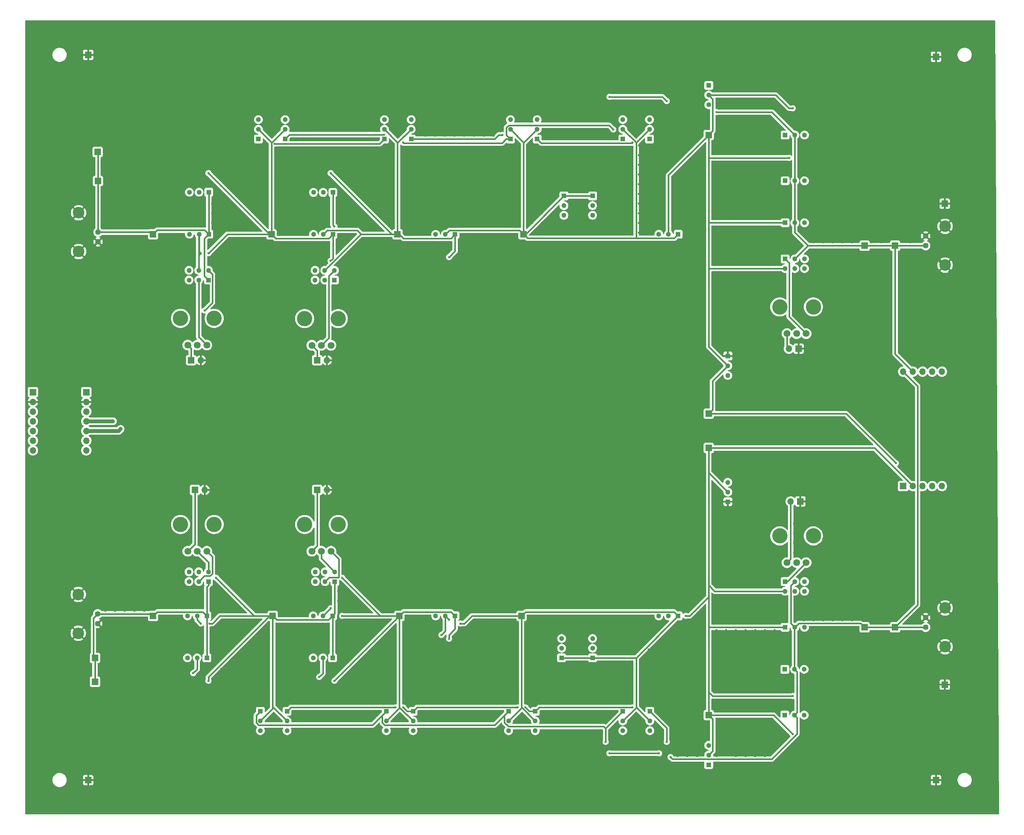
<source format=gbl>
G04 #@! TF.GenerationSoftware,KiCad,Pcbnew,8.0.6*
G04 #@! TF.CreationDate,2025-08-21T09:53:28+02:00*
G04 #@! TF.ProjectId,OpAmpDevBoardProject,4f70416d-7044-4657-9642-6f6172645072,rev?*
G04 #@! TF.SameCoordinates,Original*
G04 #@! TF.FileFunction,Copper,L4,Bot*
G04 #@! TF.FilePolarity,Positive*
%FSLAX46Y46*%
G04 Gerber Fmt 4.6, Leading zero omitted, Abs format (unit mm)*
G04 Created by KiCad (PCBNEW 8.0.6) date 2025-08-21 09:53:28*
%MOMM*%
%LPD*%
G01*
G04 APERTURE LIST*
G04 #@! TA.AperFunction,ComponentPad*
%ADD10R,1.300000X1.300000*%
G04 #@! TD*
G04 #@! TA.AperFunction,ComponentPad*
%ADD11C,1.300000*%
G04 #@! TD*
G04 #@! TA.AperFunction,ComponentPad*
%ADD12R,1.700000X1.700000*%
G04 #@! TD*
G04 #@! TA.AperFunction,ComponentPad*
%ADD13C,1.446000*%
G04 #@! TD*
G04 #@! TA.AperFunction,ComponentPad*
%ADD14C,3.015000*%
G04 #@! TD*
G04 #@! TA.AperFunction,WasherPad*
%ADD15C,4.000000*%
G04 #@! TD*
G04 #@! TA.AperFunction,ComponentPad*
%ADD16C,1.800000*%
G04 #@! TD*
G04 #@! TA.AperFunction,ComponentPad*
%ADD17O,1.700000X1.700000*%
G04 #@! TD*
G04 #@! TA.AperFunction,ViaPad*
%ADD18C,0.600000*%
G04 #@! TD*
G04 #@! TA.AperFunction,Conductor*
%ADD19C,0.400000*%
G04 #@! TD*
G04 #@! TA.AperFunction,Conductor*
%ADD20C,1.000000*%
G04 #@! TD*
G04 APERTURE END LIST*
D10*
X113580000Y-227000000D03*
D11*
X113580000Y-229540000D03*
X113580000Y-232080000D03*
D12*
X224000000Y-158000000D03*
X285805000Y-220000000D03*
X143000000Y-202000000D03*
D10*
X125500000Y-213000000D03*
D11*
X122960000Y-213000000D03*
X120420000Y-213000000D03*
D13*
X280805000Y-205000000D03*
X280805000Y-202460000D03*
D14*
X285885000Y-199920000D03*
X285885000Y-210080000D03*
D10*
X229000000Y-172080000D03*
D11*
X229000000Y-169540000D03*
X229000000Y-167000000D03*
D13*
X280805000Y-105000000D03*
X280805000Y-102460000D03*
D14*
X285885000Y-99920000D03*
X285885000Y-110080000D03*
D10*
X229000000Y-133920000D03*
D11*
X229000000Y-136460000D03*
X229000000Y-139000000D03*
D10*
X243920000Y-228000000D03*
D11*
X246460000Y-228000000D03*
X249000000Y-228000000D03*
D10*
X92580000Y-213000000D03*
D11*
X90040000Y-213000000D03*
X87500000Y-213000000D03*
D12*
X78500000Y-202000000D03*
D15*
X242600000Y-181050000D03*
X251400000Y-181050000D03*
D16*
X249500000Y-188050000D03*
X247000000Y-188050000D03*
X244500000Y-188050000D03*
D10*
X93000000Y-193000000D03*
D11*
X90460000Y-193000000D03*
X87920000Y-193000000D03*
X93000000Y-190460000D03*
X90460000Y-190460000D03*
X87920000Y-190460000D03*
D10*
X208500000Y-77050000D03*
D11*
X208500000Y-74510000D03*
X208500000Y-71970000D03*
D10*
X139580000Y-227000000D03*
D11*
X139580000Y-229540000D03*
X139580000Y-232080000D03*
D15*
X118180000Y-124100000D03*
X126980000Y-124100000D03*
D16*
X125080000Y-131100000D03*
X122580000Y-131100000D03*
X120080000Y-131100000D03*
D10*
X243920000Y-216000000D03*
D11*
X246460000Y-216000000D03*
X249000000Y-216000000D03*
D10*
X92580000Y-202000000D03*
D11*
X90040000Y-202000000D03*
X87500000Y-202000000D03*
D12*
X264805000Y-105000000D03*
D10*
X224000000Y-241000000D03*
D11*
X224000000Y-238460000D03*
X224000000Y-235920000D03*
D10*
X201500000Y-227000000D03*
D11*
X201500000Y-229540000D03*
X201500000Y-232080000D03*
D12*
X272805000Y-205000000D03*
X224000000Y-76000000D03*
D10*
X244000000Y-99000000D03*
D11*
X246540000Y-99000000D03*
X249080000Y-99000000D03*
D15*
X118180000Y-178050000D03*
X126980000Y-178050000D03*
D16*
X125080000Y-185050000D03*
X122580000Y-185050000D03*
X120080000Y-185050000D03*
D12*
X61500000Y-245000000D03*
D10*
X139080000Y-77050000D03*
D11*
X139080000Y-74510000D03*
X139080000Y-71970000D03*
D10*
X113080000Y-77050000D03*
D11*
X113080000Y-74510000D03*
X113080000Y-71970000D03*
D12*
X63280000Y-213000000D03*
D10*
X125500000Y-202000000D03*
D11*
X122960000Y-202000000D03*
X120420000Y-202000000D03*
D12*
X61000000Y-143380000D03*
D17*
X61000000Y-145920000D03*
X61000000Y-148460000D03*
X61000000Y-151000000D03*
X61000000Y-153540000D03*
X61000000Y-156080000D03*
X61000000Y-158620000D03*
D12*
X142500000Y-102000000D03*
D10*
X216000000Y-202000000D03*
D11*
X213460000Y-202000000D03*
X210920000Y-202000000D03*
D10*
X244000000Y-108460000D03*
D11*
X246540000Y-108460000D03*
X249080000Y-108460000D03*
X244000000Y-111000000D03*
X246540000Y-111000000D03*
X249080000Y-111000000D03*
D12*
X61500000Y-55000000D03*
X109500000Y-102000000D03*
X283500000Y-55500000D03*
D10*
X146580000Y-227000000D03*
D11*
X146580000Y-229540000D03*
X146580000Y-232080000D03*
D10*
X157580000Y-102050000D03*
D11*
X155040000Y-102050000D03*
X152500000Y-102050000D03*
D10*
X179080000Y-77050000D03*
D11*
X179080000Y-74510000D03*
X179080000Y-71970000D03*
D13*
X64000000Y-201460000D03*
X64000000Y-204000000D03*
D14*
X58920000Y-206540000D03*
X58920000Y-196380000D03*
D10*
X193580000Y-91970000D03*
D11*
X193580000Y-94510000D03*
X193580000Y-97050000D03*
D10*
X208580000Y-227000000D03*
D11*
X208580000Y-229540000D03*
X208580000Y-232080000D03*
D12*
X89460000Y-169000000D03*
D17*
X92000000Y-169000000D03*
D12*
X121460000Y-135000000D03*
D17*
X124000000Y-135000000D03*
D12*
X285805000Y-94000000D03*
X175500000Y-102000000D03*
X248000000Y-172000000D03*
D17*
X245460000Y-172000000D03*
D12*
X274920000Y-168000000D03*
D17*
X277460000Y-168000000D03*
X280000000Y-168000000D03*
X282540000Y-168000000D03*
X285080000Y-168000000D03*
X274920000Y-138000000D03*
X277460000Y-138000000D03*
X280000000Y-138000000D03*
X282540000Y-138000000D03*
X285080000Y-138000000D03*
D10*
X244000000Y-88000000D03*
D11*
X246540000Y-88000000D03*
X249080000Y-88000000D03*
D12*
X224000000Y-228000000D03*
D10*
X93000000Y-114000000D03*
D11*
X90460000Y-114000000D03*
X87920000Y-114000000D03*
X93000000Y-111460000D03*
X90460000Y-111460000D03*
X87920000Y-111460000D03*
D10*
X126000000Y-114000000D03*
D11*
X123460000Y-114000000D03*
X120920000Y-114000000D03*
X126000000Y-111460000D03*
X123460000Y-111460000D03*
X120920000Y-111460000D03*
D10*
X106580000Y-227000000D03*
D11*
X106580000Y-229540000D03*
X106580000Y-232080000D03*
D10*
X93080000Y-91000000D03*
D11*
X90540000Y-91000000D03*
X88000000Y-91000000D03*
D10*
X193580000Y-213000000D03*
D11*
X193580000Y-210460000D03*
X193580000Y-207920000D03*
D10*
X106080000Y-77050000D03*
D11*
X106080000Y-74510000D03*
X106080000Y-71970000D03*
D10*
X185480000Y-213000000D03*
D11*
X185480000Y-210460000D03*
X185480000Y-207920000D03*
D15*
X85680000Y-124050000D03*
X94480000Y-124050000D03*
D16*
X92580000Y-131050000D03*
X90080000Y-131050000D03*
X87580000Y-131050000D03*
D10*
X186080000Y-91970000D03*
D11*
X186080000Y-94510000D03*
X186080000Y-97050000D03*
D12*
X88460000Y-135000000D03*
D17*
X91000000Y-135000000D03*
D10*
X126080000Y-193000000D03*
D11*
X123540000Y-193000000D03*
X121000000Y-193000000D03*
X126080000Y-190460000D03*
X123540000Y-190460000D03*
X121000000Y-190460000D03*
D10*
X201500000Y-77050000D03*
D11*
X201500000Y-74510000D03*
X201500000Y-71970000D03*
D12*
X224000000Y-149000000D03*
D10*
X244000000Y-76000000D03*
D11*
X246540000Y-76000000D03*
X249080000Y-76000000D03*
D12*
X121460000Y-169000000D03*
D17*
X124000000Y-169000000D03*
D10*
X146080000Y-77050000D03*
D11*
X146080000Y-74510000D03*
X146080000Y-71970000D03*
D10*
X157580000Y-202000000D03*
D11*
X155040000Y-202000000D03*
X152500000Y-202000000D03*
D10*
X244000000Y-193000000D03*
D11*
X246540000Y-193000000D03*
X249080000Y-193000000D03*
X244000000Y-195540000D03*
X246540000Y-195540000D03*
X249080000Y-195540000D03*
D10*
X93080000Y-102000000D03*
D11*
X90540000Y-102000000D03*
X88000000Y-102000000D03*
D12*
X109830000Y-202000000D03*
D15*
X242600000Y-121050000D03*
X251400000Y-121050000D03*
D16*
X249500000Y-128050000D03*
X247000000Y-128050000D03*
X244500000Y-128050000D03*
D12*
X47025000Y-143380000D03*
D17*
X47025000Y-145920000D03*
X47025000Y-148460000D03*
X47025000Y-151000000D03*
X47025000Y-153540000D03*
X47025000Y-156080000D03*
X47025000Y-158620000D03*
D12*
X247540000Y-132000000D03*
D17*
X245000000Y-132000000D03*
D13*
X64080000Y-101460000D03*
X64080000Y-104000000D03*
D14*
X59000000Y-106540000D03*
X59000000Y-96380000D03*
D12*
X63280000Y-219250000D03*
D10*
X125580000Y-91050000D03*
D11*
X123040000Y-91050000D03*
X120500000Y-91050000D03*
D12*
X283500000Y-245000000D03*
X64000000Y-80450000D03*
D10*
X244000000Y-205000000D03*
D11*
X246540000Y-205000000D03*
X249080000Y-205000000D03*
D12*
X175000000Y-202000000D03*
D10*
X171580000Y-227000000D03*
D11*
X171580000Y-229540000D03*
X171580000Y-232080000D03*
D12*
X78500000Y-102000000D03*
D10*
X216000000Y-102000000D03*
D11*
X213460000Y-102000000D03*
X210920000Y-102000000D03*
D15*
X85680000Y-178050000D03*
X94480000Y-178050000D03*
D16*
X92580000Y-185050000D03*
X90080000Y-185050000D03*
X87580000Y-185050000D03*
D10*
X178580000Y-227000000D03*
D11*
X178580000Y-229540000D03*
X178580000Y-232080000D03*
D12*
X64080000Y-88050000D03*
X272805000Y-105000000D03*
D10*
X172080000Y-77050000D03*
D11*
X172080000Y-74510000D03*
X172080000Y-71970000D03*
D12*
X264805000Y-205000000D03*
D10*
X125580000Y-102050000D03*
D11*
X123040000Y-102050000D03*
X120500000Y-102050000D03*
D10*
X224000000Y-63000000D03*
D11*
X224000000Y-65540000D03*
X224000000Y-68080000D03*
D18*
X218000000Y-202000000D03*
X246000000Y-223000000D03*
X246000000Y-233000000D03*
X125000000Y-86000000D03*
X156000000Y-108000000D03*
X273000000Y-162000000D03*
X245100000Y-82000000D03*
X246000000Y-69000000D03*
X116840000Y-129540000D03*
X96520000Y-55880000D03*
X287020000Y-63500000D03*
X132080000Y-160020000D03*
X294640000Y-233680000D03*
X45900000Y-208280000D03*
X187960000Y-119380000D03*
X86360000Y-157480000D03*
X198120000Y-121920000D03*
X152400000Y-106680000D03*
X190500000Y-182880000D03*
X117020000Y-251460000D03*
X147320000Y-147320000D03*
X73660000Y-124460000D03*
X210820000Y-134620000D03*
X160020000Y-121920000D03*
X132080000Y-50800000D03*
X284480000Y-116840000D03*
X84000000Y-231140000D03*
X220980000Y-114300000D03*
X215900000Y-167640000D03*
X134620000Y-190500000D03*
X157480000Y-134620000D03*
X114300000Y-218440000D03*
X180340000Y-218440000D03*
X203200000Y-157480000D03*
X276860000Y-55880000D03*
X88900000Y-121920000D03*
X101600000Y-106680000D03*
X284480000Y-157480000D03*
X86180000Y-223520000D03*
X261620000Y-200660000D03*
X215900000Y-132080000D03*
X149860000Y-106680000D03*
X182880000Y-63500000D03*
X83820000Y-127000000D03*
X88720000Y-208280000D03*
X83820000Y-157480000D03*
X182880000Y-223520000D03*
X165100000Y-81280000D03*
X78740000Y-91440000D03*
X251460000Y-213360000D03*
X147320000Y-93980000D03*
X200660000Y-160020000D03*
X256540000Y-167640000D03*
X279400000Y-119380000D03*
X124640000Y-243840000D03*
X274320000Y-198120000D03*
X86360000Y-182880000D03*
X226060000Y-58420000D03*
X73840000Y-134620000D03*
X203200000Y-124460000D03*
X185420000Y-119380000D03*
X254000000Y-177800000D03*
X220980000Y-93980000D03*
X233680000Y-109220000D03*
X213360000Y-48260000D03*
X66040000Y-71120000D03*
X111760000Y-93980000D03*
X45720000Y-187960000D03*
X152400000Y-73660000D03*
X220980000Y-177800000D03*
X58420000Y-55880000D03*
X106680000Y-195580000D03*
X266700000Y-88900000D03*
X147320000Y-91440000D03*
X251460000Y-114300000D03*
X149860000Y-195580000D03*
X205740000Y-137160000D03*
X132080000Y-109220000D03*
X193040000Y-116840000D03*
X96520000Y-66040000D03*
X236220000Y-116840000D03*
X287020000Y-152400000D03*
X241300000Y-132080000D03*
X101600000Y-48260000D03*
X137160000Y-185420000D03*
X147320000Y-124460000D03*
X53160000Y-210820000D03*
X215900000Y-185420000D03*
X228600000Y-53340000D03*
X165100000Y-190500000D03*
X297180000Y-106680000D03*
X101600000Y-73660000D03*
X124640000Y-233680000D03*
X53340000Y-208280000D03*
X50620000Y-114300000D03*
X58420000Y-114300000D03*
X177800000Y-198120000D03*
X193040000Y-50800000D03*
X68400000Y-226060000D03*
X73660000Y-215900000D03*
X81280000Y-193040000D03*
X139520000Y-236220000D03*
X248920000Y-73660000D03*
X236220000Y-177800000D03*
X152400000Y-66040000D03*
X124460000Y-99060000D03*
X109220000Y-73660000D03*
X50800000Y-76200000D03*
X261620000Y-129540000D03*
X142240000Y-193040000D03*
X187960000Y-68580000D03*
X162740000Y-228600000D03*
X65860000Y-223520000D03*
X109220000Y-127000000D03*
X106680000Y-149860000D03*
X81460000Y-238760000D03*
X104140000Y-73660000D03*
X68400000Y-205740000D03*
X83820000Y-167640000D03*
X56240000Y-48260000D03*
X104140000Y-185420000D03*
X78740000Y-198120000D03*
X60960000Y-104140000D03*
X132080000Y-66040000D03*
X276860000Y-81280000D03*
X149680000Y-236220000D03*
X182880000Y-167640000D03*
X99060000Y-134620000D03*
X96520000Y-78740000D03*
X287020000Y-142240000D03*
X281940000Y-91440000D03*
X106680000Y-50800000D03*
X274320000Y-177800000D03*
X93980000Y-71120000D03*
X167640000Y-71120000D03*
X124460000Y-96520000D03*
X180340000Y-106680000D03*
X241300000Y-177800000D03*
X71300000Y-248920000D03*
X170180000Y-129540000D03*
X63680000Y-137160000D03*
X271780000Y-101600000D03*
X266700000Y-104140000D03*
X226060000Y-213360000D03*
X294640000Y-205740000D03*
X266700000Y-63500000D03*
X170180000Y-208280000D03*
X159840000Y-238760000D03*
X91440000Y-162560000D03*
X66040000Y-58420000D03*
X251460000Y-58420000D03*
X70940000Y-177800000D03*
X134620000Y-81280000D03*
X147320000Y-218440000D03*
X238760000Y-104140000D03*
X294640000Y-165100000D03*
X70940000Y-208280000D03*
X185420000Y-68580000D03*
X58420000Y-111760000D03*
X190500000Y-147320000D03*
X53160000Y-50800000D03*
X210820000Y-91440000D03*
X261620000Y-91440000D03*
X236220000Y-205740000D03*
X279400000Y-129540000D03*
X177800000Y-124460000D03*
X172720000Y-198120000D03*
X56060000Y-88900000D03*
X261620000Y-132080000D03*
X129540000Y-60960000D03*
X114300000Y-124460000D03*
X132080000Y-137160000D03*
X193040000Y-101600000D03*
X256540000Y-91440000D03*
X81280000Y-203200000D03*
X152400000Y-251460000D03*
X50800000Y-241300000D03*
X213360000Y-195580000D03*
X297180000Y-119380000D03*
X215900000Y-78740000D03*
X142240000Y-60960000D03*
X119380000Y-73660000D03*
X289560000Y-109220000D03*
X266700000Y-139700000D03*
X228600000Y-251460000D03*
X238760000Y-160020000D03*
X170180000Y-210820000D03*
X114300000Y-63500000D03*
X81280000Y-83820000D03*
X256540000Y-248920000D03*
X81280000Y-116840000D03*
X109220000Y-132080000D03*
X264160000Y-86360000D03*
X137160000Y-132080000D03*
X185420000Y-185420000D03*
X220980000Y-226060000D03*
X60780000Y-180340000D03*
X266700000Y-129540000D03*
X228600000Y-78740000D03*
X241300000Y-139700000D03*
X292100000Y-71120000D03*
X58600000Y-167640000D03*
X175260000Y-58420000D03*
X66220000Y-119380000D03*
X241300000Y-160020000D03*
X243840000Y-50800000D03*
X208280000Y-119380000D03*
X162560000Y-88900000D03*
X101600000Y-241300000D03*
X233680000Y-104140000D03*
X83820000Y-198120000D03*
X83820000Y-246380000D03*
X233680000Y-203200000D03*
X109220000Y-106680000D03*
X269240000Y-203200000D03*
X78740000Y-71120000D03*
X71120000Y-50800000D03*
X78560000Y-220980000D03*
X193220000Y-246380000D03*
X124460000Y-73660000D03*
X149860000Y-154940000D03*
X218620000Y-248920000D03*
X170180000Y-111760000D03*
X259080000Y-99060000D03*
X281940000Y-73660000D03*
X213360000Y-111760000D03*
X53160000Y-121920000D03*
X254000000Y-187960000D03*
X259080000Y-170180000D03*
X106680000Y-170180000D03*
X249100000Y-236220000D03*
X180340000Y-66040000D03*
X251460000Y-68580000D03*
X243840000Y-114300000D03*
X117020000Y-228600000D03*
X81280000Y-208280000D03*
X88900000Y-231140000D03*
X68580000Y-175260000D03*
X165100000Y-106680000D03*
X157480000Y-193040000D03*
X284480000Y-172720000D03*
X127000000Y-241300000D03*
X215900000Y-139700000D03*
X215900000Y-86360000D03*
X271780000Y-236220000D03*
X220980000Y-190500000D03*
X55880000Y-200660000D03*
X129540000Y-63500000D03*
X210820000Y-99060000D03*
X162560000Y-121920000D03*
X50800000Y-109220000D03*
X238760000Y-213360000D03*
X104140000Y-251460000D03*
X70760000Y-180340000D03*
X119380000Y-71120000D03*
X152400000Y-243840000D03*
X81460000Y-132080000D03*
X114300000Y-170180000D03*
X195760000Y-243840000D03*
X144780000Y-167640000D03*
X266700000Y-177800000D03*
X241300000Y-101600000D03*
X93980000Y-208280000D03*
X157480000Y-167640000D03*
X210820000Y-60960000D03*
X261620000Y-58420000D03*
X284480000Y-190500000D03*
X170180000Y-109220000D03*
X45900000Y-200660000D03*
X45720000Y-111760000D03*
X121920000Y-76835000D03*
X162560000Y-223520000D03*
X60960000Y-121920000D03*
X200660000Y-137160000D03*
X96520000Y-231140000D03*
X218440000Y-63500000D03*
X147320000Y-193040000D03*
X185420000Y-243840000D03*
X160020000Y-177800000D03*
X287020000Y-205740000D03*
X220980000Y-218440000D03*
X200660000Y-50800000D03*
X284480000Y-78740000D03*
X269240000Y-177800000D03*
X81280000Y-205740000D03*
X66220000Y-111760000D03*
X269240000Y-190500000D03*
X104140000Y-111760000D03*
X129540000Y-160020000D03*
X106680000Y-129540000D03*
X269240000Y-129540000D03*
X259080000Y-213360000D03*
X264160000Y-132080000D03*
X254000000Y-182880000D03*
X274320000Y-101600000D03*
X63680000Y-78740000D03*
X218440000Y-238760000D03*
X231140000Y-114300000D03*
X157480000Y-129540000D03*
X238760000Y-236220000D03*
X254000000Y-114300000D03*
X218440000Y-88900000D03*
X289560000Y-238760000D03*
X294640000Y-142240000D03*
X129540000Y-111760000D03*
X60960000Y-233680000D03*
X220980000Y-71120000D03*
X127000000Y-63500000D03*
X238760000Y-134620000D03*
X269240000Y-121920000D03*
X76020000Y-210820000D03*
X266880000Y-218440000D03*
X160020000Y-106680000D03*
X81280000Y-114300000D03*
X165100000Y-109220000D03*
X279400000Y-91440000D03*
X45900000Y-71120000D03*
X144780000Y-55880000D03*
X154940000Y-180340000D03*
X284480000Y-63500000D03*
X76200000Y-149860000D03*
X134620000Y-220980000D03*
X279400000Y-63500000D03*
X129360000Y-236220000D03*
X48440000Y-104140000D03*
X190680000Y-251460000D03*
X139700000Y-218440000D03*
X160020000Y-66040000D03*
X269240000Y-81280000D03*
X241300000Y-104140000D03*
X134620000Y-200660000D03*
X187960000Y-55880000D03*
X91440000Y-228600000D03*
X88900000Y-137160000D03*
X152400000Y-187960000D03*
X248920000Y-63500000D03*
X198120000Y-88900000D03*
X157480000Y-215900000D03*
X294640000Y-81280000D03*
X205740000Y-243840000D03*
X243840000Y-226060000D03*
X127000000Y-139700000D03*
X86360000Y-106680000D03*
X134620000Y-119380000D03*
X58420000Y-53340000D03*
X119380000Y-60960000D03*
X208280000Y-208280000D03*
X81460000Y-236220000D03*
X144780000Y-139700000D03*
X187960000Y-48260000D03*
X241480000Y-241300000D03*
X226060000Y-170180000D03*
X106680000Y-236220000D03*
X111760000Y-215900000D03*
X213360000Y-218440000D03*
X187960000Y-238760000D03*
X99060000Y-76200000D03*
X149860000Y-149860000D03*
X63680000Y-68580000D03*
X205740000Y-119380000D03*
X251460000Y-198120000D03*
X88900000Y-68580000D03*
X132080000Y-139700000D03*
X289560000Y-129540000D03*
X86360000Y-251460000D03*
X129360000Y-238760000D03*
X205740000Y-73660000D03*
X86360000Y-195580000D03*
X289560000Y-139700000D03*
X289560000Y-233680000D03*
X292100000Y-106680000D03*
X144780000Y-177800000D03*
X83820000Y-187960000D03*
X248920000Y-203200000D03*
X68400000Y-223520000D03*
X73660000Y-226060000D03*
X231140000Y-231140000D03*
X205740000Y-127000000D03*
X56240000Y-68580000D03*
X167640000Y-116840000D03*
X243840000Y-160020000D03*
X210820000Y-76200000D03*
X63680000Y-132080000D03*
X127000000Y-198120000D03*
X233680000Y-134620000D03*
X76020000Y-223520000D03*
X264160000Y-78740000D03*
X254000000Y-248920000D03*
X170360000Y-241300000D03*
X83820000Y-193040000D03*
X154940000Y-68580000D03*
X147320000Y-208280000D03*
X276860000Y-91440000D03*
X276860000Y-96520000D03*
X203200000Y-241300000D03*
X241300000Y-137160000D03*
X289560000Y-251460000D03*
X243840000Y-203200000D03*
X208280000Y-55880000D03*
X193040000Y-170180000D03*
X264160000Y-91440000D03*
X165100000Y-187960000D03*
X45900000Y-101600000D03*
X241480000Y-243840000D03*
X294640000Y-215900000D03*
X228600000Y-50800000D03*
X76020000Y-220980000D03*
X86360000Y-104140000D03*
X271780000Y-233680000D03*
X114300000Y-58420000D03*
X205740000Y-203200000D03*
X172720000Y-124460000D03*
X119380000Y-83820000D03*
X276860000Y-251460000D03*
X121920000Y-121920000D03*
X147320000Y-162560000D03*
X117020000Y-246380000D03*
X66040000Y-68580000D03*
X96520000Y-185420000D03*
X162560000Y-182880000D03*
X114300000Y-154940000D03*
X297180000Y-111760000D03*
X180340000Y-243840000D03*
X50620000Y-53340000D03*
X208197995Y-78716616D03*
X76200000Y-81280000D03*
X254000000Y-66040000D03*
X99060000Y-208280000D03*
X167640000Y-68580000D03*
X276860000Y-73660000D03*
X45900000Y-172720000D03*
X124460000Y-149860000D03*
X297180000Y-175260000D03*
X172720000Y-177800000D03*
X200660000Y-185420000D03*
X208280000Y-88900000D03*
X180340000Y-114300000D03*
X63500000Y-66040000D03*
X274320000Y-226060000D03*
X190500000Y-124460000D03*
X170360000Y-243840000D03*
X111760000Y-60960000D03*
X218440000Y-185420000D03*
X259080000Y-48260000D03*
X241300000Y-86360000D03*
X205740000Y-129540000D03*
X45720000Y-190500000D03*
X63680000Y-139700000D03*
X248920000Y-208280000D03*
X68580000Y-68580000D03*
X256540000Y-147320000D03*
X101600000Y-228600000D03*
X162560000Y-246380000D03*
X236220000Y-88900000D03*
X139700000Y-48260000D03*
X195580000Y-71120000D03*
X116840000Y-160020000D03*
X200660000Y-236220000D03*
X71300000Y-139700000D03*
X71120000Y-119380000D03*
X215900000Y-104140000D03*
X220980000Y-182880000D03*
X134620000Y-50800000D03*
X71120000Y-121920000D03*
X182880000Y-129540000D03*
X215900000Y-160020000D03*
X96520000Y-86360000D03*
X213360000Y-190500000D03*
X190500000Y-132080000D03*
X271780000Y-185420000D03*
X226060000Y-119380000D03*
X284480000Y-238760000D03*
X56240000Y-71120000D03*
X177800000Y-233680000D03*
X121920000Y-208280000D03*
X297180000Y-71120000D03*
X91440000Y-83820000D03*
X259080000Y-195580000D03*
X193040000Y-124460000D03*
X147320000Y-83820000D03*
X200660000Y-104140000D03*
X271780000Y-83820000D03*
X165280000Y-243840000D03*
X187960000Y-215900000D03*
X226060000Y-116840000D03*
X48080000Y-182880000D03*
X76380000Y-121920000D03*
X96520000Y-187960000D03*
X50620000Y-116840000D03*
X297180000Y-231140000D03*
X226060000Y-104140000D03*
X294640000Y-185420000D03*
X175260000Y-60960000D03*
X162560000Y-116840000D03*
X233680000Y-190500000D03*
X124460000Y-66040000D03*
X266700000Y-200660000D03*
X127000000Y-55880000D03*
X261620000Y-127000000D03*
X48440000Y-134620000D03*
X294640000Y-68580000D03*
X142420000Y-246380000D03*
X162560000Y-195580000D03*
X61140000Y-71120000D03*
X266880000Y-243840000D03*
X172720000Y-81280000D03*
X142240000Y-68580000D03*
X226060000Y-187960000D03*
X259080000Y-190500000D03*
X78560000Y-213360000D03*
X71120000Y-114300000D03*
X226060000Y-210820000D03*
X167820000Y-246380000D03*
X208280000Y-246380000D03*
X170180000Y-203200000D03*
X182880000Y-180340000D03*
X60960000Y-241300000D03*
X203200000Y-205740000D03*
X167640000Y-208280000D03*
X154940000Y-220980000D03*
X147320000Y-116840000D03*
X93980000Y-195580000D03*
X287020000Y-226060000D03*
X289560000Y-198120000D03*
X177800000Y-58420000D03*
X114300000Y-208280000D03*
X238760000Y-88900000D03*
X121920000Y-99060000D03*
X83820000Y-119380000D03*
X292100000Y-68580000D03*
X50800000Y-78740000D03*
X182880000Y-154940000D03*
X292100000Y-157480000D03*
X93980000Y-104140000D03*
X226060000Y-121920000D03*
X254000000Y-124460000D03*
X228600000Y-213360000D03*
X147320000Y-81280000D03*
X276860000Y-88900000D03*
X226060000Y-182880000D03*
X160020000Y-104140000D03*
X76200000Y-63500000D03*
X132080000Y-193040000D03*
X210820000Y-78740000D03*
X238760000Y-246380000D03*
X45900000Y-236220000D03*
X254000000Y-241300000D03*
X208280000Y-157480000D03*
X208280000Y-116840000D03*
X220980000Y-81280000D03*
X256540000Y-71120000D03*
X198120000Y-167640000D03*
X78740000Y-147320000D03*
X276860000Y-116840000D03*
X297180000Y-165100000D03*
X248920000Y-185420000D03*
X48080000Y-60960000D03*
X177800000Y-116840000D03*
X154940000Y-66040000D03*
X175260000Y-236220000D03*
X129540000Y-81280000D03*
X84000000Y-233680000D03*
X73660000Y-104140000D03*
X162560000Y-129540000D03*
X256540000Y-226060000D03*
X195580000Y-66040000D03*
X127000000Y-213360000D03*
X231140000Y-248920000D03*
X279400000Y-220980000D03*
X289560000Y-210820000D03*
X78560000Y-218440000D03*
X284480000Y-251460000D03*
X81280000Y-185420000D03*
X256540000Y-55880000D03*
X119380000Y-167640000D03*
X208280000Y-167640000D03*
X215900000Y-215900000D03*
X106860000Y-233680000D03*
X167640000Y-106680000D03*
X276860000Y-180340000D03*
X91440000Y-48260000D03*
X116840000Y-68580000D03*
X289560000Y-68580000D03*
X139700000Y-180340000D03*
X111760000Y-210820000D03*
X198120000Y-96520000D03*
X76200000Y-251460000D03*
X136980000Y-238760000D03*
X165100000Y-121920000D03*
X56060000Y-111760000D03*
X254000000Y-78740000D03*
X297180000Y-73660000D03*
X251460000Y-60960000D03*
X99060000Y-93980000D03*
X149860000Y-114300000D03*
X213360000Y-228600000D03*
X137160000Y-50800000D03*
X78560000Y-210820000D03*
X271780000Y-213360000D03*
X244020000Y-243840000D03*
X208280000Y-210820000D03*
X205740000Y-149860000D03*
X215900000Y-223520000D03*
X137160000Y-81280000D03*
X251460000Y-111760000D03*
X271780000Y-139700000D03*
X274320000Y-53340000D03*
X66220000Y-127000000D03*
X93980000Y-83820000D03*
X91440000Y-195580000D03*
X269240000Y-83820000D03*
X50620000Y-86360000D03*
X238760000Y-248920000D03*
X53160000Y-88900000D03*
X63320000Y-187960000D03*
X76200000Y-93980000D03*
X147320000Y-99060000D03*
X231140000Y-124460000D03*
X58420000Y-127000000D03*
X256540000Y-93980000D03*
X58780000Y-139700000D03*
X63500000Y-121920000D03*
X266880000Y-220980000D03*
X297180000Y-233680000D03*
X251460000Y-170180000D03*
X284480000Y-88900000D03*
X157480000Y-248920000D03*
X276860000Y-114300000D03*
X83820000Y-241300000D03*
X170180000Y-68580000D03*
X213360000Y-241300000D03*
X58240000Y-220980000D03*
X116840000Y-157480000D03*
X114300000Y-167640000D03*
X261620000Y-198120000D03*
X45900000Y-228600000D03*
X218620000Y-246380000D03*
X114300000Y-177800000D03*
X109220000Y-195580000D03*
X56060000Y-58420000D03*
X213360000Y-73660000D03*
X68580000Y-55880000D03*
X127000000Y-81280000D03*
X132080000Y-76835000D03*
X287020000Y-241300000D03*
X106680000Y-198120000D03*
X50800000Y-71120000D03*
X116840000Y-83820000D03*
X78740000Y-99060000D03*
X198120000Y-139700000D03*
X185420000Y-180340000D03*
X83820000Y-116840000D03*
X294640000Y-241300000D03*
X134620000Y-170180000D03*
X99060000Y-238760000D03*
X287020000Y-124460000D03*
X73660000Y-127000000D03*
X165100000Y-167640000D03*
X104140000Y-223520000D03*
X78740000Y-177800000D03*
X220980000Y-205740000D03*
X167640000Y-132080000D03*
X180340000Y-88900000D03*
X294640000Y-147320000D03*
X220980000Y-86360000D03*
X81280000Y-160020000D03*
X142240000Y-185420000D03*
X205740000Y-139700000D03*
X73480000Y-177800000D03*
X93980000Y-93980000D03*
X116840000Y-96520000D03*
X86360000Y-205740000D03*
X289560000Y-149860000D03*
X281940000Y-243840000D03*
X236220000Y-127000000D03*
X208280000Y-233680000D03*
X45900000Y-99060000D03*
X58420000Y-248920000D03*
X276860000Y-203200000D03*
X292100000Y-170180000D03*
X218440000Y-187960000D03*
X231140000Y-208280000D03*
X76380000Y-127000000D03*
X190680000Y-243840000D03*
X116840000Y-149860000D03*
X91620000Y-241300000D03*
X45720000Y-116840000D03*
X149860000Y-96520000D03*
X111760000Y-91440000D03*
X58420000Y-243840000D03*
X279400000Y-215900000D03*
X287020000Y-73660000D03*
X160020000Y-88900000D03*
X193040000Y-160020000D03*
X68580000Y-104140000D03*
X104140000Y-91440000D03*
X284480000Y-53340000D03*
X50800000Y-106680000D03*
X279400000Y-116840000D03*
X106680000Y-182880000D03*
X119380000Y-93980000D03*
X114300000Y-68580000D03*
X81280000Y-119380000D03*
X200660000Y-190500000D03*
X127000000Y-223520000D03*
X48080000Y-223520000D03*
X76560000Y-129540000D03*
X119380000Y-76835000D03*
X297180000Y-193040000D03*
X266700000Y-76200000D03*
X289560000Y-236220000D03*
X210820000Y-71120000D03*
X177800000Y-177800000D03*
X134620000Y-104140000D03*
X294640000Y-182880000D03*
X132080000Y-223520000D03*
X276860000Y-134620000D03*
X109220000Y-238760000D03*
X45900000Y-78740000D03*
X233680000Y-231140000D03*
X48080000Y-185420000D03*
X210820000Y-160020000D03*
X121920000Y-233680000D03*
X228600000Y-93980000D03*
X228600000Y-119380000D03*
X185420000Y-71120000D03*
X152400000Y-198120000D03*
X287020000Y-114300000D03*
X139700000Y-114300000D03*
X292100000Y-241300000D03*
X91440000Y-60960000D03*
X205740000Y-198120000D03*
X157480000Y-243840000D03*
X60780000Y-190500000D03*
X68580000Y-238760000D03*
X45900000Y-170180000D03*
X160020000Y-241300000D03*
X73480000Y-213360000D03*
X269420000Y-223520000D03*
X162560000Y-137160000D03*
X142420000Y-243840000D03*
X154940000Y-111760000D03*
X81100000Y-220980000D03*
X91440000Y-236220000D03*
X264160000Y-93980000D03*
X101600000Y-53340000D03*
X63500000Y-170180000D03*
X205740000Y-147320000D03*
X246380000Y-170180000D03*
X297180000Y-96520000D03*
X177800000Y-129540000D03*
X228600000Y-88900000D03*
X231140000Y-106680000D03*
X114300000Y-104140000D03*
X172720000Y-99060000D03*
X157480000Y-68580000D03*
X284480000Y-175260000D03*
X111760000Y-208280000D03*
X182880000Y-220980000D03*
X93980000Y-236220000D03*
X58420000Y-93980000D03*
X187960000Y-63500000D03*
X165100000Y-91440000D03*
X106680000Y-167640000D03*
X276860000Y-109220000D03*
X274320000Y-228600000D03*
X203200000Y-198120000D03*
X269240000Y-127000000D03*
X266700000Y-48260000D03*
X162560000Y-203200000D03*
X109220000Y-193040000D03*
X73660000Y-83820000D03*
X271780000Y-147320000D03*
X284480000Y-119380000D03*
X88900000Y-106680000D03*
X86360000Y-231140000D03*
X213360000Y-132080000D03*
X180340000Y-241300000D03*
X289560000Y-154940000D03*
X231140000Y-251460000D03*
X68580000Y-58420000D03*
X254000000Y-193040000D03*
X218440000Y-93980000D03*
X116840000Y-127000000D03*
X157480000Y-233680000D03*
X73300000Y-182880000D03*
X284480000Y-48260000D03*
X238760000Y-208280000D03*
X256540000Y-66040000D03*
X111760000Y-220980000D03*
X167640000Y-88900000D03*
X86360000Y-58420000D03*
X60960000Y-218440000D03*
X289560000Y-63500000D03*
X200660000Y-193040000D03*
X71120000Y-195580000D03*
X68580000Y-177800000D03*
X137160000Y-157480000D03*
X73660000Y-91440000D03*
X167640000Y-53340000D03*
X78740000Y-68580000D03*
X127000000Y-58420000D03*
X104140000Y-220980000D03*
X142240000Y-170180000D03*
X279400000Y-231140000D03*
X213360000Y-78740000D03*
X215900000Y-226060000D03*
X96520000Y-71120000D03*
X220980000Y-198120000D03*
X129540000Y-180340000D03*
X78740000Y-83820000D03*
X83820000Y-86360000D03*
X281940000Y-210820000D03*
X160020000Y-127000000D03*
X88900000Y-147320000D03*
X281940000Y-149860000D03*
X294640000Y-198120000D03*
X223520000Y-55880000D03*
X88900000Y-83820000D03*
X50800000Y-246380000D03*
X152400000Y-53340000D03*
X93980000Y-66040000D03*
X251460000Y-154940000D03*
X53340000Y-241300000D03*
X165100000Y-215900000D03*
X220980000Y-228600000D03*
X162560000Y-243840000D03*
X251640000Y-233680000D03*
X109220000Y-185420000D03*
X236220000Y-134620000D03*
X297180000Y-226060000D03*
X226060000Y-185420000D03*
X129540000Y-76835000D03*
X233680000Y-236220000D03*
X259080000Y-238760000D03*
X104140000Y-116840000D03*
X266700000Y-55880000D03*
X220980000Y-96520000D03*
X50620000Y-187960000D03*
X50800000Y-208280000D03*
X78740000Y-160020000D03*
X144780000Y-180340000D03*
X269240000Y-198120000D03*
X289560000Y-119380000D03*
X236220000Y-162560000D03*
X180340000Y-129540000D03*
X259080000Y-116840000D03*
X220980000Y-76200000D03*
X149860000Y-73660000D03*
X116840000Y-187960000D03*
X177800000Y-134620000D03*
X279400000Y-226060000D03*
X68940000Y-137160000D03*
X101600000Y-215900000D03*
X127000000Y-220980000D03*
X96520000Y-114300000D03*
X294640000Y-152400000D03*
X78740000Y-193040000D03*
X297180000Y-76200000D03*
X279400000Y-68580000D03*
X233680000Y-88900000D03*
X175260000Y-149860000D03*
X50800000Y-198120000D03*
X121920000Y-154940000D03*
X152400000Y-132080000D03*
X281940000Y-66040000D03*
X182880000Y-109220000D03*
X292100000Y-93980000D03*
X162560000Y-93980000D03*
X256540000Y-116840000D03*
X78740000Y-55880000D03*
X152400000Y-248920000D03*
X284480000Y-91440000D03*
X294640000Y-53340000D03*
X101600000Y-177800000D03*
X208280000Y-127000000D03*
X121920000Y-200660000D03*
X147320000Y-86360000D03*
X205740000Y-63500000D03*
X78740000Y-109220000D03*
X297180000Y-200660000D03*
X177800000Y-137160000D03*
X205740000Y-106680000D03*
X154940000Y-132080000D03*
X274320000Y-93980000D03*
X144780000Y-58420000D03*
X284480000Y-129540000D03*
X226060000Y-177800000D03*
X271780000Y-99060000D03*
X254000000Y-48260000D03*
X144780000Y-93980000D03*
X96700000Y-241300000D03*
X50620000Y-223520000D03*
X116840000Y-185420000D03*
X251460000Y-226060000D03*
X71120000Y-73660000D03*
X50800000Y-238760000D03*
X66220000Y-251460000D03*
X226060000Y-220980000D03*
X109220000Y-154940000D03*
X93980000Y-99060000D03*
X96520000Y-182880000D03*
X129540000Y-223520000D03*
X137160000Y-83820000D03*
X279400000Y-66040000D03*
X297180000Y-101600000D03*
X154940000Y-60960000D03*
X167640000Y-147320000D03*
X180340000Y-53340000D03*
X104140000Y-48260000D03*
X106680000Y-205740000D03*
X195580000Y-60960000D03*
X215900000Y-121920000D03*
X241300000Y-210820000D03*
X284480000Y-127000000D03*
X210820000Y-162560000D03*
X200660000Y-134620000D03*
X147320000Y-137160000D03*
X91440000Y-154940000D03*
X259080000Y-71120000D03*
X218620000Y-251460000D03*
X119380000Y-58420000D03*
X228600000Y-104140000D03*
X91440000Y-160020000D03*
X134620000Y-182880000D03*
X147320000Y-167640000D03*
X261620000Y-228600000D03*
X187960000Y-129540000D03*
X175260000Y-190500000D03*
X81280000Y-81280000D03*
X271780000Y-226060000D03*
X104140000Y-149860000D03*
X154940000Y-88900000D03*
X104140000Y-109220000D03*
X53340000Y-233680000D03*
X281940000Y-238760000D03*
X200660000Y-220980000D03*
X55880000Y-205740000D03*
X195760000Y-248920000D03*
X167640000Y-228600000D03*
X58240000Y-182880000D03*
X281940000Y-81280000D03*
X185420000Y-134620000D03*
X195580000Y-132080000D03*
X198120000Y-129540000D03*
X127180000Y-233680000D03*
X63320000Y-182880000D03*
X281940000Y-124460000D03*
X121920000Y-55880000D03*
X203200000Y-101600000D03*
X61140000Y-132080000D03*
X45900000Y-106680000D03*
X236220000Y-208280000D03*
X271780000Y-203200000D03*
X269420000Y-231140000D03*
X70940000Y-215900000D03*
X266880000Y-236220000D03*
X142240000Y-109220000D03*
X292100000Y-109220000D03*
X180340000Y-121920000D03*
X137160000Y-111760000D03*
X83640000Y-218440000D03*
X226060000Y-233680000D03*
X193040000Y-60960000D03*
X175260000Y-116840000D03*
X170180000Y-134620000D03*
X226060000Y-109220000D03*
X297180000Y-203200000D03*
X223700000Y-251460000D03*
X93980000Y-210820000D03*
X177800000Y-149860000D03*
X182880000Y-193040000D03*
X205740000Y-48260000D03*
X172720000Y-162560000D03*
X106680000Y-88900000D03*
X213360000Y-198120000D03*
X119380000Y-208280000D03*
X78740000Y-111760000D03*
X210820000Y-205740000D03*
X71300000Y-243840000D03*
X187960000Y-111760000D03*
X215900000Y-68580000D03*
X193040000Y-55880000D03*
X129540000Y-149860000D03*
X226060000Y-96520000D03*
X203200000Y-193040000D03*
X269420000Y-218440000D03*
X88900000Y-109220000D03*
X152400000Y-58420000D03*
X68580000Y-231140000D03*
X106680000Y-55880000D03*
X251640000Y-236220000D03*
X284480000Y-228600000D03*
X71120000Y-147320000D03*
X246380000Y-53340000D03*
X78740000Y-86360000D03*
X271780000Y-246380000D03*
X198120000Y-228600000D03*
X132080000Y-190500000D03*
X129540000Y-129540000D03*
X190500000Y-233680000D03*
X101600000Y-195580000D03*
X261620000Y-193040000D03*
X185420000Y-132080000D03*
X147320000Y-121920000D03*
X284480000Y-152400000D03*
X121740000Y-236220000D03*
X45900000Y-167640000D03*
X256540000Y-119380000D03*
X261620000Y-203200000D03*
X289560000Y-165100000D03*
X289560000Y-86360000D03*
X228600000Y-71120000D03*
X256540000Y-223520000D03*
X274320000Y-86360000D03*
X144780000Y-63500000D03*
X162560000Y-177800000D03*
X297180000Y-53340000D03*
X144780000Y-210820000D03*
X53160000Y-220980000D03*
X81280000Y-66040000D03*
X281940000Y-236220000D03*
X195580000Y-81280000D03*
X254000000Y-190500000D03*
X200660000Y-86360000D03*
X172720000Y-106680000D03*
X167640000Y-215900000D03*
X254000000Y-226060000D03*
X180340000Y-238760000D03*
X236220000Y-106680000D03*
X195580000Y-139700000D03*
X287020000Y-53340000D03*
X297180000Y-116840000D03*
X165100000Y-162560000D03*
X68580000Y-233680000D03*
X134620000Y-63500000D03*
X101600000Y-248920000D03*
X238760000Y-238760000D03*
X81280000Y-50800000D03*
X259080000Y-66040000D03*
X165100000Y-213360000D03*
X215900000Y-63500000D03*
X142240000Y-180340000D03*
X264160000Y-193040000D03*
X172900000Y-241300000D03*
X218440000Y-228600000D03*
X104140000Y-210820000D03*
X281940000Y-144780000D03*
X195580000Y-63500000D03*
X281940000Y-83820000D03*
X281940000Y-154940000D03*
X246380000Y-63500000D03*
X213360000Y-147320000D03*
X73660000Y-218440000D03*
X287020000Y-48260000D03*
X274320000Y-220980000D03*
X190500000Y-223520000D03*
X124460000Y-154940000D03*
X198120000Y-58420000D03*
X271780000Y-157480000D03*
X129540000Y-127000000D03*
X55880000Y-187960000D03*
X165100000Y-193040000D03*
X241300000Y-55880000D03*
X86360000Y-238760000D03*
X180340000Y-228600000D03*
X149860000Y-228600000D03*
X68580000Y-124460000D03*
X220980000Y-236220000D03*
X66040000Y-195580000D03*
X165100000Y-86360000D03*
X170180000Y-91440000D03*
X45720000Y-165100000D03*
X137160000Y-210820000D03*
X88900000Y-116840000D03*
X106680000Y-139700000D03*
X96520000Y-134620000D03*
X152400000Y-104140000D03*
X193040000Y-88900000D03*
X66040000Y-83820000D03*
X48440000Y-129540000D03*
X182880000Y-246380000D03*
X157480000Y-180340000D03*
X129540000Y-119380000D03*
X254000000Y-147320000D03*
X200660000Y-55880000D03*
X238760000Y-91440000D03*
X104140000Y-160020000D03*
X152400000Y-137160000D03*
X284480000Y-76200000D03*
X203200000Y-81280000D03*
X238760000Y-205740000D03*
X228600000Y-127000000D03*
X63680000Y-246380000D03*
X63680000Y-238760000D03*
X99060000Y-124460000D03*
X279400000Y-208280000D03*
X284480000Y-187960000D03*
X289560000Y-248920000D03*
X86360000Y-93980000D03*
X111760000Y-241300000D03*
X271780000Y-73660000D03*
X244020000Y-241300000D03*
X162380000Y-238760000D03*
X233680000Y-182880000D03*
X220980000Y-109220000D03*
X264160000Y-71120000D03*
X284480000Y-68580000D03*
X205740000Y-93980000D03*
X53160000Y-93980000D03*
X116840000Y-73660000D03*
X58600000Y-170180000D03*
X134620000Y-208280000D03*
X180340000Y-91440000D03*
X119380000Y-134620000D03*
X269240000Y-93980000D03*
X264160000Y-96520000D03*
X48440000Y-73660000D03*
X172720000Y-195580000D03*
X269240000Y-139700000D03*
X256540000Y-185420000D03*
X287020000Y-170180000D03*
X215900000Y-119380000D03*
X50620000Y-210820000D03*
X109220000Y-170180000D03*
X231140000Y-241300000D03*
X165100000Y-208280000D03*
X203200000Y-182880000D03*
X231140000Y-139700000D03*
X182880000Y-106680000D03*
X228600000Y-190500000D03*
X88900000Y-198120000D03*
X226060000Y-231140000D03*
X66040000Y-157480000D03*
X279400000Y-114300000D03*
X160020000Y-210820000D03*
X248920000Y-50800000D03*
X180340000Y-170180000D03*
X218440000Y-114300000D03*
X129540000Y-210820000D03*
X256540000Y-241300000D03*
X60960000Y-172720000D03*
X193040000Y-180340000D03*
X279400000Y-96520000D03*
X182880000Y-149860000D03*
X254000000Y-236220000D03*
X114120000Y-236220000D03*
X261620000Y-167640000D03*
X274320000Y-121920000D03*
X287020000Y-185420000D03*
X70940000Y-218440000D03*
X269240000Y-167640000D03*
X274320000Y-185420000D03*
X203200000Y-149860000D03*
X238760000Y-241300000D03*
X56240000Y-76200000D03*
X210820000Y-195580000D03*
X287020000Y-190500000D03*
X86360000Y-162560000D03*
X238760000Y-48260000D03*
X73660000Y-63500000D03*
X157480000Y-58420000D03*
X99060000Y-109220000D03*
X185420000Y-50800000D03*
X121920000Y-228600000D03*
X175260000Y-185420000D03*
X70940000Y-172720000D03*
X53340000Y-251460000D03*
X116840000Y-119380000D03*
X294640000Y-58420000D03*
X165100000Y-228600000D03*
X281940000Y-190500000D03*
X215900000Y-96520000D03*
X259080000Y-180340000D03*
X271780000Y-223520000D03*
X76020000Y-203200000D03*
X53160000Y-213360000D03*
X149860000Y-160020000D03*
X195580000Y-53340000D03*
X264160000Y-48260000D03*
X233680000Y-218440000D03*
X129540000Y-68580000D03*
X271780000Y-88900000D03*
X208280000Y-99060000D03*
X175260000Y-53340000D03*
X205740000Y-185420000D03*
X114300000Y-160020000D03*
X294640000Y-78740000D03*
X83820000Y-78740000D03*
X259080000Y-177800000D03*
X228600000Y-187960000D03*
X104140000Y-213360000D03*
X177800000Y-68580000D03*
X129540000Y-233680000D03*
X68580000Y-91440000D03*
X261620000Y-139700000D03*
X292100000Y-190500000D03*
X88900000Y-76200000D03*
X101600000Y-114300000D03*
X220980000Y-53340000D03*
X142240000Y-228600000D03*
X281940000Y-132080000D03*
X50620000Y-182880000D03*
X294640000Y-200660000D03*
X134620000Y-187960000D03*
X269240000Y-101600000D03*
X226060000Y-124460000D03*
X106680000Y-190500000D03*
X236220000Y-76200000D03*
X185420000Y-114300000D03*
X195580000Y-55880000D03*
X45900000Y-129540000D03*
X215900000Y-157480000D03*
X119380000Y-160020000D03*
X134620000Y-116840000D03*
X172900000Y-248920000D03*
X119380000Y-104140000D03*
X292100000Y-210820000D03*
X127000000Y-228600000D03*
X93980000Y-198120000D03*
X167640000Y-129540000D03*
X152400000Y-223520000D03*
X185420000Y-187960000D03*
X256540000Y-246380000D03*
X246380000Y-147320000D03*
X251460000Y-193040000D03*
X175260000Y-180340000D03*
X187960000Y-251460000D03*
X208280000Y-243840000D03*
X60780000Y-187960000D03*
X297180000Y-55880000D03*
X152400000Y-213360000D03*
X101600000Y-81280000D03*
X208280000Y-60960000D03*
X58420000Y-116840000D03*
X213360000Y-162560000D03*
X289560000Y-147320000D03*
X88900000Y-223520000D03*
X104140000Y-81280000D03*
X60960000Y-226060000D03*
X241300000Y-76200000D03*
X190611556Y-203170689D03*
X121740000Y-238760000D03*
X193040000Y-104140000D03*
X152400000Y-205740000D03*
X154940000Y-114300000D03*
X149860000Y-101600000D03*
X127000000Y-157480000D03*
X106680000Y-96520000D03*
X91440000Y-210820000D03*
X152400000Y-68580000D03*
X139700000Y-170180000D03*
X71120000Y-48260000D03*
X287020000Y-238760000D03*
X231140000Y-203200000D03*
X144780000Y-116840000D03*
X101600000Y-180340000D03*
X182880000Y-241300000D03*
X231140000Y-226060000D03*
X165280000Y-246380000D03*
X292100000Y-60960000D03*
X157480000Y-246380000D03*
X205740000Y-134620000D03*
X81460000Y-228600000D03*
X238760000Y-124460000D03*
X233680000Y-83820000D03*
X101600000Y-149860000D03*
X96520000Y-167640000D03*
X129540000Y-121920000D03*
X132080000Y-162560000D03*
X205740000Y-124460000D03*
X134620000Y-180340000D03*
X208280000Y-215900000D03*
X241300000Y-60960000D03*
X256540000Y-210820000D03*
X177800000Y-78740000D03*
X129540000Y-71120000D03*
X160020000Y-139700000D03*
X134620000Y-86360000D03*
X289560000Y-177800000D03*
X83820000Y-48260000D03*
X294640000Y-96520000D03*
X287020000Y-106680000D03*
X284480000Y-226060000D03*
X76200000Y-53340000D03*
X147500000Y-251460000D03*
X246380000Y-137160000D03*
X104140000Y-68580000D03*
X93980000Y-200660000D03*
X81280000Y-93980000D03*
X93980000Y-53340000D03*
X99060000Y-185420000D03*
X238760000Y-162560000D03*
X149860000Y-99060000D03*
X162560000Y-127000000D03*
X233680000Y-137160000D03*
X73480000Y-205740000D03*
X137160000Y-58420000D03*
X170360000Y-246380000D03*
X50620000Y-121920000D03*
X61140000Y-134620000D03*
X157480000Y-119380000D03*
X190500000Y-111760000D03*
X111760000Y-127000000D03*
X180340000Y-203200000D03*
X53340000Y-71120000D03*
X187960000Y-185420000D03*
X261620000Y-187960000D03*
X93980000Y-147320000D03*
X190500000Y-228600000D03*
X66400000Y-139700000D03*
X297180000Y-91440000D03*
X249100000Y-248920000D03*
X114300000Y-205740000D03*
X129540000Y-185420000D03*
X68400000Y-218440000D03*
X281940000Y-48260000D03*
X162560000Y-185420000D03*
X236220000Y-246380000D03*
X96520000Y-53340000D03*
X96520000Y-106680000D03*
X142420000Y-241300000D03*
X187960000Y-228600000D03*
X81280000Y-251460000D03*
X119380000Y-68580000D03*
X76200000Y-109220000D03*
X274320000Y-48260000D03*
X187960000Y-149860000D03*
X170180000Y-63500000D03*
X114300000Y-193040000D03*
X73660000Y-116840000D03*
X48080000Y-193040000D03*
X139700000Y-137160000D03*
X175260000Y-55880000D03*
X241300000Y-167640000D03*
X137160000Y-147320000D03*
X185420000Y-236220000D03*
X287020000Y-83820000D03*
X254000000Y-160020000D03*
X60960000Y-60960000D03*
X142240000Y-160020000D03*
X68220000Y-182880000D03*
X190500000Y-121920000D03*
X83820000Y-106680000D03*
X251640000Y-246380000D03*
X99060000Y-48260000D03*
X60960000Y-210820000D03*
X144780000Y-91440000D03*
X73300000Y-185420000D03*
X208280000Y-50800000D03*
X218620000Y-241300000D03*
X104140000Y-137160000D03*
X198120000Y-195580000D03*
X190500000Y-149860000D03*
X203200000Y-233680000D03*
X160020000Y-218440000D03*
X172720000Y-55880000D03*
X251460000Y-50800000D03*
X149860000Y-124460000D03*
X251460000Y-63500000D03*
X149860000Y-60960000D03*
X81460000Y-233680000D03*
X289560000Y-78740000D03*
X203200000Y-243840000D03*
X73480000Y-210820000D03*
X154940000Y-55880000D03*
X76200000Y-83820000D03*
X124460000Y-223520000D03*
X251460000Y-96520000D03*
X142240000Y-121920000D03*
X203200000Y-177800000D03*
X66040000Y-78740000D03*
X45720000Y-53340000D03*
X93980000Y-205740000D03*
X78740000Y-190500000D03*
X55880000Y-96520000D03*
X73660000Y-154940000D03*
X220980000Y-58420000D03*
X119380000Y-218440000D03*
X121920000Y-149860000D03*
X256540000Y-198120000D03*
X129540000Y-251460000D03*
X185420000Y-121920000D03*
X182880000Y-101600000D03*
X269240000Y-185420000D03*
X104140000Y-190500000D03*
X248920000Y-96520000D03*
X180340000Y-210820000D03*
X218440000Y-180340000D03*
X139700000Y-88900000D03*
X177800000Y-218440000D03*
X76200000Y-58420000D03*
X269240000Y-76200000D03*
X139700000Y-124460000D03*
X116840000Y-139700000D03*
X203200000Y-162560000D03*
X200660000Y-53340000D03*
X124640000Y-251460000D03*
X208280000Y-248920000D03*
X241480000Y-248920000D03*
X76200000Y-187960000D03*
X61140000Y-73660000D03*
X157480000Y-177800000D03*
X269420000Y-248920000D03*
X193040000Y-167640000D03*
X256540000Y-233680000D03*
X251460000Y-132080000D03*
X254000000Y-129540000D03*
X58780000Y-68580000D03*
X149860000Y-66040000D03*
X111760000Y-246380000D03*
X261620000Y-243840000D03*
X106680000Y-193040000D03*
X287020000Y-162560000D03*
X238760000Y-203200000D03*
X195580000Y-83820000D03*
X218440000Y-231140000D03*
X177800000Y-48260000D03*
X73840000Y-243840000D03*
X119380000Y-200660000D03*
X292100000Y-185420000D03*
X297180000Y-83820000D03*
X68220000Y-190500000D03*
X274320000Y-55880000D03*
X187960000Y-104140000D03*
X172720000Y-109220000D03*
X116660000Y-236220000D03*
X137160000Y-149860000D03*
X86360000Y-68580000D03*
X215900000Y-71120000D03*
X274320000Y-238760000D03*
X170180000Y-81280000D03*
X106680000Y-223520000D03*
X101600000Y-71120000D03*
X165100000Y-154940000D03*
X99060000Y-162560000D03*
X116840000Y-60960000D03*
X142240000Y-162560000D03*
X248920000Y-81280000D03*
X111760000Y-134620000D03*
X180340000Y-104140000D03*
X152400000Y-177800000D03*
X127000000Y-129540000D03*
X111760000Y-50800000D03*
X195580000Y-185420000D03*
X160020000Y-109220000D03*
X175260000Y-127000000D03*
X86360000Y-109220000D03*
X294640000Y-132080000D03*
X248920000Y-58420000D03*
X170180000Y-154940000D03*
X170180000Y-66040000D03*
X78740000Y-248920000D03*
X162560000Y-66040000D03*
X154940000Y-233680000D03*
X45720000Y-185420000D03*
X144780000Y-208280000D03*
X76020000Y-226060000D03*
X266700000Y-58420000D03*
X243840000Y-58420000D03*
X121920000Y-60960000D03*
X96520000Y-137160000D03*
X297180000Y-144780000D03*
X132080000Y-83820000D03*
X99060000Y-198120000D03*
X160020000Y-185420000D03*
X297180000Y-246380000D03*
X84000000Y-238760000D03*
X220980000Y-99060000D03*
X297180000Y-154940000D03*
X58420000Y-63500000D03*
X238760000Y-193040000D03*
X271780000Y-167640000D03*
X187960000Y-88900000D03*
X165100000Y-129540000D03*
X88900000Y-205740000D03*
X297180000Y-60960000D03*
X48440000Y-106680000D03*
X101600000Y-83820000D03*
X210820000Y-215900000D03*
X228600000Y-160020000D03*
X215900000Y-210820000D03*
X111760000Y-251460000D03*
X165100000Y-147320000D03*
X228600000Y-114300000D03*
X76200000Y-236220000D03*
X129540000Y-48260000D03*
X121920000Y-137160000D03*
X63680000Y-248920000D03*
X91440000Y-137160000D03*
X149860000Y-213360000D03*
X111760000Y-205740000D03*
X60960000Y-223520000D03*
X160020000Y-246380000D03*
X114300000Y-180340000D03*
X241300000Y-88900000D03*
X180340000Y-177800000D03*
X198120000Y-93980000D03*
X297180000Y-187960000D03*
X190500000Y-208280000D03*
X104140000Y-86360000D03*
X236220000Y-132080000D03*
X93800000Y-215900000D03*
X106680000Y-106680000D03*
X231140000Y-238760000D03*
X231140000Y-116840000D03*
X281940000Y-76200000D03*
X132080000Y-121920000D03*
X281940000Y-78740000D03*
X187960000Y-106680000D03*
X167640000Y-58420000D03*
X124460000Y-205740000D03*
X165280000Y-251460000D03*
X172720000Y-127000000D03*
X149860000Y-71120000D03*
X88900000Y-73660000D03*
X287020000Y-246380000D03*
X114300000Y-147320000D03*
X58240000Y-187960000D03*
X172720000Y-147320000D03*
X251640000Y-248920000D03*
X297180000Y-114300000D03*
X289560000Y-213360000D03*
X101600000Y-154940000D03*
X271780000Y-121920000D03*
X187960000Y-195580000D03*
X233680000Y-193040000D03*
X266700000Y-99060000D03*
X269420000Y-246380000D03*
X213360000Y-109220000D03*
X248920000Y-116840000D03*
X137160000Y-124460000D03*
X172720000Y-149860000D03*
X162560000Y-220980000D03*
X84000000Y-137160000D03*
X132080000Y-182880000D03*
X271780000Y-124460000D03*
X198120000Y-187960000D03*
X190500000Y-114300000D03*
X71120000Y-78740000D03*
X152400000Y-91440000D03*
X187960000Y-96520000D03*
X297180000Y-243840000D03*
X210820000Y-149860000D03*
X243840000Y-55880000D03*
X124460000Y-210820000D03*
X83820000Y-248920000D03*
X132080000Y-116840000D03*
X218440000Y-48260000D03*
X119380000Y-215900000D03*
X172720000Y-137160000D03*
X127000000Y-104140000D03*
X264160000Y-231140000D03*
X154940000Y-228600000D03*
X71120000Y-96520000D03*
X208280000Y-198120000D03*
X180340000Y-185420000D03*
X256540000Y-63500000D03*
X193040000Y-119380000D03*
X147320000Y-157480000D03*
X220980000Y-68580000D03*
X71120000Y-83820000D03*
X111760000Y-68580000D03*
X274320000Y-127000000D03*
X78740000Y-180340000D03*
X147320000Y-48260000D03*
X228600000Y-248920000D03*
X55880000Y-195580000D03*
X56060000Y-175260000D03*
X241300000Y-63500000D03*
X203200000Y-127000000D03*
X251460000Y-73660000D03*
X121920000Y-96520000D03*
X292100000Y-83820000D03*
X154940000Y-157480000D03*
X276860000Y-66040000D03*
X228600000Y-132080000D03*
X121920000Y-223520000D03*
X208280000Y-101600000D03*
X172900000Y-243840000D03*
X127000000Y-86360000D03*
X223700000Y-246380000D03*
X170180000Y-73660000D03*
X129540000Y-99060000D03*
X86360000Y-60960000D03*
X238760000Y-220980000D03*
X147320000Y-55880000D03*
X160020000Y-124460000D03*
X294640000Y-116840000D03*
X86360000Y-83820000D03*
X172720000Y-215900000D03*
X71120000Y-106680000D03*
X132080000Y-228600000D03*
X226060000Y-114300000D03*
X73660000Y-119380000D03*
X231140000Y-76200000D03*
X279400000Y-134620000D03*
X109220000Y-180340000D03*
X78740000Y-170180000D03*
X109220000Y-53340000D03*
X287020000Y-88900000D03*
X53160000Y-60960000D03*
X297180000Y-241300000D03*
X172720000Y-60960000D03*
X218440000Y-182880000D03*
X210820000Y-233680000D03*
X157480000Y-182880000D03*
X104140000Y-139700000D03*
X264160000Y-238760000D03*
X144780000Y-187960000D03*
X185420000Y-177800000D03*
X279400000Y-228600000D03*
X187960000Y-71120000D03*
X96340000Y-218440000D03*
X129540000Y-96520000D03*
X93980000Y-139700000D03*
X190500000Y-96520000D03*
X147320000Y-203200000D03*
X76380000Y-116840000D03*
X198120000Y-60960000D03*
X185420000Y-154940000D03*
X60960000Y-114300000D03*
X246380000Y-48260000D03*
X218440000Y-119380000D03*
X198120000Y-137160000D03*
X55700000Y-210820000D03*
X50620000Y-93980000D03*
X221160000Y-246380000D03*
X213360000Y-119380000D03*
X210820000Y-157480000D03*
X45720000Y-180340000D03*
X205740000Y-182880000D03*
X259080000Y-162560000D03*
X132080000Y-243840000D03*
X170180000Y-60960000D03*
X213360000Y-127000000D03*
X281940000Y-96520000D03*
X259080000Y-182880000D03*
X251640000Y-228600000D03*
X132080000Y-127000000D03*
X68220000Y-180340000D03*
X261620000Y-71120000D03*
X104140000Y-114300000D03*
X86360000Y-53340000D03*
X195580000Y-127000000D03*
X53160000Y-195580000D03*
X81100000Y-226060000D03*
X71120000Y-66040000D03*
X269240000Y-134620000D03*
X251460000Y-177800000D03*
X162560000Y-96520000D03*
X134620000Y-167640000D03*
X241300000Y-208280000D03*
X180340000Y-124460000D03*
X78560000Y-208280000D03*
X170180000Y-50800000D03*
X53160000Y-226060000D03*
X251460000Y-55880000D03*
X195580000Y-86360000D03*
X127000000Y-60960000D03*
X98880000Y-218440000D03*
X294640000Y-86360000D03*
X241300000Y-53340000D03*
X150040000Y-251460000D03*
X127000000Y-167640000D03*
X111760000Y-213360000D03*
X142240000Y-190500000D03*
X210820000Y-86360000D03*
X60960000Y-170180000D03*
X142240000Y-147320000D03*
X160020000Y-71120000D03*
X132080000Y-205740000D03*
X165100000Y-71120000D03*
X162560000Y-58420000D03*
X167640000Y-86360000D03*
X45900000Y-73660000D03*
X213360000Y-208280000D03*
X292100000Y-228600000D03*
X195580000Y-195580000D03*
X193040000Y-215900000D03*
X172720000Y-53340000D03*
X266880000Y-210820000D03*
X121920000Y-106680000D03*
X213360000Y-157480000D03*
X129540000Y-109220000D03*
X220980000Y-139700000D03*
X243840000Y-104140000D03*
X190500000Y-190500000D03*
X96520000Y-58420000D03*
X165100000Y-139700000D03*
X231140000Y-198120000D03*
X203200000Y-147320000D03*
X144780000Y-213360000D03*
X137160000Y-121920000D03*
X292100000Y-208280000D03*
X165280000Y-241300000D03*
X177800000Y-157480000D03*
X139700000Y-215900000D03*
X93980000Y-68580000D03*
X266700000Y-119380000D03*
X81280000Y-96520000D03*
X284480000Y-104140000D03*
X175260000Y-147320000D03*
X104140000Y-60960000D03*
X200660000Y-58420000D03*
X119560000Y-246380000D03*
X45720000Y-60960000D03*
X162560000Y-149860000D03*
X215900000Y-73660000D03*
X124460000Y-182880000D03*
X56060000Y-93980000D03*
X231140000Y-160020000D03*
X198120000Y-220980000D03*
X167640000Y-167640000D03*
X96520000Y-48260000D03*
X233680000Y-226060000D03*
X289560000Y-76200000D03*
X149680000Y-238760000D03*
X261620000Y-134620000D03*
X124640000Y-246380000D03*
X266700000Y-116840000D03*
X175260000Y-124460000D03*
X165100000Y-116840000D03*
X233680000Y-58420000D03*
X88900000Y-220980000D03*
X236220000Y-215900000D03*
X172720000Y-182880000D03*
X261620000Y-66040000D03*
X215900000Y-81280000D03*
X119560000Y-248920000D03*
X266700000Y-195580000D03*
X129540000Y-200660000D03*
X93980000Y-78740000D03*
X104140000Y-236220000D03*
X177800000Y-220980000D03*
X231140000Y-48260000D03*
X111760000Y-104140000D03*
X160020000Y-193040000D03*
X294640000Y-170180000D03*
X165100000Y-210820000D03*
X137160000Y-241300000D03*
X292100000Y-121920000D03*
X137160000Y-137160000D03*
X281940000Y-111760000D03*
X68760000Y-241300000D03*
X86360000Y-149860000D03*
X78740000Y-251460000D03*
X53340000Y-198120000D03*
X281940000Y-63500000D03*
X50620000Y-218440000D03*
X261620000Y-50800000D03*
X284480000Y-170180000D03*
X205740000Y-167640000D03*
X256540000Y-195580000D03*
X134620000Y-93980000D03*
X190500000Y-236220000D03*
X287020000Y-134620000D03*
X269240000Y-104140000D03*
X73660000Y-68580000D03*
X76020000Y-215900000D03*
X261620000Y-55880000D03*
X88900000Y-162560000D03*
X58420000Y-228600000D03*
X264160000Y-182880000D03*
X218440000Y-157480000D03*
X78740000Y-60960000D03*
X218440000Y-58420000D03*
X188071556Y-205710689D03*
X274320000Y-170180000D03*
X119380000Y-187960000D03*
X119380000Y-154940000D03*
X226060000Y-71120000D03*
X101600000Y-243840000D03*
X160020000Y-114300000D03*
X60960000Y-66040000D03*
X68400000Y-220980000D03*
X228600000Y-180340000D03*
X210820000Y-223520000D03*
X66040000Y-175260000D03*
X119380000Y-182880000D03*
X53340000Y-248920000D03*
X246380000Y-60960000D03*
X185420000Y-109220000D03*
X276860000Y-106680000D03*
X56060000Y-83820000D03*
X99060000Y-180340000D03*
X251460000Y-220980000D03*
X236220000Y-187960000D03*
X149860000Y-187960000D03*
X142240000Y-139700000D03*
X292100000Y-147320000D03*
X287020000Y-154940000D03*
X73840000Y-109220000D03*
X147500000Y-246380000D03*
X96520000Y-238760000D03*
X81280000Y-106680000D03*
X86360000Y-154940000D03*
X269240000Y-86360000D03*
X119380000Y-63500000D03*
X109220000Y-104140000D03*
X50800000Y-248920000D03*
X58420000Y-91440000D03*
X251460000Y-124460000D03*
X45720000Y-63500000D03*
X182880000Y-68580000D03*
X220980000Y-55880000D03*
X56060000Y-119380000D03*
X289560000Y-190500000D03*
X292100000Y-167640000D03*
X134620000Y-129540000D03*
X137160000Y-187960000D03*
X93980000Y-50800000D03*
X147320000Y-233680000D03*
X294640000Y-127000000D03*
X228600000Y-86360000D03*
X111760000Y-193040000D03*
X223520000Y-50800000D03*
X195580000Y-220980000D03*
X83820000Y-104140000D03*
X231140000Y-213360000D03*
X129540000Y-187960000D03*
X256540000Y-228600000D03*
X297180000Y-220980000D03*
X274320000Y-129540000D03*
X236220000Y-213360000D03*
X58240000Y-162560000D03*
X195580000Y-137160000D03*
X259080000Y-233680000D03*
X114300000Y-190500000D03*
X50800000Y-134620000D03*
X58420000Y-58420000D03*
X63500000Y-175260000D03*
X142240000Y-198120000D03*
X243840000Y-210820000D03*
X104140000Y-119380000D03*
X195580000Y-193040000D03*
X55880000Y-198120000D03*
X50620000Y-96520000D03*
X287020000Y-182880000D03*
X259080000Y-236220000D03*
X261620000Y-154940000D03*
X147320000Y-223520000D03*
X81280000Y-157480000D03*
X238760000Y-167640000D03*
X292100000Y-99060000D03*
X58240000Y-213360000D03*
X78740000Y-236220000D03*
X132080000Y-86360000D03*
X116840000Y-205740000D03*
X254000000Y-243840000D03*
X96520000Y-160020000D03*
X251640000Y-231140000D03*
X109220000Y-134620000D03*
X116840000Y-195580000D03*
X144780000Y-111760000D03*
X241300000Y-213360000D03*
X246380000Y-154940000D03*
X241300000Y-96520000D03*
X287020000Y-251460000D03*
X58420000Y-109220000D03*
X165100000Y-119380000D03*
X167640000Y-111760000D03*
X96340000Y-223520000D03*
X134620000Y-48260000D03*
X251460000Y-208280000D03*
X276860000Y-124460000D03*
X68580000Y-147320000D03*
X187960000Y-116840000D03*
X233680000Y-86360000D03*
X121920000Y-157480000D03*
X200660000Y-116840000D03*
X238760000Y-63500000D03*
X134620000Y-99060000D03*
X279400000Y-78740000D03*
X84000000Y-139700000D03*
X45720000Y-119380000D03*
X274320000Y-160020000D03*
X218440000Y-149860000D03*
X157480000Y-71120000D03*
X175260000Y-114300000D03*
X68400000Y-215900000D03*
X78740000Y-241300000D03*
X190500000Y-154940000D03*
X264160000Y-198120000D03*
X208280000Y-111760000D03*
X243840000Y-116840000D03*
X144780000Y-106680000D03*
X53340000Y-137160000D03*
X271780000Y-193040000D03*
X215900000Y-190500000D03*
X289560000Y-162560000D03*
X104140000Y-218440000D03*
X233680000Y-167640000D03*
X198120000Y-215900000D03*
X76560000Y-132080000D03*
X216080000Y-246380000D03*
X256540000Y-129540000D03*
X251460000Y-139700000D03*
X261620000Y-73660000D03*
X218440000Y-205740000D03*
X193040000Y-132080000D03*
X111760000Y-177800000D03*
X220980000Y-238760000D03*
X254000000Y-203200000D03*
X274320000Y-215900000D03*
X292100000Y-86360000D03*
X139880000Y-241300000D03*
X60960000Y-238760000D03*
X218440000Y-167640000D03*
X287020000Y-233680000D03*
X109220000Y-55880000D03*
X177800000Y-127000000D03*
X233680000Y-147320000D03*
X160020000Y-149860000D03*
X88900000Y-157480000D03*
X259080000Y-200660000D03*
X165100000Y-96520000D03*
X45720000Y-55880000D03*
X185420000Y-111760000D03*
X292100000Y-203200000D03*
X210820000Y-121920000D03*
X101600000Y-127000000D03*
X86360000Y-78740000D03*
X180340000Y-233680000D03*
X187960000Y-66040000D03*
X139700000Y-154940000D03*
X109220000Y-60960000D03*
X175440000Y-243840000D03*
X119380000Y-139700000D03*
X294640000Y-76200000D03*
X81280000Y-149860000D03*
X218440000Y-193040000D03*
X165100000Y-63500000D03*
X109220000Y-251460000D03*
X99060000Y-60960000D03*
X157480000Y-149860000D03*
X76380000Y-119380000D03*
X223520000Y-58420000D03*
X233680000Y-139700000D03*
X144960000Y-243840000D03*
X226060000Y-218440000D03*
X213360000Y-129540000D03*
X284480000Y-71120000D03*
X187960000Y-167640000D03*
X264160000Y-55880000D03*
X167640000Y-180340000D03*
X154940000Y-63500000D03*
X124460000Y-137160000D03*
X228600000Y-203200000D03*
X170180000Y-83820000D03*
X50620000Y-91440000D03*
X88900000Y-99060000D03*
X208280000Y-58420000D03*
X45720000Y-218440000D03*
X144780000Y-83820000D03*
X162560000Y-99060000D03*
X154940000Y-58420000D03*
X48440000Y-200660000D03*
X233680000Y-73660000D03*
X83820000Y-58420000D03*
X91440000Y-233680000D03*
X137160000Y-182880000D03*
X96340000Y-210820000D03*
X101600000Y-68580000D03*
X259080000Y-63500000D03*
X91440000Y-205740000D03*
X160020000Y-53340000D03*
X182880000Y-236220000D03*
X294640000Y-66040000D03*
X200660000Y-210820000D03*
X99060000Y-157480000D03*
X236220000Y-193040000D03*
X124460000Y-63500000D03*
X55880000Y-165100000D03*
X198300000Y-241300000D03*
X254000000Y-68580000D03*
X121920000Y-127000000D03*
X88900000Y-154940000D03*
X276860000Y-50800000D03*
X187960000Y-124460000D03*
X81280000Y-91440000D03*
X271780000Y-114300000D03*
X259080000Y-226060000D03*
X210820000Y-154940000D03*
X114480000Y-251460000D03*
X76200000Y-78740000D03*
X182880000Y-139700000D03*
X297180000Y-81280000D03*
X236220000Y-210820000D03*
X60960000Y-93980000D03*
X160020000Y-50800000D03*
X251460000Y-99060000D03*
X78560000Y-205740000D03*
X53160000Y-223520000D03*
X99240000Y-241300000D03*
X203200000Y-236220000D03*
X53340000Y-172720000D03*
X213360000Y-170180000D03*
X121920000Y-73660000D03*
X185420000Y-170180000D03*
X220980000Y-111760000D03*
X205740000Y-71120000D03*
X269240000Y-137160000D03*
X294640000Y-144780000D03*
X210820000Y-243840000D03*
X86360000Y-119380000D03*
X71300000Y-137160000D03*
X274320000Y-251460000D03*
X200660000Y-93980000D03*
X266700000Y-170180000D03*
X124460000Y-139700000D03*
X104140000Y-177800000D03*
X248920000Y-154940000D03*
X256540000Y-60960000D03*
X132080000Y-48260000D03*
X180340000Y-137160000D03*
X53160000Y-193040000D03*
X264160000Y-246380000D03*
X220980000Y-106680000D03*
X261620000Y-114300000D03*
X276860000Y-215900000D03*
X91440000Y-53340000D03*
X111760000Y-154940000D03*
X271780000Y-208280000D03*
X281940000Y-127000000D03*
X147320000Y-114300000D03*
X264160000Y-215900000D03*
X261620000Y-93980000D03*
X269240000Y-63500000D03*
X111760000Y-81280000D03*
X180340000Y-99060000D03*
X203200000Y-203200000D03*
X236220000Y-154940000D03*
X152400000Y-116840000D03*
X78560000Y-226060000D03*
X218440000Y-137160000D03*
X279400000Y-236220000D03*
X144780000Y-195580000D03*
X114480000Y-241300000D03*
X177800000Y-93980000D03*
X170180000Y-96520000D03*
X132080000Y-251460000D03*
X132080000Y-233680000D03*
X200660000Y-223520000D03*
X86360000Y-99060000D03*
X129540000Y-208280000D03*
X99060000Y-182880000D03*
X76020000Y-218440000D03*
X147320000Y-68580000D03*
X99240000Y-243840000D03*
X63500000Y-165100000D03*
X68400000Y-210820000D03*
X203200000Y-106680000D03*
X137160000Y-162560000D03*
X226240000Y-243840000D03*
X81280000Y-104140000D03*
X266700000Y-68580000D03*
X248920000Y-177800000D03*
X208280000Y-223520000D03*
X177800000Y-160020000D03*
X241300000Y-200660000D03*
X134620000Y-91440000D03*
X274320000Y-193040000D03*
X226060000Y-190500000D03*
X238760000Y-93980000D03*
X104140000Y-71120000D03*
X241300000Y-73660000D03*
X213360000Y-60960000D03*
X93980000Y-228600000D03*
X205740000Y-55880000D03*
X271780000Y-71120000D03*
X297180000Y-215900000D03*
X53340000Y-68580000D03*
X124460000Y-195580000D03*
X185420000Y-215900000D03*
X129540000Y-246380000D03*
X238760000Y-243840000D03*
X101600000Y-167640000D03*
X106680000Y-185420000D03*
X266700000Y-91440000D03*
X251460000Y-116840000D03*
X269240000Y-124460000D03*
X233680000Y-71120000D03*
X91440000Y-81280000D03*
X261620000Y-81280000D03*
X233680000Y-185420000D03*
X124640000Y-248920000D03*
X66220000Y-246380000D03*
X53340000Y-73660000D03*
X66040000Y-210820000D03*
X200660000Y-81280000D03*
X101600000Y-246380000D03*
X177800000Y-223520000D03*
X58420000Y-99060000D03*
X193040000Y-71120000D03*
X134620000Y-251460000D03*
X157480000Y-81280000D03*
X193040000Y-76200000D03*
X205740000Y-114300000D03*
X259080000Y-185420000D03*
X111760000Y-170180000D03*
X172720000Y-190500000D03*
X48440000Y-172720000D03*
X264160000Y-185420000D03*
X48080000Y-58420000D03*
X70940000Y-210820000D03*
X78740000Y-195580000D03*
X63500000Y-198120000D03*
X218440000Y-198120000D03*
X274320000Y-243840000D03*
X238760000Y-147320000D03*
X251460000Y-78740000D03*
X182880000Y-147320000D03*
X269240000Y-116840000D03*
X106680000Y-251460000D03*
X279400000Y-246380000D03*
X99240000Y-248920000D03*
X119380000Y-96520000D03*
X259080000Y-81280000D03*
X101600000Y-55880000D03*
X195580000Y-147320000D03*
X218440000Y-213360000D03*
X203200000Y-88900000D03*
X223520000Y-134620000D03*
X106680000Y-63500000D03*
X289560000Y-114300000D03*
X101600000Y-170180000D03*
X124460000Y-55880000D03*
X139700000Y-195580000D03*
X149860000Y-220980000D03*
X185420000Y-182880000D03*
X162560000Y-218440000D03*
X149860000Y-193040000D03*
X177800000Y-236220000D03*
X249100000Y-251460000D03*
X129540000Y-53340000D03*
X134620000Y-127000000D03*
X210820000Y-124460000D03*
X177800000Y-132080000D03*
X83820000Y-88900000D03*
X121920000Y-48260000D03*
X93980000Y-238760000D03*
X190500000Y-210820000D03*
X45900000Y-137160000D03*
X172900000Y-251460000D03*
X165100000Y-233680000D03*
X231140000Y-93980000D03*
X238760000Y-71120000D03*
X157480000Y-218440000D03*
X284480000Y-160020000D03*
X134440000Y-236220000D03*
X238760000Y-200660000D03*
X238760000Y-187960000D03*
X274320000Y-139700000D03*
X292100000Y-81280000D03*
X147320000Y-160020000D03*
X109220000Y-182880000D03*
X182880000Y-243840000D03*
X233680000Y-48260000D03*
X215900000Y-129540000D03*
X205740000Y-88900000D03*
X139700000Y-187960000D03*
X233680000Y-233680000D03*
X281940000Y-129540000D03*
X157480000Y-121920000D03*
X109220000Y-167640000D03*
X154940000Y-149860000D03*
X233680000Y-60960000D03*
X190500000Y-177800000D03*
X88900000Y-50800000D03*
X198120000Y-104140000D03*
X238760000Y-226060000D03*
X281940000Y-208280000D03*
X218440000Y-101600000D03*
X99060000Y-83820000D03*
X208280000Y-170180000D03*
X281940000Y-182880000D03*
X256540000Y-205740000D03*
X121920000Y-58420000D03*
X294640000Y-50800000D03*
X195580000Y-99060000D03*
X78740000Y-182880000D03*
X121920000Y-119380000D03*
X203200000Y-121920000D03*
X228600000Y-177800000D03*
X271780000Y-127000000D03*
X137160000Y-53340000D03*
X65860000Y-190500000D03*
X190500000Y-50800000D03*
X292100000Y-220980000D03*
X111760000Y-223520000D03*
X226060000Y-205740000D03*
X241300000Y-109220000D03*
X259080000Y-127000000D03*
X71120000Y-60960000D03*
X106680000Y-132080000D03*
X200660000Y-139700000D03*
X233680000Y-220980000D03*
X116840000Y-190500000D03*
X55700000Y-220980000D03*
X139700000Y-132080000D03*
X154940000Y-119380000D03*
X251460000Y-190500000D03*
X48260000Y-251460000D03*
X152400000Y-182880000D03*
X198120000Y-160020000D03*
X220980000Y-88900000D03*
X60960000Y-203200000D03*
X139700000Y-220980000D03*
X190500000Y-60960000D03*
X172720000Y-170180000D03*
X198120000Y-233680000D03*
X256540000Y-83820000D03*
X177800000Y-208280000D03*
X139700000Y-190500000D03*
X58420000Y-101600000D03*
X78740000Y-81280000D03*
X83820000Y-99060000D03*
X106680000Y-104140000D03*
X116840000Y-106680000D03*
X147500000Y-241300000D03*
X226060000Y-86360000D03*
X220980000Y-121920000D03*
X297180000Y-170180000D03*
X256540000Y-68580000D03*
X215900000Y-124460000D03*
X68580000Y-106680000D03*
X78740000Y-104140000D03*
X254000000Y-127000000D03*
X266700000Y-198120000D03*
X203200000Y-86360000D03*
X129540000Y-50800000D03*
X160020000Y-167640000D03*
X104140000Y-193040000D03*
X152400000Y-210820000D03*
X175260000Y-121920000D03*
X187960000Y-223520000D03*
X182880000Y-132080000D03*
X83820000Y-60960000D03*
X139700000Y-147320000D03*
X96520000Y-162560000D03*
X81280000Y-195580000D03*
X185420000Y-137160000D03*
X177800000Y-238760000D03*
X89080000Y-248920000D03*
X274320000Y-106680000D03*
X200660000Y-215900000D03*
X256540000Y-238760000D03*
X48260000Y-48260000D03*
X170180000Y-218440000D03*
X180340000Y-220980000D03*
X233680000Y-243840000D03*
X266700000Y-121920000D03*
X187960000Y-109220000D03*
X73660000Y-111760000D03*
X195580000Y-157480000D03*
X276860000Y-127000000D03*
X48080000Y-215900000D03*
X152400000Y-180340000D03*
X137160000Y-170180000D03*
X68580000Y-172720000D03*
X294640000Y-157480000D03*
X93980000Y-162560000D03*
X241300000Y-162560000D03*
X271780000Y-96520000D03*
X172720000Y-66040000D03*
X251460000Y-203200000D03*
X195580000Y-58420000D03*
X274320000Y-50800000D03*
X236220000Y-101600000D03*
X116840000Y-182880000D03*
X246560000Y-241300000D03*
X139700000Y-119380000D03*
X297180000Y-86360000D03*
X76200000Y-50800000D03*
X213360000Y-81280000D03*
X182880000Y-162560000D03*
X281940000Y-147320000D03*
X68580000Y-93980000D03*
X45720000Y-127000000D03*
X289560000Y-116840000D03*
X132080000Y-220980000D03*
X127000000Y-243840000D03*
X56060000Y-116840000D03*
X243840000Y-190500000D03*
X182880000Y-177800000D03*
X276860000Y-246380000D03*
X45900000Y-238760000D03*
X233680000Y-238760000D03*
X167640000Y-60960000D03*
X281940000Y-106680000D03*
X124460000Y-50800000D03*
X55880000Y-101600000D03*
X119380000Y-109220000D03*
X269240000Y-195580000D03*
X154940000Y-246380000D03*
X88900000Y-78740000D03*
X106680000Y-243840000D03*
X187960000Y-60960000D03*
X220980000Y-73660000D03*
X182880000Y-187960000D03*
X167640000Y-203200000D03*
X266880000Y-223520000D03*
X139700000Y-93980000D03*
X50800000Y-228600000D03*
X76200000Y-165100000D03*
X177800000Y-55880000D03*
X261620000Y-137160000D03*
X284480000Y-114300000D03*
X276860000Y-48260000D03*
X154940000Y-160020000D03*
X198120000Y-190500000D03*
X289560000Y-152400000D03*
X114300000Y-195580000D03*
X203200000Y-170180000D03*
X154940000Y-210820000D03*
X241300000Y-215900000D03*
X101600000Y-187960000D03*
X170180000Y-149860000D03*
X289560000Y-106680000D03*
X68400000Y-208280000D03*
X259080000Y-101600000D03*
X170180000Y-147320000D03*
X76200000Y-48260000D03*
X93980000Y-154940000D03*
X233680000Y-129540000D03*
X106680000Y-91440000D03*
X269240000Y-60960000D03*
X195580000Y-106680000D03*
X254000000Y-134620000D03*
X170180000Y-193040000D03*
X231140000Y-101600000D03*
X297180000Y-218440000D03*
X190500000Y-193040000D03*
X132080000Y-104140000D03*
X198300000Y-243840000D03*
X71300000Y-129540000D03*
X287020000Y-66040000D03*
X172720000Y-236220000D03*
X132080000Y-167640000D03*
X56240000Y-73660000D03*
X297180000Y-251460000D03*
X68580000Y-114300000D03*
X142240000Y-48260000D03*
X210820000Y-210820000D03*
X294640000Y-251460000D03*
X53340000Y-106680000D03*
X226060000Y-236220000D03*
X116840000Y-50800000D03*
X139700000Y-167640000D03*
X114300000Y-213360000D03*
X93980000Y-55880000D03*
X116840000Y-93980000D03*
X81280000Y-147320000D03*
X180340000Y-86360000D03*
X132080000Y-187960000D03*
X251640000Y-251460000D03*
X152400000Y-124460000D03*
X86360000Y-129540000D03*
X50620000Y-50800000D03*
X157480000Y-157480000D03*
X210820000Y-220980000D03*
X228600000Y-226060000D03*
X50620000Y-185420000D03*
X144780000Y-129540000D03*
X289560000Y-180340000D03*
X56060000Y-127000000D03*
X114300000Y-109220000D03*
X190500000Y-198120000D03*
X220980000Y-162560000D03*
X195580000Y-134620000D03*
X48080000Y-96520000D03*
X127000000Y-137160000D03*
X73300000Y-193040000D03*
X71120000Y-116840000D03*
X213360000Y-149860000D03*
X210820000Y-88900000D03*
X83640000Y-226060000D03*
X198120000Y-223520000D03*
X160200000Y-228600000D03*
X129540000Y-106680000D03*
X248920000Y-48260000D03*
X73660000Y-220980000D03*
X81280000Y-246380000D03*
X256540000Y-78740000D03*
X152400000Y-96520000D03*
X292100000Y-111760000D03*
X203200000Y-223520000D03*
X111760000Y-129540000D03*
X269420000Y-228600000D03*
X167640000Y-154940000D03*
X71120000Y-160020000D03*
X63500000Y-114300000D03*
X122100000Y-248920000D03*
X193040000Y-205740000D03*
X53160000Y-182880000D03*
X88900000Y-55880000D03*
X236220000Y-180340000D03*
X68580000Y-73660000D03*
X134620000Y-109220000D03*
X180340000Y-195580000D03*
X66040000Y-48260000D03*
X45900000Y-203200000D03*
X88900000Y-66040000D03*
X276860000Y-154940000D03*
X167640000Y-195580000D03*
X111760000Y-139700000D03*
X172720000Y-114300000D03*
X190500000Y-88900000D03*
X149860000Y-68580000D03*
X86360000Y-233680000D03*
X261620000Y-213360000D03*
X111760000Y-162560000D03*
X256540000Y-243840000D03*
X106680000Y-220980000D03*
X139700000Y-58420000D03*
X150040000Y-243840000D03*
X271780000Y-200660000D03*
X134620000Y-243840000D03*
X96520000Y-76200000D03*
X195580000Y-228600000D03*
X137160000Y-68580000D03*
X297180000Y-172720000D03*
X48440000Y-68580000D03*
X154940000Y-116840000D03*
X208280000Y-220980000D03*
X119380000Y-53340000D03*
X147320000Y-210820000D03*
X292100000Y-78740000D03*
X246380000Y-182880000D03*
X188071556Y-203170689D03*
X152400000Y-157480000D03*
X167640000Y-137160000D03*
X93980000Y-167640000D03*
X193040000Y-83820000D03*
X61140000Y-139700000D03*
X248920000Y-147320000D03*
X127000000Y-53340000D03*
X248920000Y-114300000D03*
X292100000Y-91440000D03*
X165100000Y-205740000D03*
X134620000Y-139700000D03*
X53340000Y-228600000D03*
X129540000Y-73660000D03*
X122100000Y-246380000D03*
X170180000Y-167640000D03*
X297180000Y-198120000D03*
X185420000Y-238760000D03*
X53160000Y-119380000D03*
X294640000Y-119380000D03*
X231140000Y-236220000D03*
X147500000Y-243840000D03*
X157480000Y-76200000D03*
X266880000Y-226060000D03*
X276860000Y-121920000D03*
X266700000Y-109220000D03*
X53340000Y-205740000D03*
X289560000Y-134620000D03*
X134620000Y-205740000D03*
X200660000Y-147320000D03*
X45720000Y-88900000D03*
X53340000Y-48260000D03*
X45720000Y-251460000D03*
X264160000Y-81280000D03*
X78560000Y-215900000D03*
X137160000Y-104140000D03*
X297180000Y-160020000D03*
X50800000Y-132080000D03*
X104140000Y-147320000D03*
X287020000Y-137160000D03*
X180340000Y-251460000D03*
X231140000Y-190500000D03*
X279400000Y-73660000D03*
X256540000Y-58420000D03*
X180340000Y-119380000D03*
X53160000Y-83820000D03*
X177800000Y-106680000D03*
X292100000Y-127000000D03*
X149860000Y-48260000D03*
X68760000Y-246380000D03*
X175260000Y-195580000D03*
X241300000Y-93980000D03*
X195580000Y-129540000D03*
X93980000Y-233680000D03*
X231140000Y-50800000D03*
X106680000Y-106680000D03*
X233680000Y-132080000D03*
X241300000Y-114300000D03*
X261620000Y-233680000D03*
X104140000Y-208280000D03*
X76560000Y-139700000D03*
X297180000Y-149860000D03*
X238760000Y-185420000D03*
X241480000Y-251460000D03*
X294640000Y-104140000D03*
X81280000Y-154940000D03*
X180340000Y-157480000D03*
X287020000Y-160020000D03*
X109220000Y-137160000D03*
X88900000Y-104140000D03*
X144780000Y-223520000D03*
X94160000Y-246380000D03*
X248920000Y-162560000D03*
X231140000Y-132080000D03*
X101600000Y-60960000D03*
X175260000Y-111760000D03*
X76200000Y-248920000D03*
X45720000Y-81280000D03*
X157300000Y-236220000D03*
X271780000Y-182880000D03*
X165100000Y-104140000D03*
X160020000Y-119380000D03*
X131900000Y-236220000D03*
X137160000Y-48260000D03*
X124460000Y-48260000D03*
X137160000Y-203200000D03*
X208280000Y-195580000D03*
X289560000Y-124460000D03*
X266700000Y-78740000D03*
X96520000Y-73660000D03*
X276860000Y-243840000D03*
X264160000Y-116840000D03*
X297180000Y-127000000D03*
X147320000Y-111760000D03*
X205740000Y-193040000D03*
X165100000Y-73660000D03*
X210820000Y-116840000D03*
X203200000Y-55880000D03*
X139700000Y-121920000D03*
X119380000Y-223520000D03*
X220980000Y-101600000D03*
X119380000Y-157480000D03*
X251460000Y-147320000D03*
X76200000Y-60960000D03*
X287020000Y-91440000D03*
X215900000Y-218440000D03*
X193040000Y-63500000D03*
X292100000Y-175260000D03*
X172720000Y-187960000D03*
X269240000Y-111760000D03*
X124460000Y-68580000D03*
X180340000Y-193040000D03*
X279400000Y-251460000D03*
X251460000Y-218440000D03*
X256540000Y-50800000D03*
X162560000Y-205740000D03*
X142240000Y-66040000D03*
X99060000Y-236220000D03*
X231140000Y-185420000D03*
X259080000Y-147320000D03*
X220980000Y-134620000D03*
X81280000Y-190500000D03*
X157480000Y-154940000D03*
X292100000Y-101600000D03*
X175440000Y-251460000D03*
X271780000Y-55880000D03*
X160020000Y-162560000D03*
X86360000Y-241300000D03*
X231140000Y-134620000D03*
X264160000Y-60960000D03*
X109220000Y-48260000D03*
X76200000Y-86360000D03*
X109220000Y-121920000D03*
X137160000Y-180340000D03*
X243840000Y-200660000D03*
X274320000Y-218440000D03*
X259080000Y-60960000D03*
X198120000Y-134620000D03*
X129540000Y-213360000D03*
X119380000Y-88900000D03*
X139700000Y-91440000D03*
X160020000Y-73660000D03*
X56060000Y-91440000D03*
X284480000Y-195580000D03*
X60960000Y-200660000D03*
X185420000Y-162560000D03*
X160020000Y-99060000D03*
X198120000Y-101600000D03*
X142240000Y-116840000D03*
X200660000Y-167640000D03*
X269240000Y-58420000D03*
X157480000Y-88900000D03*
X205740000Y-121920000D03*
X162560000Y-134620000D03*
X220980000Y-210820000D03*
X172720000Y-205740000D03*
X182880000Y-215900000D03*
X91440000Y-149860000D03*
X221160000Y-243840000D03*
X154940000Y-195580000D03*
X147320000Y-185420000D03*
X48260000Y-243840000D03*
X292100000Y-48260000D03*
X213360000Y-76200000D03*
X200840000Y-241300000D03*
X96700000Y-246380000D03*
X218440000Y-170180000D03*
X248920000Y-78740000D03*
X218440000Y-162560000D03*
X167820000Y-243840000D03*
X45720000Y-91440000D03*
X83820000Y-213360000D03*
X66040000Y-172720000D03*
X53340000Y-76200000D03*
X254000000Y-104140000D03*
X264160000Y-68580000D03*
X213360000Y-121920000D03*
X149860000Y-83820000D03*
X231140000Y-246380000D03*
X279400000Y-200660000D03*
X220980000Y-147320000D03*
X160020000Y-213360000D03*
X101600000Y-200660000D03*
X210820000Y-185420000D03*
X177800000Y-162560000D03*
X45900000Y-175260000D03*
X175260000Y-134620000D03*
X53340000Y-177800000D03*
X292100000Y-215900000D03*
X177800000Y-53340000D03*
X203200000Y-60960000D03*
X284480000Y-73660000D03*
X111760000Y-88900000D03*
X127000000Y-134620000D03*
X60960000Y-109220000D03*
X281940000Y-162560000D03*
X218440000Y-154940000D03*
X233680000Y-154940000D03*
X269240000Y-119380000D03*
X58600000Y-172720000D03*
X66040000Y-99060000D03*
X48080000Y-63500000D03*
X210820000Y-190500000D03*
X53340000Y-104140000D03*
X190500000Y-93980000D03*
X137160000Y-109220000D03*
X276860000Y-226060000D03*
X266880000Y-228600000D03*
X139700000Y-233680000D03*
X289560000Y-137160000D03*
X157480000Y-228600000D03*
X251460000Y-195580000D03*
X244020000Y-248920000D03*
X297180000Y-58420000D03*
X259080000Y-231140000D03*
X271780000Y-231140000D03*
X50800000Y-203200000D03*
X182880000Y-195580000D03*
X172720000Y-208280000D03*
X116840000Y-213360000D03*
X233680000Y-170180000D03*
X116840000Y-116840000D03*
X269420000Y-213360000D03*
X170180000Y-53340000D03*
X99060000Y-203200000D03*
X48440000Y-177800000D03*
X66040000Y-76200000D03*
X50800000Y-236220000D03*
X220980000Y-137160000D03*
X274320000Y-246380000D03*
X193040000Y-157480000D03*
X264160000Y-170180000D03*
X78740000Y-121920000D03*
X289560000Y-187960000D03*
X172720000Y-111760000D03*
X292100000Y-238760000D03*
X134620000Y-177800000D03*
X53340000Y-203200000D03*
X86360000Y-243840000D03*
X160020000Y-55880000D03*
X223520000Y-71120000D03*
X248920000Y-53340000D03*
X198300000Y-246380000D03*
X266700000Y-71120000D03*
X294640000Y-210820000D03*
X292100000Y-142240000D03*
X106680000Y-147320000D03*
X149860000Y-177800000D03*
X167669713Y-76188308D03*
X226060000Y-60960000D03*
X137160000Y-127000000D03*
X259080000Y-50800000D03*
X116840000Y-55880000D03*
X73840000Y-139700000D03*
X71120000Y-63500000D03*
X231140000Y-215900000D03*
X203200000Y-63500000D03*
X200660000Y-99060000D03*
X86360000Y-66040000D03*
X144780000Y-66040000D03*
X256540000Y-76200000D03*
X294640000Y-175260000D03*
X251460000Y-81280000D03*
X213360000Y-58420000D03*
X71120000Y-99060000D03*
X144780000Y-193040000D03*
X254000000Y-73660000D03*
X132080000Y-96520000D03*
X124460000Y-104140000D03*
X292100000Y-226060000D03*
X139700000Y-109220000D03*
X213360000Y-223520000D03*
X193040000Y-147320000D03*
X193040000Y-185420000D03*
X73480000Y-203200000D03*
X294640000Y-83820000D03*
X88900000Y-96520000D03*
X66040000Y-60960000D03*
X48440000Y-137160000D03*
X137160000Y-220980000D03*
X71120000Y-236220000D03*
X66040000Y-177800000D03*
X213360000Y-243840000D03*
X104140000Y-228600000D03*
X208280000Y-109220000D03*
X215900000Y-193040000D03*
X276860000Y-152400000D03*
X104140000Y-121920000D03*
X287020000Y-109220000D03*
X132080000Y-218440000D03*
X154940000Y-185420000D03*
X180340000Y-109220000D03*
X215900000Y-198120000D03*
X109220000Y-139700000D03*
X220980000Y-208280000D03*
X154940000Y-50800000D03*
X261620000Y-208280000D03*
X266700000Y-190500000D03*
X134620000Y-71120000D03*
X259080000Y-53340000D03*
X172720000Y-210820000D03*
X187960000Y-187960000D03*
X114300000Y-127000000D03*
X45900000Y-177800000D03*
X142420000Y-251460000D03*
X71120000Y-58420000D03*
X294640000Y-238760000D03*
X233680000Y-180340000D03*
X149860000Y-63500000D03*
X281940000Y-99060000D03*
X180340000Y-205740000D03*
X276860000Y-78740000D03*
X172720000Y-233680000D03*
X53160000Y-86360000D03*
X177800000Y-193040000D03*
X116840000Y-132080000D03*
X111760000Y-86360000D03*
X205740000Y-86360000D03*
X111760000Y-190500000D03*
X48080000Y-83820000D03*
X284480000Y-106680000D03*
X154940000Y-190500000D03*
X180340000Y-187960000D03*
X294640000Y-88900000D03*
X218440000Y-177800000D03*
X198120000Y-193040000D03*
X106680000Y-180340000D03*
X48440000Y-78740000D03*
X114300000Y-91440000D03*
X58780000Y-71120000D03*
X144780000Y-238760000D03*
X220980000Y-129540000D03*
X269240000Y-180340000D03*
X218440000Y-78740000D03*
X101600000Y-63500000D03*
X106680000Y-160020000D03*
X223520000Y-139700000D03*
X63500000Y-50800000D03*
X213360000Y-246380000D03*
X96520000Y-119380000D03*
X154940000Y-248920000D03*
X114300000Y-48260000D03*
X109220000Y-149860000D03*
X215900000Y-205740000D03*
X236220000Y-129540000D03*
X144780000Y-68580000D03*
X218440000Y-91440000D03*
X56240000Y-139700000D03*
X195580000Y-203200000D03*
X104140000Y-243840000D03*
X261620000Y-246380000D03*
X129540000Y-198120000D03*
X246380000Y-167640000D03*
X71120000Y-68580000D03*
X284480000Y-162560000D03*
X294640000Y-190500000D03*
X182880000Y-127000000D03*
X187960000Y-220980000D03*
X116840000Y-53340000D03*
X271780000Y-63500000D03*
X55880000Y-106680000D03*
X182880000Y-182880000D03*
X205740000Y-58420000D03*
X210820000Y-246380000D03*
X231140000Y-104140000D03*
X154940000Y-213360000D03*
X162560000Y-109220000D03*
X241300000Y-203200000D03*
X190500000Y-170180000D03*
X157480000Y-50800000D03*
X93980000Y-48260000D03*
X91440000Y-147320000D03*
X76380000Y-104140000D03*
X66040000Y-154940000D03*
X289560000Y-58420000D03*
X58240000Y-223520000D03*
X254000000Y-86360000D03*
X276860000Y-53340000D03*
X134620000Y-55880000D03*
X289560000Y-205740000D03*
X180340000Y-81280000D03*
X203200000Y-91440000D03*
X160020000Y-134620000D03*
X198120000Y-119380000D03*
X281940000Y-180340000D03*
X289560000Y-60960000D03*
X175260000Y-132080000D03*
X106680000Y-83820000D03*
X233680000Y-210820000D03*
X187960000Y-233680000D03*
X294640000Y-106680000D03*
X175260000Y-198120000D03*
X279400000Y-106680000D03*
X106680000Y-48260000D03*
X266880000Y-233680000D03*
X281940000Y-218440000D03*
X276860000Y-185420000D03*
X180340000Y-127000000D03*
X187960000Y-132080000D03*
X55700000Y-226060000D03*
X284480000Y-215900000D03*
X208280000Y-185420000D03*
X292100000Y-139700000D03*
X162560000Y-71120000D03*
X147320000Y-53340000D03*
X170180000Y-139700000D03*
X259080000Y-73660000D03*
X274320000Y-248920000D03*
X104140000Y-55880000D03*
X210820000Y-53340000D03*
X170180000Y-114300000D03*
X218440000Y-121920000D03*
X127000000Y-185420000D03*
X264160000Y-134620000D03*
X147320000Y-119380000D03*
X281940000Y-53340000D03*
X162380000Y-236220000D03*
X144780000Y-220980000D03*
X142240000Y-187960000D03*
X256540000Y-137160000D03*
X274320000Y-213360000D03*
X215900000Y-106680000D03*
X274320000Y-152400000D03*
X139700000Y-83820000D03*
X152400000Y-170180000D03*
X208280000Y-91440000D03*
X131900000Y-238760000D03*
X261620000Y-109220000D03*
X170360000Y-238760000D03*
X144780000Y-160020000D03*
X223520000Y-233680000D03*
X88900000Y-53340000D03*
X114300000Y-86360000D03*
X152400000Y-241300000D03*
X160020000Y-205740000D03*
X274320000Y-99060000D03*
X294640000Y-101600000D03*
X271780000Y-210820000D03*
X259080000Y-241300000D03*
X149860000Y-218440000D03*
X129540000Y-83820000D03*
X271780000Y-190500000D03*
X101600000Y-157480000D03*
X259080000Y-248920000D03*
X259080000Y-187960000D03*
X287020000Y-116840000D03*
X162560000Y-157480000D03*
X243840000Y-66040000D03*
X111760000Y-195580000D03*
X180340000Y-139700000D03*
X218440000Y-124460000D03*
X233680000Y-119380000D03*
X175260000Y-71120000D03*
X228600000Y-60960000D03*
X99060000Y-160020000D03*
X284480000Y-66040000D03*
X180340000Y-147320000D03*
X134620000Y-162560000D03*
X187960000Y-246380000D03*
X142240000Y-58420000D03*
X160020000Y-251460000D03*
X238760000Y-50800000D03*
X144780000Y-121920000D03*
X203200000Y-68580000D03*
X93980000Y-88900000D03*
X142240000Y-132080000D03*
X231140000Y-91440000D03*
X121920000Y-162560000D03*
X266700000Y-147320000D03*
X127000000Y-83820000D03*
X119380000Y-198120000D03*
X96520000Y-99060000D03*
X160020000Y-223520000D03*
X167640000Y-160020000D03*
X48080000Y-220980000D03*
X208280000Y-139700000D03*
X220980000Y-185420000D03*
X246380000Y-66040000D03*
X271780000Y-68580000D03*
X271780000Y-198120000D03*
X236220000Y-160020000D03*
X205740000Y-231140000D03*
X162560000Y-198120000D03*
X190500000Y-137160000D03*
X137160000Y-93980000D03*
X187960000Y-160020000D03*
X251460000Y-200660000D03*
X50800000Y-177800000D03*
X144780000Y-99060000D03*
X104140000Y-198120000D03*
X264160000Y-121920000D03*
X137160000Y-193040000D03*
X175440000Y-241300000D03*
X287020000Y-104140000D03*
X70940000Y-220980000D03*
X279400000Y-109220000D03*
X101600000Y-88900000D03*
X53340000Y-109220000D03*
X276860000Y-218440000D03*
X281940000Y-172720000D03*
X187960000Y-76200000D03*
X76200000Y-154940000D03*
X228600000Y-220980000D03*
X251460000Y-53340000D03*
X99060000Y-228600000D03*
X58420000Y-104140000D03*
X228600000Y-246380000D03*
X210820000Y-177800000D03*
X175260000Y-187960000D03*
X56060000Y-114300000D03*
X91440000Y-93980000D03*
X58240000Y-193040000D03*
X63680000Y-243840000D03*
X50620000Y-195580000D03*
X127000000Y-106680000D03*
X63500000Y-60960000D03*
X167640000Y-114300000D03*
X53160000Y-165100000D03*
X45720000Y-182880000D03*
X83820000Y-154940000D03*
X297180000Y-137160000D03*
X259080000Y-160020000D03*
X254000000Y-198120000D03*
X121920000Y-93980000D03*
X266880000Y-208280000D03*
X99060000Y-53340000D03*
X58600000Y-177800000D03*
X289560000Y-200660000D03*
X68580000Y-228600000D03*
X287020000Y-147320000D03*
X287020000Y-193040000D03*
X297180000Y-68580000D03*
X104140000Y-124460000D03*
X111760000Y-218440000D03*
X200660000Y-177800000D03*
X259080000Y-134620000D03*
X139700000Y-116840000D03*
X116840000Y-81280000D03*
X254000000Y-96520000D03*
X111760000Y-132080000D03*
X149860000Y-233680000D03*
X157480000Y-124460000D03*
X177800000Y-170180000D03*
X190500000Y-185420000D03*
X248920000Y-91440000D03*
X86360000Y-170180000D03*
X86360000Y-228600000D03*
X61140000Y-137160000D03*
X81280000Y-177800000D03*
X231140000Y-67310000D03*
X99060000Y-132080000D03*
X274320000Y-119380000D03*
X259080000Y-205740000D03*
X101600000Y-86360000D03*
X231140000Y-147320000D03*
X195580000Y-198120000D03*
X297180000Y-185420000D03*
X256540000Y-124460000D03*
X56060000Y-60960000D03*
X248920000Y-170180000D03*
X281940000Y-116840000D03*
X220980000Y-193040000D03*
X160020000Y-170180000D03*
X297180000Y-142240000D03*
X48080000Y-55880000D03*
X210820000Y-48260000D03*
X238760000Y-73660000D03*
X172720000Y-160020000D03*
X193040000Y-99060000D03*
X106680000Y-124460000D03*
X56060000Y-167640000D03*
X106680000Y-137160000D03*
X154940000Y-73660000D03*
X289560000Y-208280000D03*
X96520000Y-68580000D03*
X132080000Y-99060000D03*
X66220000Y-241300000D03*
X63500000Y-226060000D03*
X203200000Y-139700000D03*
X139880000Y-246380000D03*
X254000000Y-170180000D03*
X292100000Y-187960000D03*
X78740000Y-48260000D03*
X147320000Y-88900000D03*
X259080000Y-129540000D03*
X121920000Y-195580000D03*
X218620000Y-243840000D03*
X101600000Y-132080000D03*
X226060000Y-147320000D03*
X160020000Y-208280000D03*
X93800000Y-226060000D03*
X226060000Y-154940000D03*
X45720000Y-193040000D03*
X81280000Y-63500000D03*
X256540000Y-88900000D03*
X281940000Y-241300000D03*
X53160000Y-63500000D03*
X205740000Y-101600000D03*
X185600000Y-228600000D03*
X129540000Y-55880000D03*
X93980000Y-137160000D03*
X139700000Y-149860000D03*
X99060000Y-170180000D03*
X101600000Y-226060000D03*
X279400000Y-241300000D03*
X134620000Y-233680000D03*
X65860000Y-193040000D03*
X58240000Y-165100000D03*
X256540000Y-170180000D03*
X256540000Y-154940000D03*
X96520000Y-139700000D03*
X134620000Y-137160000D03*
X264160000Y-195580000D03*
X55880000Y-162560000D03*
X81280000Y-121920000D03*
X83820000Y-91440000D03*
X256540000Y-236220000D03*
X274320000Y-190500000D03*
X71300000Y-132080000D03*
X58240000Y-215900000D03*
X66040000Y-91440000D03*
X60960000Y-231140000D03*
X208280000Y-53340000D03*
X149860000Y-139700000D03*
X228600000Y-106680000D03*
X139880000Y-251460000D03*
X91440000Y-68580000D03*
X279400000Y-86360000D03*
X190500000Y-134620000D03*
X213360000Y-71120000D03*
X142240000Y-177800000D03*
X200660000Y-109220000D03*
X167640000Y-48260000D03*
X63680000Y-231140000D03*
X213360000Y-213360000D03*
X63500000Y-167640000D03*
X251460000Y-210820000D03*
X99060000Y-86360000D03*
X246380000Y-58420000D03*
X144780000Y-104140000D03*
X76200000Y-66040000D03*
X203200000Y-73660000D03*
X45720000Y-58420000D03*
X203200000Y-96520000D03*
X127000000Y-71120000D03*
X203200000Y-50800000D03*
X226240000Y-248920000D03*
X193040000Y-134620000D03*
X149860000Y-215900000D03*
X281940000Y-187960000D03*
X149860000Y-111760000D03*
X160020000Y-147320000D03*
X157480000Y-86360000D03*
X246380000Y-177800000D03*
X241300000Y-226060000D03*
X83820000Y-68580000D03*
X66220000Y-243840000D03*
X45900000Y-233680000D03*
X119200000Y-238760000D03*
X213360000Y-180340000D03*
X45720000Y-243840000D03*
X45720000Y-220980000D03*
X111760000Y-109220000D03*
X71120000Y-231140000D03*
X228600000Y-91440000D03*
X96340000Y-203200000D03*
X83820000Y-53340000D03*
X198120000Y-157480000D03*
X241300000Y-220980000D03*
X264160000Y-114300000D03*
X259080000Y-223520000D03*
X160020000Y-48260000D03*
X292100000Y-200660000D03*
X132080000Y-215900000D03*
X261620000Y-104140000D03*
X185420000Y-63500000D03*
X81280000Y-58420000D03*
X76200000Y-55880000D03*
X81100000Y-215900000D03*
X83640000Y-223520000D03*
X249100000Y-243840000D03*
X246560000Y-243840000D03*
X180340000Y-167640000D03*
X251460000Y-205740000D03*
X76200000Y-76200000D03*
X58420000Y-238760000D03*
X172720000Y-93980000D03*
X104140000Y-238760000D03*
X261620000Y-76200000D03*
X119380000Y-48260000D03*
X269240000Y-182880000D03*
X114480000Y-243840000D03*
X220980000Y-66040000D03*
X124460000Y-215900000D03*
X195580000Y-50800000D03*
X228600000Y-200660000D03*
X117020000Y-241300000D03*
X215900000Y-93980000D03*
X160020000Y-182880000D03*
X73840000Y-248920000D03*
X220980000Y-170180000D03*
X172720000Y-48260000D03*
X287020000Y-213360000D03*
X58780000Y-78740000D03*
X167640000Y-185420000D03*
X65860000Y-182880000D03*
X187960000Y-154940000D03*
X129540000Y-66040000D03*
X195580000Y-119380000D03*
X198120000Y-114300000D03*
X63500000Y-119380000D03*
X172720000Y-134620000D03*
X86360000Y-198120000D03*
X76380000Y-124460000D03*
X231140000Y-96520000D03*
X182880000Y-185420000D03*
X170180000Y-93980000D03*
X137160000Y-198120000D03*
X76200000Y-157480000D03*
X227965000Y-67310000D03*
X284480000Y-223520000D03*
X147320000Y-149860000D03*
X264160000Y-76200000D03*
X279400000Y-71120000D03*
X96520000Y-91440000D03*
X190500000Y-139700000D03*
X292100000Y-152400000D03*
X160020000Y-195580000D03*
X266700000Y-127000000D03*
X134620000Y-154940000D03*
X177800000Y-63500000D03*
X147320000Y-106680000D03*
X124460000Y-180340000D03*
X254000000Y-215900000D03*
X223520000Y-137160000D03*
X81280000Y-248920000D03*
X73660000Y-238760000D03*
X50800000Y-104140000D03*
X73660000Y-114300000D03*
X274320000Y-154940000D03*
X254000000Y-119380000D03*
X294640000Y-124460000D03*
X226060000Y-193040000D03*
X109220000Y-243840000D03*
X111760000Y-147320000D03*
X60960000Y-236220000D03*
X185420000Y-223520000D03*
X83820000Y-81280000D03*
X200840000Y-246380000D03*
X157480000Y-111760000D03*
X139700000Y-96520000D03*
X66040000Y-109220000D03*
X218440000Y-210820000D03*
X99060000Y-55880000D03*
X167640000Y-193040000D03*
X154940000Y-134620000D03*
X144780000Y-218440000D03*
X281940000Y-228600000D03*
X213360000Y-167640000D03*
X76200000Y-68580000D03*
X231140000Y-167640000D03*
X266700000Y-83820000D03*
X213360000Y-210820000D03*
X68220000Y-193040000D03*
X175260000Y-177800000D03*
X60960000Y-91440000D03*
X139700000Y-66040000D03*
X190500000Y-167640000D03*
X48080000Y-180340000D03*
X137160000Y-86360000D03*
X119560000Y-243840000D03*
X177800000Y-114300000D03*
X297180000Y-205740000D03*
X271780000Y-187960000D03*
X139700000Y-50800000D03*
X287020000Y-127000000D03*
X111760000Y-66040000D03*
X193040000Y-111760000D03*
X167640000Y-157480000D03*
X210820000Y-241300000D03*
X127000000Y-96520000D03*
X73300000Y-190500000D03*
X190500000Y-101600000D03*
X259080000Y-88900000D03*
X116840000Y-200660000D03*
X297180000Y-66040000D03*
X71120000Y-233680000D03*
X106680000Y-241300000D03*
X139700000Y-213360000D03*
X266880000Y-248920000D03*
X167640000Y-218440000D03*
X261620000Y-124460000D03*
X203200000Y-53340000D03*
X119380000Y-149860000D03*
X86360000Y-248920000D03*
X261620000Y-101600000D03*
X236220000Y-109220000D03*
X101420000Y-205740000D03*
X256540000Y-177800000D03*
X106680000Y-248920000D03*
X170360000Y-236220000D03*
X93980000Y-134620000D03*
X56060000Y-66040000D03*
X243840000Y-154940000D03*
X175260000Y-160020000D03*
X256540000Y-99060000D03*
X205740000Y-68580000D03*
X180340000Y-116840000D03*
X289560000Y-88900000D03*
X104140000Y-231140000D03*
X228600000Y-96520000D03*
X114300000Y-129540000D03*
X121920000Y-63500000D03*
X177800000Y-187960000D03*
X238760000Y-231140000D03*
X195580000Y-190500000D03*
X68940000Y-139700000D03*
X48080000Y-127000000D03*
X60780000Y-193040000D03*
X58420000Y-251460000D03*
X238760000Y-127000000D03*
X271780000Y-109220000D03*
X266700000Y-160020000D03*
X83820000Y-55880000D03*
X71120000Y-200660000D03*
X244020000Y-251460000D03*
X289560000Y-50800000D03*
X109220000Y-63500000D03*
X91620000Y-246380000D03*
X190500000Y-116840000D03*
X193220000Y-251460000D03*
X274320000Y-68580000D03*
X269240000Y-91440000D03*
X274320000Y-91440000D03*
X79100000Y-134620000D03*
X86360000Y-55880000D03*
X259080000Y-218440000D03*
X269240000Y-48260000D03*
X193040000Y-121920000D03*
X269240000Y-66040000D03*
X144780000Y-157480000D03*
X152220000Y-238760000D03*
X210820000Y-236220000D03*
X137160000Y-116840000D03*
X276860000Y-198120000D03*
X231140000Y-129540000D03*
X45720000Y-215900000D03*
X215900000Y-147320000D03*
X254000000Y-99060000D03*
X137160000Y-215900000D03*
X248920000Y-210820000D03*
X58420000Y-119380000D03*
X284480000Y-185420000D03*
X208280000Y-187960000D03*
X175260000Y-167640000D03*
X261620000Y-68580000D03*
X190500000Y-218440000D03*
X226060000Y-55880000D03*
X220980000Y-149860000D03*
X292100000Y-180340000D03*
X180340000Y-55880000D03*
X254000000Y-53340000D03*
X249100000Y-241300000D03*
X226060000Y-180340000D03*
X218440000Y-111760000D03*
X243840000Y-162560000D03*
X79100000Y-132080000D03*
X106680000Y-111760000D03*
X167640000Y-187960000D03*
X114300000Y-215900000D03*
X274320000Y-223520000D03*
X167640000Y-66040000D03*
X251460000Y-76200000D03*
X294640000Y-93980000D03*
X175260000Y-139700000D03*
X66040000Y-213360000D03*
X147140000Y-236220000D03*
X215900000Y-162560000D03*
X137160000Y-246380000D03*
X172720000Y-119380000D03*
X264160000Y-220980000D03*
X271780000Y-215900000D03*
X259080000Y-68580000D03*
X287020000Y-68580000D03*
X129540000Y-218440000D03*
X96520000Y-236220000D03*
X233680000Y-116840000D03*
X53340000Y-175260000D03*
X264160000Y-53340000D03*
X254000000Y-185420000D03*
X208280000Y-241300000D03*
X274320000Y-210820000D03*
X88900000Y-129540000D03*
X76200000Y-147320000D03*
X203200000Y-129540000D03*
X205740000Y-208280000D03*
X91440000Y-231140000D03*
X254000000Y-101600000D03*
X119380000Y-86360000D03*
X152400000Y-76200000D03*
X86360000Y-73660000D03*
X104140000Y-228600000D03*
X147320000Y-170180000D03*
X134620000Y-228600000D03*
X81280000Y-243840000D03*
X58420000Y-233680000D03*
X228600000Y-73660000D03*
X170180000Y-215900000D03*
X210820000Y-170180000D03*
X129540000Y-86360000D03*
X231140000Y-233680000D03*
X127000000Y-66040000D03*
X58780000Y-73660000D03*
X236220000Y-137160000D03*
X180340000Y-213360000D03*
X60960000Y-220980000D03*
X124460000Y-58420000D03*
X63500000Y-195580000D03*
X276860000Y-233680000D03*
X83640000Y-220980000D03*
X152400000Y-114300000D03*
X251460000Y-162560000D03*
X114300000Y-53340000D03*
X269240000Y-50800000D03*
X104140000Y-203200000D03*
X172720000Y-104140000D03*
X71300000Y-134620000D03*
X213360000Y-220980000D03*
X236220000Y-241300000D03*
X73480000Y-208280000D03*
X58240000Y-226060000D03*
X264160000Y-139700000D03*
X236220000Y-226060000D03*
X274320000Y-182880000D03*
X297180000Y-162560000D03*
X160020000Y-129540000D03*
X292100000Y-248920000D03*
X124460000Y-157480000D03*
X45720000Y-226060000D03*
X152400000Y-121920000D03*
X121920000Y-215900000D03*
X185420000Y-86360000D03*
X152400000Y-154940000D03*
X88900000Y-127000000D03*
X266700000Y-124460000D03*
X116840000Y-210820000D03*
X238760000Y-109220000D03*
X177800000Y-248920000D03*
X132080000Y-55880000D03*
X124460000Y-76835000D03*
X205740000Y-180340000D03*
X132080000Y-81280000D03*
X187960000Y-208280000D03*
X233680000Y-200660000D03*
X121920000Y-116840000D03*
X190500000Y-55880000D03*
X81280000Y-48260000D03*
X276860000Y-86360000D03*
X121920000Y-109220000D03*
X259080000Y-93980000D03*
X91440000Y-119380000D03*
X160020000Y-154940000D03*
X287020000Y-187960000D03*
X213360000Y-83820000D03*
X101600000Y-223520000D03*
X228600000Y-236220000D03*
X185420000Y-193040000D03*
X200660000Y-106680000D03*
X147320000Y-213360000D03*
X238760000Y-106680000D03*
X210820000Y-231140000D03*
X160020000Y-93980000D03*
X137160000Y-233680000D03*
X154940000Y-53340000D03*
X53340000Y-132080000D03*
X200660000Y-132080000D03*
X142240000Y-167640000D03*
X116840000Y-223520000D03*
X139700000Y-185420000D03*
X167820000Y-241300000D03*
X58240000Y-210820000D03*
X58420000Y-124460000D03*
X53160000Y-162560000D03*
X101600000Y-99060000D03*
X226060000Y-215900000D03*
X248920000Y-101600000D03*
X109220000Y-147320000D03*
X256540000Y-162560000D03*
X162560000Y-73660000D03*
X86360000Y-81280000D03*
X58420000Y-241300000D03*
X210820000Y-127000000D03*
X185420000Y-147320000D03*
X200660000Y-157480000D03*
X114300000Y-185420000D03*
X73660000Y-58420000D03*
X157480000Y-114300000D03*
X231140000Y-200660000D03*
X279400000Y-55880000D03*
X137160000Y-129540000D03*
X292100000Y-193040000D03*
X170180000Y-213360000D03*
X101600000Y-58420000D03*
X157480000Y-137160000D03*
X137160000Y-106680000D03*
X210820000Y-58420000D03*
X233680000Y-177800000D03*
X281940000Y-223520000D03*
X63500000Y-172720000D03*
X200660000Y-180340000D03*
X48440000Y-208280000D03*
X287020000Y-175260000D03*
X154940000Y-96520000D03*
X170180000Y-119380000D03*
X53160000Y-124460000D03*
X86360000Y-236220000D03*
X132080000Y-134620000D03*
X190500000Y-162560000D03*
X248920000Y-60960000D03*
X94160000Y-251460000D03*
X170180000Y-127000000D03*
X259080000Y-86360000D03*
X114480000Y-246380000D03*
X96520000Y-195580000D03*
X66220000Y-116840000D03*
X98880000Y-220980000D03*
X241300000Y-198120000D03*
X284480000Y-180340000D03*
X195580000Y-109220000D03*
X185420000Y-58420000D03*
X182880000Y-53340000D03*
X221160000Y-248920000D03*
X63680000Y-251460000D03*
X134620000Y-134620000D03*
X147320000Y-139700000D03*
X210820000Y-132080000D03*
X279400000Y-76200000D03*
X68580000Y-76200000D03*
X150040000Y-248920000D03*
X289560000Y-203200000D03*
X266700000Y-66040000D03*
X266880000Y-213360000D03*
X99060000Y-96520000D03*
X205740000Y-162560000D03*
X294640000Y-243840000D03*
X241480000Y-231140000D03*
X276860000Y-195580000D03*
X271780000Y-93980000D03*
X243840000Y-170180000D03*
X208280000Y-203200000D03*
X132080000Y-68580000D03*
X243840000Y-198120000D03*
X114300000Y-114300000D03*
X91440000Y-96520000D03*
X170180000Y-223520000D03*
X271780000Y-248920000D03*
X144780000Y-109220000D03*
X48440000Y-101600000D03*
X289560000Y-73660000D03*
X236220000Y-200660000D03*
X139700000Y-160020000D03*
X284480000Y-81280000D03*
X63680000Y-236220000D03*
X276860000Y-160020000D03*
X66040000Y-200660000D03*
X134620000Y-76835000D03*
X284480000Y-205740000D03*
X96520000Y-198120000D03*
X261620000Y-215900000D03*
X116840000Y-99060000D03*
X276860000Y-63500000D03*
X177800000Y-81280000D03*
X185420000Y-233680000D03*
X259080000Y-114300000D03*
X231140000Y-73660000D03*
X276860000Y-58420000D03*
X137160000Y-119380000D03*
X147320000Y-205740000D03*
X78740000Y-185420000D03*
X218440000Y-109220000D03*
X231140000Y-220980000D03*
X157480000Y-132080000D03*
X177800000Y-190500000D03*
X261620000Y-251460000D03*
X149860000Y-127000000D03*
X233680000Y-67310000D03*
X254000000Y-60960000D03*
X190500000Y-129540000D03*
X220980000Y-83820000D03*
X193040000Y-187960000D03*
X104140000Y-180340000D03*
X254000000Y-200660000D03*
X261620000Y-241300000D03*
X68580000Y-109220000D03*
X154940000Y-81280000D03*
X152400000Y-55880000D03*
X261620000Y-190500000D03*
X144780000Y-50800000D03*
X149860000Y-205740000D03*
X248920000Y-167640000D03*
X177800000Y-154940000D03*
X185420000Y-195580000D03*
X236220000Y-93980000D03*
X81280000Y-213360000D03*
X284480000Y-236220000D03*
X254000000Y-154940000D03*
X187960000Y-218440000D03*
X45900000Y-109220000D03*
X248920000Y-68580000D03*
X165100000Y-182880000D03*
X53160000Y-116840000D03*
X104140000Y-88900000D03*
X172720000Y-238760000D03*
X203200000Y-114300000D03*
X137160000Y-167640000D03*
X226060000Y-238760000D03*
X231140000Y-182880000D03*
X198120000Y-218440000D03*
X165100000Y-149860000D03*
X111760000Y-48260000D03*
X139880000Y-248920000D03*
X154760000Y-236220000D03*
X238760000Y-67310000D03*
X142240000Y-53340000D03*
X200660000Y-162560000D03*
X76560000Y-137160000D03*
X297180000Y-99060000D03*
X261620000Y-88900000D03*
X236220000Y-63500000D03*
X63320000Y-190500000D03*
X104140000Y-104140000D03*
X274320000Y-60960000D03*
X114300000Y-200660000D03*
X208280000Y-48260000D03*
X119380000Y-195580000D03*
X137160000Y-243840000D03*
X91440000Y-215900000D03*
X172720000Y-157480000D03*
X170180000Y-48260000D03*
X60960000Y-119380000D03*
X76200000Y-182880000D03*
X279400000Y-132080000D03*
X127000000Y-205740000D03*
X274320000Y-231140000D03*
X134620000Y-248920000D03*
X167640000Y-170180000D03*
X98880000Y-223520000D03*
X284480000Y-203200000D03*
X266880000Y-246380000D03*
X68580000Y-200660000D03*
X292100000Y-88900000D03*
X289560000Y-157480000D03*
X58780000Y-134620000D03*
X254000000Y-91440000D03*
X76200000Y-193040000D03*
X238760000Y-251460000D03*
X81280000Y-167640000D03*
X198120000Y-180340000D03*
X205740000Y-60960000D03*
X190680000Y-246380000D03*
X236220000Y-233680000D03*
X281940000Y-119380000D03*
X287020000Y-149860000D03*
X45900000Y-134620000D03*
X172720000Y-218440000D03*
X198120000Y-111760000D03*
X210820000Y-137160000D03*
X144780000Y-86360000D03*
X210820000Y-129540000D03*
X45720000Y-124460000D03*
X231140000Y-137160000D03*
X279400000Y-58420000D03*
X266700000Y-96520000D03*
X185420000Y-220980000D03*
X78740000Y-157480000D03*
X198120000Y-106680000D03*
X132080000Y-170180000D03*
X261620000Y-63500000D03*
X243840000Y-96520000D03*
X190500000Y-76200000D03*
X114300000Y-83820000D03*
X63680000Y-134620000D03*
X261620000Y-162560000D03*
X254000000Y-121920000D03*
X170180000Y-137160000D03*
X86360000Y-190500000D03*
X132080000Y-132080000D03*
X76200000Y-246380000D03*
X195580000Y-104140000D03*
X66220000Y-238760000D03*
X233680000Y-53340000D03*
X55880000Y-180340000D03*
X162560000Y-190500000D03*
X200660000Y-101600000D03*
X198120000Y-198120000D03*
X160020000Y-111760000D03*
X297180000Y-210820000D03*
X144780000Y-162560000D03*
X83820000Y-109220000D03*
X50620000Y-162560000D03*
X50800000Y-48260000D03*
X147320000Y-58420000D03*
X66400000Y-137160000D03*
X215900000Y-180340000D03*
X99060000Y-116840000D03*
X228600000Y-83820000D03*
X104140000Y-226060000D03*
X193040000Y-58420000D03*
X228600000Y-205740000D03*
X86360000Y-127000000D03*
X190500000Y-195580000D03*
X264160000Y-243840000D03*
X142240000Y-111760000D03*
X149860000Y-76200000D03*
X271780000Y-58420000D03*
X136980000Y-236220000D03*
X241300000Y-134620000D03*
X111580000Y-238760000D03*
X177800000Y-66040000D03*
X193040000Y-109220000D03*
X45720000Y-195580000D03*
X177800000Y-215900000D03*
X216080000Y-243840000D03*
X56060000Y-53340000D03*
X281940000Y-246380000D03*
X259080000Y-154940000D03*
X127000000Y-154940000D03*
X187960000Y-58420000D03*
X111760000Y-160020000D03*
X210820000Y-248920000D03*
X289560000Y-48260000D03*
X210820000Y-96520000D03*
X294640000Y-121920000D03*
X172720000Y-132080000D03*
X254000000Y-228600000D03*
X210820000Y-226060000D03*
X259080000Y-203200000D03*
X215900000Y-66040000D03*
X81280000Y-127000000D03*
X256540000Y-104140000D03*
X111760000Y-200660000D03*
X198120000Y-208280000D03*
X170180000Y-160020000D03*
X154940000Y-170180000D03*
X170180000Y-198120000D03*
X208280000Y-114300000D03*
X180340000Y-182880000D03*
X259080000Y-111760000D03*
X96520000Y-60960000D03*
X205740000Y-96520000D03*
X121920000Y-147320000D03*
X149860000Y-129540000D03*
X264160000Y-190500000D03*
X195580000Y-162560000D03*
X81100000Y-218440000D03*
X264160000Y-101600000D03*
X264160000Y-83820000D03*
X144780000Y-203200000D03*
X233680000Y-96520000D03*
X269240000Y-71120000D03*
X193040000Y-233680000D03*
X60780000Y-185420000D03*
X96520000Y-233680000D03*
X78740000Y-228600000D03*
X134620000Y-66040000D03*
X254000000Y-213360000D03*
X96520000Y-81280000D03*
X249100000Y-231140000D03*
X127000000Y-149860000D03*
X127000000Y-203200000D03*
X83820000Y-50800000D03*
X50620000Y-124460000D03*
X55700000Y-215900000D03*
X172900000Y-246380000D03*
X190500000Y-238760000D03*
X180340000Y-190500000D03*
X99060000Y-50800000D03*
X281940000Y-175260000D03*
X220980000Y-127000000D03*
X121920000Y-104140000D03*
X81460000Y-129540000D03*
X127000000Y-236220000D03*
X109220000Y-124460000D03*
X101600000Y-91440000D03*
X284480000Y-213360000D03*
X91440000Y-63500000D03*
X233680000Y-50800000D03*
X210820000Y-139700000D03*
X246380000Y-139700000D03*
X132080000Y-149860000D03*
X177800000Y-104140000D03*
X180340000Y-215900000D03*
X132080000Y-248920000D03*
X147320000Y-190500000D03*
X274320000Y-66040000D03*
X144780000Y-88900000D03*
X132080000Y-111760000D03*
X200660000Y-111760000D03*
X274320000Y-200660000D03*
X78740000Y-127000000D03*
X114120000Y-238760000D03*
X175260000Y-162560000D03*
X147320000Y-129540000D03*
X66040000Y-50800000D03*
X256540000Y-111760000D03*
X279400000Y-127000000D03*
X175260000Y-63500000D03*
X149860000Y-198120000D03*
X182880000Y-76200000D03*
X271780000Y-241300000D03*
X210820000Y-147320000D03*
X241480000Y-236220000D03*
X50800000Y-175260000D03*
X55880000Y-208280000D03*
X106680000Y-177800000D03*
X56060000Y-172720000D03*
X208280000Y-68580000D03*
X175260000Y-228600000D03*
X45720000Y-210820000D03*
X215900000Y-182880000D03*
X58420000Y-66040000D03*
X60960000Y-83820000D03*
X236220000Y-231140000D03*
X88900000Y-187960000D03*
X99060000Y-88900000D03*
X284480000Y-111760000D03*
X167640000Y-198120000D03*
X78740000Y-243840000D03*
X190500000Y-119380000D03*
X106680000Y-58420000D03*
X134620000Y-218440000D03*
X185420000Y-124460000D03*
X281940000Y-248920000D03*
X279400000Y-233680000D03*
X149860000Y-104140000D03*
X142240000Y-195580000D03*
X190500000Y-83820000D03*
X284480000Y-231140000D03*
X185420000Y-246380000D03*
X73660000Y-198120000D03*
X254000000Y-109220000D03*
X63500000Y-55880000D03*
X208280000Y-86360000D03*
X167640000Y-127000000D03*
X99060000Y-154940000D03*
X111760000Y-180340000D03*
X162560000Y-248920000D03*
X185420000Y-53340000D03*
X200660000Y-68580000D03*
X269240000Y-53340000D03*
X276860000Y-187960000D03*
X287020000Y-139700000D03*
X78740000Y-58420000D03*
X162560000Y-83820000D03*
X271780000Y-243840000D03*
X106680000Y-213360000D03*
X162560000Y-160020000D03*
X55880000Y-241300000D03*
X104140000Y-248920000D03*
X157480000Y-83820000D03*
X144780000Y-137160000D03*
X236220000Y-60960000D03*
X256540000Y-134620000D03*
X292100000Y-124460000D03*
X134620000Y-53340000D03*
X228600000Y-129540000D03*
X228600000Y-147320000D03*
X294640000Y-228600000D03*
X61140000Y-76200000D03*
X157480000Y-190500000D03*
X289560000Y-172720000D03*
X264160000Y-111760000D03*
X121920000Y-198120000D03*
X228600000Y-121920000D03*
X91440000Y-78740000D03*
X116840000Y-48260000D03*
X276860000Y-149860000D03*
X91440000Y-88900000D03*
X167640000Y-205740000D03*
X251460000Y-129540000D03*
X114300000Y-182880000D03*
X73660000Y-231140000D03*
X231140000Y-180340000D03*
X271780000Y-238760000D03*
X116840000Y-154940000D03*
X284480000Y-154940000D03*
X129540000Y-195580000D03*
X53340000Y-170180000D03*
X215900000Y-195580000D03*
X91620000Y-248920000D03*
X58240000Y-190500000D03*
X109220000Y-157480000D03*
X266880000Y-215900000D03*
X271780000Y-48260000D03*
X50800000Y-73660000D03*
X248920000Y-226060000D03*
X167820000Y-251460000D03*
X149860000Y-53340000D03*
X289560000Y-83820000D03*
X91440000Y-208280000D03*
X152400000Y-119380000D03*
X99060000Y-106680000D03*
X289560000Y-127000000D03*
X228600000Y-185420000D03*
X160020000Y-116840000D03*
X289560000Y-193040000D03*
X134620000Y-215900000D03*
X271780000Y-53340000D03*
X294640000Y-236220000D03*
X86360000Y-246380000D03*
X157480000Y-139700000D03*
X284480000Y-121920000D03*
X264160000Y-109220000D03*
X167640000Y-81280000D03*
X180340000Y-93980000D03*
X127000000Y-162560000D03*
X88900000Y-238760000D03*
X292100000Y-134620000D03*
X91440000Y-116840000D03*
X203200000Y-111760000D03*
X73660000Y-195580000D03*
X144780000Y-53340000D03*
X93980000Y-63500000D03*
X81280000Y-180340000D03*
X96700000Y-248920000D03*
X66040000Y-86360000D03*
X233680000Y-160020000D03*
X48080000Y-218440000D03*
X259080000Y-124460000D03*
X220980000Y-187960000D03*
X177800000Y-243840000D03*
X281940000Y-185420000D03*
X279400000Y-238760000D03*
X289560000Y-182880000D03*
X109220000Y-248920000D03*
X284480000Y-134620000D03*
X162560000Y-104140000D03*
X152400000Y-83820000D03*
X266880000Y-251460000D03*
X175260000Y-68580000D03*
X48440000Y-233680000D03*
X185420000Y-60960000D03*
X297180000Y-208280000D03*
X101600000Y-238760000D03*
X160020000Y-83820000D03*
X274320000Y-81280000D03*
X215900000Y-88900000D03*
X88900000Y-149860000D03*
X195580000Y-170180000D03*
X124460000Y-93980000D03*
X231140000Y-60960000D03*
X231140000Y-63500000D03*
X243840000Y-137160000D03*
X160020000Y-63500000D03*
X142240000Y-106680000D03*
X254000000Y-137160000D03*
X132080000Y-71120000D03*
X86360000Y-76200000D03*
X185420000Y-106680000D03*
X182880000Y-116840000D03*
X154940000Y-218440000D03*
X220980000Y-157480000D03*
X104140000Y-106680000D03*
X60960000Y-213360000D03*
X182880000Y-233680000D03*
X182880000Y-190500000D03*
X266700000Y-101600000D03*
X65860000Y-226060000D03*
X177800000Y-203200000D03*
X213360000Y-160020000D03*
X238760000Y-170180000D03*
X203200000Y-210820000D03*
X195580000Y-233680000D03*
X45720000Y-121920000D03*
X223520000Y-53340000D03*
X213360000Y-139700000D03*
X187960000Y-210820000D03*
X220980000Y-213360000D03*
X210820000Y-73660000D03*
X289560000Y-142240000D03*
X58420000Y-60960000D03*
X172720000Y-180340000D03*
X261620000Y-96520000D03*
X236220000Y-114300000D03*
X195580000Y-68580000D03*
X208280000Y-162560000D03*
X193040000Y-223520000D03*
X139700000Y-177800000D03*
X149860000Y-55880000D03*
X266880000Y-238760000D03*
X190500000Y-99060000D03*
X167820000Y-233680000D03*
X147320000Y-187960000D03*
X73660000Y-121920000D03*
X50620000Y-190500000D03*
X208280000Y-129540000D03*
X114300000Y-106680000D03*
X177800000Y-121920000D03*
X50620000Y-60960000D03*
X116840000Y-63500000D03*
X170180000Y-205740000D03*
X203200000Y-71120000D03*
X269420000Y-226060000D03*
X284480000Y-149860000D03*
X284480000Y-233680000D03*
X292100000Y-172720000D03*
X205740000Y-50800000D03*
X172720000Y-96520000D03*
X294640000Y-203200000D03*
X63320000Y-193040000D03*
X208280000Y-251460000D03*
X254000000Y-231140000D03*
X129540000Y-167640000D03*
X289560000Y-99060000D03*
X259080000Y-96520000D03*
X195580000Y-154940000D03*
X238760000Y-55880000D03*
X167640000Y-93980000D03*
X226060000Y-101600000D03*
X147320000Y-220980000D03*
X68580000Y-160020000D03*
X297180000Y-238760000D03*
X241300000Y-67310000D03*
X53160000Y-215900000D03*
X109220000Y-129540000D03*
X187960000Y-182880000D03*
X223520000Y-60960000D03*
X256540000Y-190500000D03*
X111760000Y-149860000D03*
X213360000Y-53340000D03*
X86360000Y-88900000D03*
X60960000Y-86360000D03*
X177800000Y-139700000D03*
X274320000Y-116840000D03*
X91440000Y-99060000D03*
X256540000Y-193040000D03*
X94160000Y-241300000D03*
X226060000Y-83820000D03*
X68580000Y-50800000D03*
X157480000Y-147320000D03*
X287020000Y-132080000D03*
X152400000Y-246380000D03*
X71120000Y-93980000D03*
X236220000Y-86360000D03*
X271780000Y-170180000D03*
X139700000Y-134620000D03*
X58600000Y-175260000D03*
X61140000Y-129540000D03*
X157480000Y-195580000D03*
X167820000Y-236220000D03*
X292100000Y-116840000D03*
X292100000Y-231140000D03*
X76200000Y-198120000D03*
X56060000Y-55880000D03*
X218440000Y-208280000D03*
X266700000Y-132080000D03*
X200660000Y-218440000D03*
X78740000Y-50800000D03*
X208280000Y-236220000D03*
X266700000Y-86360000D03*
X185420000Y-167640000D03*
X205740000Y-53340000D03*
X60960000Y-101600000D03*
X116840000Y-218440000D03*
X281940000Y-152400000D03*
X269240000Y-170180000D03*
X205740000Y-241300000D03*
X76200000Y-238760000D03*
X60960000Y-167640000D03*
X287020000Y-111760000D03*
X60960000Y-251460000D03*
X223520000Y-231140000D03*
X147320000Y-154940000D03*
X294640000Y-55880000D03*
X111760000Y-116840000D03*
X241300000Y-124460000D03*
X289560000Y-195580000D03*
X246560000Y-251460000D03*
X228600000Y-101600000D03*
X56060000Y-50800000D03*
X190500000Y-66040000D03*
X200660000Y-127000000D03*
X297180000Y-63500000D03*
X276860000Y-248920000D03*
X294640000Y-246380000D03*
X55880000Y-236220000D03*
X274320000Y-157480000D03*
X210820000Y-187960000D03*
X162560000Y-48260000D03*
X48080000Y-86360000D03*
X193040000Y-66040000D03*
X203200000Y-246380000D03*
X297180000Y-88900000D03*
X63680000Y-73660000D03*
X236220000Y-218440000D03*
X73660000Y-162560000D03*
X81460000Y-137160000D03*
X274320000Y-114300000D03*
X160020000Y-198120000D03*
X99060000Y-119380000D03*
X203200000Y-220980000D03*
X55700000Y-223520000D03*
X73660000Y-71120000D03*
X264160000Y-208280000D03*
X162560000Y-233680000D03*
X144780000Y-127000000D03*
X236220000Y-67310000D03*
X274320000Y-132080000D03*
X91440000Y-58420000D03*
X154940000Y-91440000D03*
X60960000Y-99060000D03*
X68580000Y-170180000D03*
X203200000Y-137160000D03*
X76200000Y-71120000D03*
X213360000Y-114300000D03*
X261620000Y-116840000D03*
X88900000Y-228600000D03*
X73300000Y-187960000D03*
X223700000Y-248920000D03*
X78740000Y-119380000D03*
X160020000Y-157480000D03*
X152400000Y-99060000D03*
X139700000Y-104140000D03*
X160020000Y-220980000D03*
X271780000Y-251460000D03*
X287020000Y-228600000D03*
X149860000Y-50800000D03*
X78740000Y-116840000D03*
X165100000Y-68580000D03*
X83820000Y-190500000D03*
X182880000Y-55880000D03*
X86360000Y-147320000D03*
X76200000Y-241300000D03*
X114300000Y-233680000D03*
X198120000Y-81280000D03*
X76200000Y-167640000D03*
X271780000Y-119380000D03*
X50800000Y-251460000D03*
X99240000Y-251460000D03*
X129540000Y-93980000D03*
X220980000Y-220980000D03*
X261620000Y-220980000D03*
X172720000Y-129540000D03*
X208280000Y-124460000D03*
X198120000Y-99060000D03*
X241300000Y-187960000D03*
X231140000Y-71120000D03*
X261620000Y-218440000D03*
X187960000Y-162560000D03*
X106680000Y-53340000D03*
X73660000Y-78740000D03*
X116840000Y-91440000D03*
X269240000Y-68580000D03*
X167640000Y-223520000D03*
X101600000Y-182880000D03*
X200660000Y-119380000D03*
X162560000Y-53340000D03*
X76200000Y-233680000D03*
X281940000Y-231140000D03*
X139700000Y-55880000D03*
X210820000Y-93980000D03*
X170180000Y-187960000D03*
X124460000Y-198120000D03*
X167640000Y-109220000D03*
X274320000Y-109220000D03*
X279400000Y-210820000D03*
X45720000Y-213360000D03*
X165100000Y-157480000D03*
X154940000Y-124460000D03*
X71120000Y-127000000D03*
X187960000Y-114300000D03*
X238760000Y-86360000D03*
X182880000Y-48260000D03*
X58420000Y-236220000D03*
X121920000Y-81280000D03*
X55880000Y-190500000D03*
X78740000Y-187960000D03*
X99060000Y-73660000D03*
X50620000Y-66040000D03*
X241300000Y-185420000D03*
X129540000Y-139700000D03*
X132080000Y-203200000D03*
X132080000Y-119380000D03*
X162560000Y-76200000D03*
X292100000Y-73660000D03*
X292100000Y-213360000D03*
X60960000Y-198120000D03*
X149860000Y-190500000D03*
X287020000Y-144780000D03*
X48080000Y-116840000D03*
X99060000Y-121920000D03*
X58240000Y-185420000D03*
X215900000Y-238760000D03*
X127000000Y-48260000D03*
X154940000Y-139700000D03*
X208280000Y-96520000D03*
X66220000Y-121920000D03*
X106680000Y-215900000D03*
X114300000Y-119380000D03*
X129540000Y-154940000D03*
X276860000Y-190500000D03*
X45900000Y-231140000D03*
X205740000Y-228600000D03*
X220980000Y-167640000D03*
X68940000Y-132080000D03*
X78740000Y-63500000D03*
X45900000Y-76200000D03*
X157480000Y-213360000D03*
X127000000Y-50800000D03*
X213360000Y-55880000D03*
X294640000Y-154940000D03*
X215900000Y-99060000D03*
X261620000Y-111760000D03*
X264160000Y-180340000D03*
X152220000Y-236220000D03*
X210820000Y-81280000D03*
X99060000Y-205740000D03*
X86360000Y-137160000D03*
X203200000Y-83820000D03*
X294640000Y-137160000D03*
X116840000Y-198120000D03*
X86360000Y-50800000D03*
X66040000Y-205740000D03*
X83820000Y-111760000D03*
X88900000Y-195580000D03*
X233680000Y-215900000D03*
X177800000Y-86360000D03*
X251640000Y-243840000D03*
X104140000Y-162560000D03*
X160020000Y-243840000D03*
X187960000Y-137160000D03*
X238760000Y-139700000D03*
X210820000Y-106680000D03*
X96340000Y-208280000D03*
X228600000Y-231140000D03*
X213360000Y-187960000D03*
X226060000Y-53340000D03*
X160020000Y-91440000D03*
X96520000Y-200660000D03*
X124460000Y-81280000D03*
X93980000Y-149860000D03*
X274320000Y-241300000D03*
X208280000Y-205740000D03*
X208280000Y-83820000D03*
X213360000Y-248920000D03*
X127000000Y-182880000D03*
X187960000Y-180340000D03*
X281940000Y-93980000D03*
X134620000Y-83820000D03*
X50800000Y-129540000D03*
X279400000Y-83820000D03*
X246560000Y-246380000D03*
X109220000Y-66040000D03*
X160020000Y-58420000D03*
X259080000Y-58420000D03*
X83640000Y-210820000D03*
X149860000Y-91440000D03*
X104140000Y-154940000D03*
X50800000Y-205740000D03*
X281940000Y-198120000D03*
X68580000Y-53340000D03*
X162560000Y-193040000D03*
X68580000Y-78740000D03*
X289560000Y-71120000D03*
X60960000Y-111760000D03*
X99060000Y-81280000D03*
X208280000Y-177800000D03*
X215900000Y-111760000D03*
X292100000Y-154940000D03*
X104140000Y-182880000D03*
X111760000Y-185420000D03*
X154940000Y-182880000D03*
X114300000Y-111760000D03*
X261620000Y-119380000D03*
X73660000Y-236220000D03*
X147500000Y-248920000D03*
X254000000Y-111760000D03*
X114480000Y-228600000D03*
X149860000Y-210820000D03*
X147320000Y-177800000D03*
X81280000Y-86360000D03*
X66040000Y-106680000D03*
X88900000Y-60960000D03*
X127000000Y-195580000D03*
X127000000Y-119380000D03*
X109220000Y-187960000D03*
X127000000Y-73660000D03*
X55880000Y-99060000D03*
X137160000Y-218440000D03*
X205740000Y-233680000D03*
X287020000Y-58420000D03*
X91440000Y-187960000D03*
X279400000Y-124460000D03*
X236220000Y-190500000D03*
X96520000Y-111760000D03*
X68580000Y-195580000D03*
X109220000Y-190500000D03*
X48440000Y-231140000D03*
X220980000Y-50800000D03*
X238760000Y-129540000D03*
X297180000Y-50800000D03*
X205740000Y-190500000D03*
X264160000Y-177800000D03*
X149860000Y-203200000D03*
X149860000Y-134620000D03*
X86360000Y-208280000D03*
X274320000Y-180340000D03*
X71120000Y-111760000D03*
X215900000Y-116840000D03*
X170180000Y-180340000D03*
X127000000Y-147320000D03*
X63500000Y-63500000D03*
X256540000Y-48260000D03*
X259080000Y-121920000D03*
X220980000Y-231140000D03*
X228600000Y-55880000D03*
X137160000Y-205740000D03*
X203200000Y-99060000D03*
X213360000Y-182880000D03*
X152400000Y-93980000D03*
X124460000Y-53340000D03*
X177800000Y-195580000D03*
X50620000Y-88900000D03*
X109220000Y-160020000D03*
X233680000Y-91440000D03*
X154940000Y-251460000D03*
X205740000Y-81280000D03*
X182880000Y-170180000D03*
X93980000Y-96520000D03*
X50800000Y-101600000D03*
X101600000Y-210820000D03*
X45720000Y-241300000D03*
X243840000Y-185420000D03*
X76020000Y-208280000D03*
X48080000Y-53340000D03*
X144780000Y-124460000D03*
X187960000Y-236220000D03*
X144780000Y-170180000D03*
X106680000Y-66040000D03*
X149860000Y-132080000D03*
X83820000Y-180340000D03*
X279400000Y-121920000D03*
X106680000Y-208280000D03*
X241300000Y-129540000D03*
X76200000Y-243840000D03*
X89080000Y-241300000D03*
X185420000Y-48260000D03*
X198120000Y-109220000D03*
X281940000Y-50800000D03*
X231140000Y-154940000D03*
X127000000Y-132080000D03*
X276860000Y-68580000D03*
X132080000Y-200660000D03*
X269420000Y-243840000D03*
X193040000Y-68580000D03*
X121920000Y-139700000D03*
X134620000Y-68580000D03*
X121920000Y-124460000D03*
X198120000Y-147320000D03*
X45720000Y-223520000D03*
X99060000Y-147320000D03*
X76380000Y-114300000D03*
X182880000Y-160020000D03*
X218440000Y-116840000D03*
X73480000Y-175260000D03*
X238760000Y-53340000D03*
X101600000Y-193040000D03*
X137160000Y-91440000D03*
X193040000Y-114300000D03*
X70760000Y-187960000D03*
X157480000Y-99060000D03*
X289560000Y-132080000D03*
X220980000Y-203200000D03*
X246380000Y-134620000D03*
X71120000Y-81280000D03*
X236220000Y-167640000D03*
X177800000Y-91440000D03*
X236220000Y-170180000D03*
X208280000Y-93980000D03*
X172720000Y-86360000D03*
X251460000Y-83820000D03*
X116840000Y-137160000D03*
X294640000Y-220980000D03*
X76020000Y-205740000D03*
X63680000Y-233680000D03*
X121920000Y-68580000D03*
X182880000Y-66040000D03*
X119380000Y-162560000D03*
X137160000Y-114300000D03*
X157480000Y-223520000D03*
X58780000Y-76200000D03*
X269420000Y-220980000D03*
X238760000Y-182880000D03*
X111760000Y-101600000D03*
X76200000Y-91440000D03*
X114300000Y-50800000D03*
X226060000Y-226060000D03*
X111760000Y-182880000D03*
X294640000Y-187960000D03*
X200660000Y-63500000D03*
X162560000Y-167640000D03*
X218440000Y-73660000D03*
X226240000Y-251460000D03*
X297180000Y-129540000D03*
X254000000Y-81280000D03*
X114300000Y-149860000D03*
X195580000Y-76200000D03*
X292100000Y-195580000D03*
X101600000Y-121920000D03*
X246380000Y-55880000D03*
X70760000Y-185420000D03*
X157480000Y-198120000D03*
X259080000Y-78740000D03*
X213360000Y-185420000D03*
X91440000Y-223520000D03*
X142240000Y-129540000D03*
X60960000Y-81280000D03*
X65860000Y-180340000D03*
X261620000Y-99060000D03*
X251460000Y-86360000D03*
X149860000Y-208280000D03*
X243840000Y-93980000D03*
X220980000Y-104140000D03*
X274320000Y-96520000D03*
X248920000Y-200660000D03*
X185420000Y-55880000D03*
X220980000Y-160020000D03*
X213360000Y-104140000D03*
X142240000Y-50800000D03*
X254000000Y-71120000D03*
X294640000Y-226060000D03*
X152400000Y-195580000D03*
X66040000Y-93980000D03*
X71120000Y-55880000D03*
X261620000Y-223520000D03*
X111760000Y-233680000D03*
X50800000Y-233680000D03*
X271723274Y-195513477D03*
X182880000Y-114300000D03*
X132080000Y-177800000D03*
X175440000Y-246380000D03*
X129540000Y-203200000D03*
X157480000Y-162560000D03*
X71120000Y-109220000D03*
X119380000Y-119380000D03*
X177800000Y-109220000D03*
X238760000Y-233680000D03*
X63320000Y-185420000D03*
X180340000Y-236220000D03*
X203200000Y-93980000D03*
X129540000Y-137160000D03*
X218440000Y-96520000D03*
X91440000Y-66040000D03*
X127000000Y-248920000D03*
X101600000Y-116840000D03*
X48080000Y-121920000D03*
X226060000Y-50800000D03*
X281940000Y-58420000D03*
X284480000Y-144780000D03*
X96340000Y-205740000D03*
X56060000Y-170180000D03*
X246560000Y-236220000D03*
X137160000Y-63500000D03*
X93980000Y-157480000D03*
X177800000Y-83820000D03*
X88900000Y-160020000D03*
X243840000Y-177800000D03*
X220980000Y-60960000D03*
X210820000Y-119380000D03*
X78740000Y-93980000D03*
X287020000Y-231140000D03*
X269420000Y-215900000D03*
X142240000Y-127000000D03*
X177800000Y-251460000D03*
X187960000Y-93980000D03*
X109220000Y-119380000D03*
X248920000Y-223520000D03*
X236220000Y-104140000D03*
X185420000Y-104140000D03*
X165135559Y-76153111D03*
X149860000Y-81280000D03*
X154940000Y-48260000D03*
X238760000Y-83820000D03*
X68400000Y-203200000D03*
X137160000Y-248920000D03*
X167640000Y-177800000D03*
X86180000Y-220980000D03*
X233680000Y-124460000D03*
X175260000Y-119380000D03*
X249100000Y-246380000D03*
X157480000Y-160020000D03*
X198120000Y-182880000D03*
X89080000Y-246380000D03*
X160020000Y-132080000D03*
X271780000Y-132080000D03*
X149860000Y-121920000D03*
X104140000Y-53340000D03*
X58420000Y-86360000D03*
X53160000Y-96520000D03*
X182880000Y-251460000D03*
X261620000Y-177800000D03*
X254000000Y-162560000D03*
X132080000Y-241300000D03*
X215900000Y-53340000D03*
X114300000Y-99060000D03*
X269240000Y-109220000D03*
X180340000Y-149860000D03*
X185420000Y-99060000D03*
X55880000Y-233680000D03*
X162560000Y-213360000D03*
X147140000Y-238760000D03*
X190500000Y-53340000D03*
X218440000Y-50800000D03*
X106680000Y-246380000D03*
X71120000Y-228600000D03*
X73660000Y-55880000D03*
X106680000Y-121920000D03*
X147320000Y-132080000D03*
X91440000Y-139700000D03*
X99060000Y-213360000D03*
X238760000Y-58420000D03*
X134657293Y-203192097D03*
X48440000Y-99060000D03*
X264160000Y-213360000D03*
X297180000Y-236220000D03*
X243840000Y-134620000D03*
X177800000Y-167640000D03*
X162560000Y-147320000D03*
X83820000Y-96520000D03*
X228600000Y-198120000D03*
X193040000Y-218440000D03*
X109220000Y-236220000D03*
X58780000Y-137160000D03*
X205740000Y-170180000D03*
X198120000Y-53340000D03*
X266700000Y-193040000D03*
X244020000Y-238760000D03*
X58780000Y-129540000D03*
X162560000Y-124460000D03*
X187960000Y-86360000D03*
X86360000Y-48260000D03*
X144960000Y-251460000D03*
X259080000Y-198120000D03*
X48080000Y-195580000D03*
X274320000Y-73660000D03*
X215900000Y-187960000D03*
X198120000Y-55880000D03*
X287020000Y-86360000D03*
X236220000Y-243840000D03*
X276860000Y-193040000D03*
X187960000Y-83820000D03*
X66220000Y-104140000D03*
X251460000Y-167640000D03*
X86360000Y-86360000D03*
X45900000Y-132080000D03*
X144960000Y-233680000D03*
X96340000Y-215900000D03*
X48080000Y-91440000D03*
X289560000Y-228600000D03*
X195580000Y-177800000D03*
X68760000Y-243840000D03*
X50800000Y-137160000D03*
X226060000Y-93980000D03*
X142240000Y-63500000D03*
X55880000Y-203200000D03*
X208280000Y-121920000D03*
X241300000Y-170180000D03*
X254000000Y-167640000D03*
X144780000Y-134620000D03*
X96340000Y-220980000D03*
X124460000Y-162560000D03*
X144780000Y-190500000D03*
X213360000Y-63500000D03*
X127000000Y-215900000D03*
X157480000Y-53340000D03*
X238760000Y-78740000D03*
X147320000Y-63500000D03*
X281940000Y-160020000D03*
X281940000Y-220980000D03*
X84000000Y-129540000D03*
X152400000Y-160020000D03*
X281940000Y-121920000D03*
X86360000Y-116840000D03*
X101600000Y-111760000D03*
X269240000Y-193040000D03*
X142240000Y-149860000D03*
X170180000Y-88900000D03*
X198120000Y-205740000D03*
X119380000Y-228600000D03*
X60960000Y-177800000D03*
X165100000Y-185420000D03*
X96700000Y-251460000D03*
X99240000Y-246380000D03*
X241300000Y-154940000D03*
X48080000Y-114300000D03*
X256540000Y-109220000D03*
X165100000Y-111760000D03*
X45720000Y-248920000D03*
X167640000Y-63500000D03*
X142240000Y-114300000D03*
X45720000Y-96520000D03*
X215900000Y-109220000D03*
X216080000Y-251460000D03*
X101600000Y-162560000D03*
X154940000Y-86360000D03*
X160020000Y-190500000D03*
X254000000Y-55880000D03*
X119380000Y-170180000D03*
X264160000Y-88900000D03*
X55880000Y-231140000D03*
X167640000Y-220980000D03*
X256540000Y-180340000D03*
X170180000Y-170180000D03*
X187960000Y-101600000D03*
X53160000Y-180340000D03*
X226060000Y-48260000D03*
X210820000Y-193040000D03*
X132080000Y-198120000D03*
X96520000Y-147320000D03*
X284480000Y-83820000D03*
X238760000Y-114300000D03*
X147320000Y-127000000D03*
X167640000Y-91440000D03*
X289560000Y-167640000D03*
X73660000Y-53340000D03*
X157480000Y-48260000D03*
X152400000Y-111760000D03*
X177800000Y-101600000D03*
X284480000Y-193040000D03*
X266700000Y-180340000D03*
X193040000Y-190500000D03*
X271780000Y-180340000D03*
X81280000Y-241300000D03*
X86360000Y-203200000D03*
X281940000Y-86360000D03*
X233680000Y-251460000D03*
X208280000Y-81280000D03*
X68580000Y-198120000D03*
X76200000Y-180340000D03*
X83820000Y-147320000D03*
X81460000Y-139700000D03*
X248920000Y-66040000D03*
X129540000Y-170180000D03*
X119380000Y-147320000D03*
X172720000Y-203200000D03*
X294640000Y-91440000D03*
X152400000Y-185420000D03*
X281940000Y-226060000D03*
X297180000Y-228600000D03*
X149860000Y-109220000D03*
X185420000Y-190500000D03*
X261620000Y-231140000D03*
X208280000Y-106680000D03*
X187960000Y-147320000D03*
X215900000Y-76200000D03*
X154940000Y-241300000D03*
X210820000Y-55880000D03*
X86360000Y-71120000D03*
X256540000Y-127000000D03*
X114300000Y-134620000D03*
X266880000Y-241300000D03*
X226060000Y-78740000D03*
X187960000Y-170180000D03*
X104140000Y-127000000D03*
X185420000Y-83820000D03*
X216080000Y-241300000D03*
X205740000Y-236220000D03*
X218440000Y-55880000D03*
X236220000Y-220980000D03*
X292100000Y-165100000D03*
X149860000Y-167640000D03*
X261620000Y-78740000D03*
X218440000Y-86360000D03*
X165100000Y-99060000D03*
X195580000Y-124460000D03*
X243840000Y-124460000D03*
X76200000Y-73660000D03*
X99060000Y-63500000D03*
X271780000Y-129540000D03*
X213360000Y-177800000D03*
X139700000Y-193040000D03*
X139700000Y-53340000D03*
X50620000Y-213360000D03*
X193040000Y-81280000D03*
X281940000Y-134620000D03*
X124460000Y-160020000D03*
X294640000Y-248920000D03*
X236220000Y-238760000D03*
X68940000Y-134620000D03*
X127000000Y-76835000D03*
X58780000Y-132080000D03*
X287020000Y-203200000D03*
X259080000Y-139700000D03*
X83640000Y-205740000D03*
X96520000Y-101600000D03*
X144960000Y-241300000D03*
X114300000Y-101600000D03*
X284480000Y-86360000D03*
X48080000Y-165100000D03*
X241300000Y-205740000D03*
X70940000Y-213360000D03*
X48440000Y-170180000D03*
X58420000Y-50800000D03*
X193040000Y-220980000D03*
X177800000Y-210820000D03*
X187960000Y-50800000D03*
X271780000Y-228600000D03*
X198120000Y-91440000D03*
X175260000Y-233680000D03*
X162560000Y-251460000D03*
X65860000Y-215900000D03*
X251640000Y-238760000D03*
X284480000Y-182880000D03*
X289560000Y-215900000D03*
X264160000Y-73660000D03*
X190680000Y-248920000D03*
X53340000Y-200660000D03*
X114300000Y-121920000D03*
X180340000Y-101600000D03*
X271780000Y-50800000D03*
X289560000Y-144780000D03*
X198120000Y-203200000D03*
X96520000Y-132080000D03*
X114480000Y-248920000D03*
X164920000Y-236220000D03*
X190500000Y-48260000D03*
X144780000Y-215900000D03*
X187960000Y-198120000D03*
X261620000Y-83820000D03*
X266700000Y-137160000D03*
X289560000Y-175260000D03*
X114300000Y-139700000D03*
X276860000Y-83820000D03*
X53160000Y-187960000D03*
X198120000Y-63500000D03*
X160020000Y-187960000D03*
X292100000Y-137160000D03*
X99060000Y-231140000D03*
X274320000Y-88900000D03*
X170180000Y-121920000D03*
X231140000Y-177800000D03*
X127000000Y-160020000D03*
X241300000Y-218440000D03*
X175260000Y-137160000D03*
X73660000Y-86360000D03*
X213360000Y-134620000D03*
X236220000Y-73660000D03*
X256540000Y-200660000D03*
X119380000Y-220980000D03*
X198120000Y-154940000D03*
X154940000Y-177800000D03*
X78740000Y-246380000D03*
X297180000Y-132080000D03*
X53340000Y-134620000D03*
X259080000Y-167640000D03*
X50620000Y-119380000D03*
X292100000Y-66040000D03*
X241480000Y-233680000D03*
X160020000Y-137160000D03*
X81280000Y-53340000D03*
X266700000Y-111760000D03*
X246380000Y-185420000D03*
X177800000Y-205740000D03*
X119200000Y-236220000D03*
X292100000Y-149860000D03*
X71120000Y-124460000D03*
X266880000Y-231140000D03*
X254000000Y-63500000D03*
X281940000Y-195580000D03*
X119380000Y-190500000D03*
X195580000Y-180340000D03*
X116840000Y-134620000D03*
X167640000Y-121920000D03*
X276860000Y-99060000D03*
X81280000Y-88900000D03*
X162560000Y-162560000D03*
X193040000Y-137160000D03*
X264160000Y-129540000D03*
X190500000Y-187960000D03*
X233680000Y-127000000D03*
X200660000Y-88900000D03*
X218440000Y-106680000D03*
X104140000Y-132080000D03*
X134620000Y-73660000D03*
X236220000Y-48260000D03*
X274320000Y-208280000D03*
X147320000Y-60960000D03*
X121920000Y-210820000D03*
X218440000Y-66040000D03*
X119380000Y-137160000D03*
X203200000Y-48260000D03*
X53160000Y-66040000D03*
X84000000Y-132080000D03*
X167820000Y-248920000D03*
X200660000Y-129540000D03*
X134620000Y-114300000D03*
X185420000Y-81280000D03*
X78740000Y-238760000D03*
X180340000Y-134620000D03*
X63680000Y-48260000D03*
X220980000Y-154940000D03*
X86360000Y-96520000D03*
X294640000Y-149860000D03*
X78740000Y-96520000D03*
X83820000Y-195580000D03*
X167640000Y-104140000D03*
X248920000Y-93980000D03*
X106680000Y-86360000D03*
X231140000Y-121920000D03*
X48260000Y-241300000D03*
X132080000Y-91440000D03*
X226060000Y-198120000D03*
X101600000Y-124460000D03*
X241300000Y-190500000D03*
X287020000Y-121920000D03*
X205740000Y-99060000D03*
X162560000Y-187960000D03*
X58420000Y-81280000D03*
X200660000Y-198120000D03*
X134620000Y-193040000D03*
X297180000Y-180340000D03*
X281940000Y-68580000D03*
X134620000Y-195580000D03*
X205740000Y-132080000D03*
X210820000Y-63500000D03*
X124460000Y-236220000D03*
X274320000Y-71120000D03*
X81280000Y-99060000D03*
X195580000Y-223520000D03*
X289560000Y-241300000D03*
X88900000Y-81280000D03*
X106680000Y-218440000D03*
X297180000Y-157480000D03*
X50800000Y-99060000D03*
X193040000Y-129540000D03*
X137160000Y-96520000D03*
X281940000Y-215900000D03*
X68760000Y-248920000D03*
X175260000Y-238760000D03*
X213360000Y-50800000D03*
X223700000Y-243840000D03*
X58420000Y-88900000D03*
X144780000Y-96520000D03*
X190500000Y-157480000D03*
X264160000Y-160020000D03*
X292100000Y-223520000D03*
X218440000Y-233680000D03*
X220980000Y-223520000D03*
X254000000Y-116840000D03*
X134440000Y-238760000D03*
X76200000Y-185420000D03*
X78740000Y-88900000D03*
X264160000Y-218440000D03*
X50800000Y-200660000D03*
X264160000Y-210820000D03*
X292100000Y-104140000D03*
X66400000Y-132080000D03*
X287020000Y-172720000D03*
X147320000Y-109220000D03*
X215900000Y-231140000D03*
X236220000Y-203200000D03*
X231140000Y-193040000D03*
X94160000Y-243840000D03*
X160020000Y-180340000D03*
X287020000Y-129540000D03*
X287020000Y-243840000D03*
X254000000Y-88900000D03*
X56060000Y-124460000D03*
X228600000Y-154940000D03*
X276860000Y-220980000D03*
X276860000Y-76200000D03*
X137160000Y-88900000D03*
X124640000Y-241300000D03*
X198120000Y-124460000D03*
X294640000Y-180340000D03*
X132080000Y-210820000D03*
X233680000Y-63500000D03*
X139700000Y-111760000D03*
X256540000Y-132080000D03*
X231140000Y-55880000D03*
X58420000Y-246380000D03*
X195760000Y-251460000D03*
X68580000Y-66040000D03*
X68580000Y-86360000D03*
X106680000Y-200660000D03*
X119380000Y-66040000D03*
X220980000Y-124460000D03*
X294640000Y-71120000D03*
X274320000Y-58420000D03*
X58420000Y-83820000D03*
X101600000Y-78740000D03*
X73840000Y-246380000D03*
X129540000Y-132080000D03*
X53160000Y-58420000D03*
X142420000Y-233680000D03*
X162560000Y-180340000D03*
X297180000Y-147320000D03*
X149860000Y-93980000D03*
X124460000Y-88900000D03*
X243840000Y-91440000D03*
X259080000Y-91440000D03*
X134620000Y-223520000D03*
X172720000Y-223520000D03*
X152400000Y-208280000D03*
X73660000Y-96520000D03*
X208280000Y-193040000D03*
X83820000Y-66040000D03*
X284480000Y-96520000D03*
X218440000Y-190500000D03*
X48080000Y-162560000D03*
X88900000Y-233680000D03*
X200660000Y-170180000D03*
X114300000Y-96520000D03*
X152400000Y-215900000D03*
X233680000Y-198120000D03*
X266700000Y-167640000D03*
X233680000Y-248920000D03*
X154940000Y-187960000D03*
X195580000Y-205740000D03*
X63500000Y-111760000D03*
X88900000Y-63500000D03*
X289560000Y-170180000D03*
X279400000Y-248920000D03*
X177800000Y-88900000D03*
X264160000Y-236220000D03*
X218440000Y-220980000D03*
X220980000Y-195580000D03*
X292100000Y-162560000D03*
X101600000Y-185420000D03*
X274320000Y-63500000D03*
X66220000Y-236220000D03*
X104140000Y-215900000D03*
X106680000Y-114300000D03*
X172720000Y-185420000D03*
X162560000Y-55880000D03*
X251460000Y-134620000D03*
X119380000Y-99060000D03*
X292100000Y-119380000D03*
X99060000Y-58420000D03*
X65860000Y-187960000D03*
X170180000Y-157480000D03*
X200840000Y-251460000D03*
X132080000Y-88900000D03*
X83640000Y-203200000D03*
X137160000Y-190500000D03*
X45900000Y-205740000D03*
X203200000Y-231140000D03*
X276860000Y-157480000D03*
X175260000Y-48260000D03*
X233680000Y-78740000D03*
X81280000Y-73660000D03*
X152400000Y-71120000D03*
X269420000Y-233680000D03*
X215900000Y-177800000D03*
X256540000Y-215900000D03*
X86360000Y-193040000D03*
X70760000Y-182880000D03*
X160020000Y-248920000D03*
X271780000Y-86360000D03*
X55700000Y-218440000D03*
X71120000Y-149860000D03*
X79100000Y-129540000D03*
X116840000Y-147320000D03*
X139700000Y-129540000D03*
X116840000Y-104140000D03*
X200660000Y-96520000D03*
X149860000Y-119380000D03*
X129540000Y-162560000D03*
X243840000Y-48260000D03*
X198120000Y-170180000D03*
X271780000Y-66040000D03*
X172720000Y-139700000D03*
X71120000Y-76200000D03*
X259080000Y-119380000D03*
X152400000Y-50800000D03*
X152400000Y-134620000D03*
X279400000Y-243840000D03*
X68220000Y-185420000D03*
X50620000Y-220980000D03*
X256540000Y-213360000D03*
X218440000Y-223520000D03*
X104140000Y-167640000D03*
X127000000Y-99060000D03*
X116840000Y-208280000D03*
X292100000Y-76200000D03*
X289560000Y-81280000D03*
X83820000Y-251460000D03*
X190611556Y-205710689D03*
X144780000Y-154940000D03*
X50800000Y-231140000D03*
X205740000Y-187960000D03*
X56240000Y-132080000D03*
X162560000Y-81280000D03*
X66040000Y-81280000D03*
X259080000Y-215900000D03*
X276860000Y-119380000D03*
X185420000Y-88900000D03*
X152400000Y-48260000D03*
X165100000Y-170180000D03*
X76380000Y-111760000D03*
X165100000Y-50800000D03*
X274320000Y-76200000D03*
X96520000Y-116840000D03*
X195580000Y-121920000D03*
X114300000Y-55880000D03*
X261620000Y-195580000D03*
X203200000Y-134620000D03*
X83820000Y-93980000D03*
X185420000Y-241300000D03*
X154940000Y-215900000D03*
X104140000Y-246380000D03*
X264160000Y-187960000D03*
X243840000Y-78740000D03*
X297180000Y-124460000D03*
X187960000Y-177800000D03*
X66040000Y-63500000D03*
X177800000Y-99060000D03*
X198300000Y-248920000D03*
X76200000Y-106680000D03*
X109220000Y-228600000D03*
X56060000Y-121920000D03*
X221160000Y-241300000D03*
X220980000Y-91440000D03*
X137160000Y-76835000D03*
X287020000Y-81280000D03*
X167640000Y-134620000D03*
X66400000Y-134620000D03*
X111760000Y-137160000D03*
X48440000Y-76200000D03*
X68580000Y-88900000D03*
X170180000Y-71120000D03*
X175440000Y-248920000D03*
X53340000Y-167640000D03*
X101600000Y-96520000D03*
X269420000Y-241300000D03*
X73840000Y-241300000D03*
X116840000Y-220980000D03*
X269240000Y-200660000D03*
X56060000Y-177800000D03*
X190500000Y-127000000D03*
X104140000Y-134620000D03*
X101600000Y-104140000D03*
X165100000Y-58420000D03*
X127000000Y-116840000D03*
X119380000Y-233680000D03*
X154940000Y-99060000D03*
X243840000Y-208280000D03*
X289560000Y-66040000D03*
X292100000Y-236220000D03*
X63500000Y-177800000D03*
X292100000Y-50800000D03*
X185420000Y-198120000D03*
X83820000Y-71120000D03*
X279400000Y-53340000D03*
X157480000Y-210820000D03*
X66040000Y-53340000D03*
X50800000Y-172720000D03*
X195580000Y-48260000D03*
X198120000Y-83820000D03*
X50620000Y-180340000D03*
X53340000Y-139700000D03*
X101600000Y-76200000D03*
X182880000Y-99060000D03*
X226060000Y-129540000D03*
X213360000Y-226060000D03*
X259080000Y-228600000D03*
X276860000Y-101600000D03*
X236220000Y-121920000D03*
X198120000Y-210820000D03*
X226060000Y-73660000D03*
X218440000Y-71120000D03*
X116840000Y-111760000D03*
X162560000Y-132080000D03*
X79100000Y-137160000D03*
X200660000Y-233680000D03*
X228600000Y-193040000D03*
X281940000Y-251460000D03*
X271780000Y-91440000D03*
X187960000Y-81280000D03*
X259080000Y-251460000D03*
X287020000Y-78740000D03*
X68580000Y-121920000D03*
X259080000Y-193040000D03*
X292100000Y-198120000D03*
X233680000Y-241300000D03*
X78560000Y-223520000D03*
X134620000Y-111760000D03*
X231140000Y-205740000D03*
X71120000Y-71120000D03*
X58420000Y-121920000D03*
X246560000Y-238760000D03*
X63320000Y-180340000D03*
X203200000Y-248920000D03*
X73660000Y-48260000D03*
X116840000Y-193040000D03*
X134620000Y-124460000D03*
X182880000Y-134620000D03*
X66040000Y-198120000D03*
X167640000Y-83820000D03*
X137160000Y-160020000D03*
X256540000Y-182880000D03*
X208280000Y-160020000D03*
X177800000Y-111760000D03*
X276860000Y-60960000D03*
X45720000Y-162560000D03*
X127000000Y-208280000D03*
X241300000Y-83820000D03*
X193040000Y-228600000D03*
X157480000Y-55880000D03*
X152400000Y-190500000D03*
X208280000Y-147320000D03*
X170180000Y-132080000D03*
X88900000Y-48260000D03*
X200660000Y-83820000D03*
X101600000Y-190500000D03*
X157480000Y-220980000D03*
X154940000Y-193040000D03*
X106680000Y-109220000D03*
X114300000Y-116840000D03*
X175260000Y-157480000D03*
X287020000Y-180340000D03*
X208280000Y-213360000D03*
X228600000Y-109220000D03*
X134620000Y-132080000D03*
X99060000Y-167640000D03*
X210820000Y-111760000D03*
X249100000Y-233680000D03*
X93800000Y-220980000D03*
X157480000Y-96520000D03*
X96520000Y-170180000D03*
X91440000Y-182880000D03*
X238760000Y-116840000D03*
X185420000Y-203200000D03*
X167640000Y-190500000D03*
X256540000Y-160020000D03*
X287020000Y-167640000D03*
X142240000Y-73660000D03*
X116660000Y-238760000D03*
X210820000Y-50800000D03*
X127000000Y-68580000D03*
X218440000Y-236220000D03*
X289560000Y-185420000D03*
X185420000Y-251460000D03*
X170180000Y-162560000D03*
X68580000Y-96520000D03*
X154940000Y-76200000D03*
X248920000Y-83820000D03*
X99060000Y-99060000D03*
X132080000Y-53340000D03*
X216080000Y-248920000D03*
X165100000Y-198120000D03*
X297180000Y-109220000D03*
X170180000Y-190500000D03*
X269420000Y-210820000D03*
X180340000Y-60960000D03*
X154940000Y-121920000D03*
X190500000Y-81280000D03*
X182880000Y-81280000D03*
X238760000Y-154940000D03*
X276860000Y-71120000D03*
X205740000Y-248920000D03*
X200660000Y-114300000D03*
X134620000Y-88900000D03*
X203200000Y-185420000D03*
X76200000Y-231140000D03*
X269240000Y-162560000D03*
X134620000Y-246380000D03*
X114300000Y-223520000D03*
X99060000Y-66040000D03*
X248920000Y-218440000D03*
X205740000Y-104140000D03*
X210820000Y-213360000D03*
X45900000Y-139700000D03*
X139700000Y-68580000D03*
X132080000Y-124460000D03*
X154940000Y-129540000D03*
X68940000Y-129540000D03*
X185420000Y-157480000D03*
X297180000Y-93980000D03*
X162560000Y-215900000D03*
X264160000Y-66040000D03*
X292100000Y-218440000D03*
X193040000Y-53340000D03*
X134620000Y-213360000D03*
X101600000Y-220980000D03*
X152400000Y-233680000D03*
X165100000Y-48260000D03*
X142240000Y-124460000D03*
X297180000Y-134620000D03*
X185420000Y-101600000D03*
X215900000Y-114300000D03*
X251460000Y-187960000D03*
X269420000Y-251460000D03*
X261620000Y-182880000D03*
X241300000Y-48260000D03*
X261620000Y-170180000D03*
X177800000Y-241300000D03*
X86180000Y-215900000D03*
X83820000Y-73660000D03*
X276860000Y-132080000D03*
X50620000Y-111760000D03*
X246380000Y-162560000D03*
X81460000Y-134620000D03*
X218440000Y-132080000D03*
X144780000Y-205740000D03*
X281940000Y-200660000D03*
X162560000Y-114300000D03*
X71120000Y-162560000D03*
X289560000Y-96520000D03*
X70940000Y-175260000D03*
X294640000Y-162560000D03*
X78740000Y-124460000D03*
X185420000Y-218440000D03*
X165100000Y-220980000D03*
X56240000Y-129540000D03*
X152400000Y-220980000D03*
X122100000Y-243840000D03*
X284480000Y-124460000D03*
X287020000Y-119380000D03*
X190500000Y-58420000D03*
X152400000Y-127000000D03*
X259080000Y-208280000D03*
X76200000Y-99060000D03*
X56240000Y-134620000D03*
X259080000Y-246380000D03*
X215900000Y-60960000D03*
X68580000Y-99060000D03*
X292100000Y-132080000D03*
X154940000Y-162560000D03*
X127000000Y-210820000D03*
X66040000Y-167640000D03*
X124460000Y-147320000D03*
X139700000Y-210820000D03*
X220980000Y-132080000D03*
X261620000Y-205740000D03*
X137160000Y-213360000D03*
X236220000Y-198120000D03*
X50620000Y-55880000D03*
X50620000Y-81280000D03*
X193040000Y-238760000D03*
X160020000Y-233680000D03*
X241480000Y-246380000D03*
X261620000Y-121920000D03*
X106680000Y-81280000D03*
X88900000Y-226060000D03*
X269240000Y-147320000D03*
X213360000Y-215900000D03*
X236220000Y-147320000D03*
X109220000Y-116840000D03*
X73660000Y-66040000D03*
X281940000Y-71120000D03*
X251460000Y-48260000D03*
X65860000Y-218440000D03*
X60960000Y-127000000D03*
X76560000Y-134620000D03*
X81280000Y-124460000D03*
X144960000Y-248920000D03*
X160020000Y-60960000D03*
X58420000Y-200660000D03*
X205740000Y-246380000D03*
X81280000Y-170180000D03*
X71300000Y-246380000D03*
X276860000Y-111760000D03*
X215900000Y-220980000D03*
X172720000Y-167640000D03*
X73660000Y-228600000D03*
X91440000Y-50800000D03*
X48080000Y-66040000D03*
X233680000Y-213360000D03*
X56060000Y-63500000D03*
X292100000Y-144780000D03*
X266700000Y-81280000D03*
X297180000Y-248920000D03*
X228600000Y-243840000D03*
X284480000Y-248920000D03*
X246380000Y-180340000D03*
X238760000Y-180340000D03*
X218440000Y-76200000D03*
X264160000Y-63500000D03*
X236220000Y-50800000D03*
X271780000Y-218440000D03*
X228600000Y-48260000D03*
X76200000Y-195580000D03*
X203200000Y-218440000D03*
X111760000Y-243840000D03*
X45720000Y-86360000D03*
X91440000Y-177800000D03*
X84000000Y-228600000D03*
X139700000Y-162560000D03*
X73660000Y-93980000D03*
X60960000Y-116840000D03*
X144780000Y-60960000D03*
X231140000Y-119380000D03*
X195580000Y-187960000D03*
X154760000Y-238760000D03*
X251460000Y-71120000D03*
X193040000Y-182880000D03*
X101600000Y-147320000D03*
X279400000Y-213360000D03*
X68580000Y-119380000D03*
X274320000Y-111760000D03*
X167640000Y-162560000D03*
X167640000Y-139700000D03*
X157480000Y-63500000D03*
X73660000Y-233680000D03*
X119380000Y-81280000D03*
X149860000Y-58420000D03*
X142240000Y-55880000D03*
X264160000Y-119380000D03*
X167640000Y-124460000D03*
X208280000Y-154940000D03*
X172720000Y-154940000D03*
X279400000Y-218440000D03*
X106680000Y-109220000D03*
X101600000Y-218440000D03*
X132080000Y-73660000D03*
X203200000Y-251460000D03*
X81280000Y-162560000D03*
X236220000Y-124460000D03*
X78740000Y-167640000D03*
X251460000Y-101600000D03*
X205740000Y-177800000D03*
X210820000Y-182880000D03*
X289560000Y-104140000D03*
X53340000Y-101600000D03*
X177800000Y-213360000D03*
X294640000Y-109220000D03*
X157480000Y-60960000D03*
X73660000Y-165100000D03*
X261620000Y-86360000D03*
X228600000Y-208280000D03*
X45900000Y-48260000D03*
X259080000Y-132080000D03*
X233680000Y-208280000D03*
X226060000Y-127000000D03*
X124460000Y-106680000D03*
X284480000Y-60960000D03*
X177800000Y-147320000D03*
X111760000Y-96520000D03*
X180340000Y-48260000D03*
X165100000Y-160020000D03*
X243840000Y-60960000D03*
X111760000Y-83820000D03*
X147320000Y-66040000D03*
X271780000Y-137160000D03*
X264160000Y-124460000D03*
X149860000Y-116840000D03*
X114300000Y-220980000D03*
X116840000Y-88900000D03*
X104140000Y-233680000D03*
X63500000Y-127000000D03*
X60960000Y-50800000D03*
X218440000Y-195580000D03*
X248920000Y-220980000D03*
X276860000Y-236220000D03*
X116840000Y-170180000D03*
X264160000Y-248920000D03*
X289560000Y-160020000D03*
X289560000Y-93980000D03*
X264160000Y-162560000D03*
X66040000Y-73660000D03*
X193040000Y-203200000D03*
X261620000Y-248920000D03*
X198120000Y-177800000D03*
X172720000Y-50800000D03*
X294640000Y-193040000D03*
X139520000Y-238760000D03*
X157480000Y-251460000D03*
X187960000Y-190500000D03*
X170180000Y-182880000D03*
X66040000Y-66040000D03*
X142240000Y-238760000D03*
X53160000Y-185420000D03*
X116840000Y-71120000D03*
X198120000Y-162560000D03*
X264160000Y-137160000D03*
X60960000Y-228600000D03*
X266700000Y-114300000D03*
X228600000Y-162560000D03*
X276860000Y-223520000D03*
X274320000Y-124460000D03*
X251460000Y-127000000D03*
X165100000Y-223520000D03*
X93980000Y-170180000D03*
X127000000Y-93980000D03*
X91620000Y-243840000D03*
X83820000Y-182880000D03*
X152400000Y-139700000D03*
X66040000Y-170180000D03*
X96520000Y-157480000D03*
X200660000Y-91440000D03*
X55880000Y-251460000D03*
X71120000Y-104140000D03*
X254000000Y-220980000D03*
X220980000Y-180340000D03*
X294640000Y-160020000D03*
X50800000Y-170180000D03*
X167640000Y-73660000D03*
X129540000Y-228600000D03*
X218440000Y-68580000D03*
X60960000Y-58420000D03*
X190500000Y-220980000D03*
X297180000Y-223520000D03*
X106680000Y-210820000D03*
X162560000Y-111760000D03*
X180340000Y-96520000D03*
X251460000Y-185420000D03*
X226060000Y-106680000D03*
X165100000Y-66040000D03*
X119560000Y-251460000D03*
X66040000Y-55880000D03*
X53340000Y-231140000D03*
X271780000Y-154940000D03*
X106680000Y-93980000D03*
X88900000Y-93980000D03*
X134620000Y-121920000D03*
X137160000Y-71120000D03*
X195580000Y-88900000D03*
X210820000Y-109220000D03*
X104140000Y-157480000D03*
X147320000Y-104140000D03*
X264160000Y-99060000D03*
X261620000Y-180340000D03*
X162560000Y-106680000D03*
X167640000Y-55880000D03*
X215900000Y-213360000D03*
X73660000Y-147320000D03*
X177800000Y-60960000D03*
X241300000Y-193040000D03*
X96520000Y-63500000D03*
X93980000Y-76200000D03*
X287020000Y-60960000D03*
X129540000Y-190500000D03*
X50620000Y-58420000D03*
X104140000Y-129540000D03*
X152400000Y-63500000D03*
X177800000Y-96520000D03*
X226060000Y-203200000D03*
X294640000Y-73660000D03*
X111580000Y-236220000D03*
X119380000Y-50800000D03*
X256540000Y-96520000D03*
X187960000Y-53340000D03*
X292100000Y-58420000D03*
X215900000Y-170180000D03*
X45720000Y-246380000D03*
X81280000Y-71120000D03*
X187960000Y-127000000D03*
X122100000Y-241300000D03*
X70940000Y-226060000D03*
X50620000Y-193040000D03*
X193220000Y-248920000D03*
X76020000Y-213360000D03*
X231140000Y-243840000D03*
X238760000Y-177800000D03*
X254000000Y-238760000D03*
X119380000Y-116840000D03*
X182880000Y-121920000D03*
X88900000Y-236220000D03*
X48440000Y-238760000D03*
X71120000Y-238760000D03*
X177800000Y-119380000D03*
X274320000Y-78740000D03*
X200660000Y-203200000D03*
X205740000Y-251460000D03*
X106680000Y-162560000D03*
X48080000Y-187960000D03*
X101600000Y-251460000D03*
X66220000Y-124460000D03*
X190500000Y-215900000D03*
X254000000Y-218440000D03*
X170180000Y-58420000D03*
X132080000Y-60960000D03*
X190680000Y-241300000D03*
X238760000Y-190500000D03*
X61140000Y-48260000D03*
X279400000Y-81280000D03*
X287020000Y-55880000D03*
X228600000Y-116840000D03*
X193040000Y-48260000D03*
X134620000Y-147320000D03*
X297180000Y-213360000D03*
X205740000Y-157480000D03*
X63680000Y-71120000D03*
X137160000Y-134620000D03*
X233680000Y-101600000D03*
X200660000Y-187960000D03*
X198120000Y-50800000D03*
X193040000Y-139700000D03*
X180340000Y-58420000D03*
X246380000Y-50800000D03*
X177800000Y-185420000D03*
X114300000Y-210820000D03*
X256540000Y-114300000D03*
X172720000Y-213360000D03*
X180340000Y-248920000D03*
X53340000Y-78740000D03*
X116840000Y-215900000D03*
X256540000Y-73660000D03*
X147320000Y-180340000D03*
X55880000Y-248920000D03*
X58420000Y-231140000D03*
X233680000Y-246380000D03*
X109220000Y-246380000D03*
X71300000Y-241300000D03*
X254000000Y-223520000D03*
X266700000Y-185420000D03*
X289560000Y-101600000D03*
X65860000Y-220980000D03*
X287020000Y-157480000D03*
X271780000Y-220980000D03*
X101600000Y-139700000D03*
X248920000Y-137160000D03*
X129540000Y-104140000D03*
X167640000Y-182880000D03*
X116840000Y-58420000D03*
X149860000Y-147320000D03*
X297180000Y-167640000D03*
X60960000Y-124460000D03*
X76200000Y-228600000D03*
X215900000Y-233680000D03*
X243840000Y-63500000D03*
X251460000Y-223520000D03*
X111760000Y-167640000D03*
X294640000Y-231140000D03*
X60960000Y-63500000D03*
X139700000Y-99060000D03*
X241300000Y-106680000D03*
X73660000Y-88900000D03*
X248920000Y-160020000D03*
X121920000Y-53340000D03*
X99060000Y-78740000D03*
X215900000Y-58420000D03*
X86360000Y-139700000D03*
X139880000Y-243840000D03*
X195760000Y-241300000D03*
X106680000Y-60960000D03*
X144780000Y-119380000D03*
X73660000Y-76200000D03*
X170180000Y-104140000D03*
X182880000Y-137160000D03*
X297180000Y-177800000D03*
X71120000Y-86360000D03*
X259080000Y-109220000D03*
X149860000Y-182880000D03*
X254000000Y-132080000D03*
X71120000Y-53340000D03*
X281940000Y-213360000D03*
X96520000Y-190500000D03*
X91440000Y-157480000D03*
X137160000Y-66040000D03*
X137160000Y-139700000D03*
X218440000Y-147320000D03*
X134620000Y-160020000D03*
X78740000Y-154940000D03*
X160020000Y-160020000D03*
X109220000Y-198120000D03*
X129540000Y-241300000D03*
X134620000Y-241300000D03*
X266700000Y-134620000D03*
X83820000Y-76200000D03*
X63000000Y-146000000D03*
X106680000Y-116840000D03*
X157480000Y-185420000D03*
X63680000Y-76200000D03*
X88900000Y-124460000D03*
X91620000Y-251460000D03*
X203200000Y-116840000D03*
X132080000Y-180340000D03*
X182880000Y-60960000D03*
X53160000Y-81280000D03*
X147320000Y-134620000D03*
X66220000Y-228600000D03*
X157480000Y-73660000D03*
X116840000Y-114300000D03*
X193040000Y-162560000D03*
X203200000Y-160020000D03*
X150040000Y-241300000D03*
X121920000Y-160020000D03*
X139700000Y-182880000D03*
X287020000Y-223520000D03*
X165100000Y-88900000D03*
X96520000Y-109220000D03*
X297180000Y-139700000D03*
X251640000Y-241300000D03*
X167640000Y-119380000D03*
X114300000Y-187960000D03*
X73840000Y-129540000D03*
X152400000Y-81280000D03*
X83640000Y-208280000D03*
X213360000Y-137160000D03*
X170180000Y-55880000D03*
X142240000Y-134620000D03*
X185420000Y-248920000D03*
X256540000Y-231140000D03*
X142240000Y-71120000D03*
X45720000Y-83820000D03*
X152400000Y-167640000D03*
X195580000Y-167640000D03*
X251460000Y-66040000D03*
X78740000Y-114300000D03*
X236220000Y-78740000D03*
X231140000Y-88900000D03*
X124460000Y-60960000D03*
X93800000Y-223520000D03*
X60960000Y-175260000D03*
X111760000Y-106680000D03*
X175260000Y-109220000D03*
X152400000Y-149860000D03*
X276860000Y-231140000D03*
X114300000Y-66040000D03*
X50620000Y-127000000D03*
X215900000Y-127000000D03*
X81280000Y-55880000D03*
X215900000Y-91440000D03*
X193040000Y-198120000D03*
X48080000Y-124460000D03*
X175260000Y-66040000D03*
X122100000Y-251460000D03*
X106680000Y-157480000D03*
X124460000Y-238760000D03*
X175260000Y-106680000D03*
X215900000Y-236220000D03*
X238760000Y-60960000D03*
X276860000Y-241300000D03*
X243840000Y-53340000D03*
X70760000Y-190500000D03*
X185420000Y-149860000D03*
X256540000Y-53340000D03*
X254000000Y-50800000D03*
X81280000Y-78740000D03*
X91440000Y-198120000D03*
X233680000Y-106680000D03*
X76200000Y-177800000D03*
X205740000Y-111760000D03*
X294640000Y-134620000D03*
X117020000Y-248920000D03*
X190500000Y-68580000D03*
X218440000Y-53340000D03*
X170180000Y-106680000D03*
X256540000Y-220980000D03*
X129540000Y-114300000D03*
X200660000Y-124460000D03*
X70760000Y-193040000D03*
X175260000Y-154940000D03*
X119380000Y-55880000D03*
X165100000Y-83820000D03*
X93980000Y-58420000D03*
X144780000Y-182880000D03*
X292100000Y-160020000D03*
X205740000Y-205740000D03*
X111760000Y-198120000D03*
X182880000Y-58420000D03*
X198120000Y-116840000D03*
X78740000Y-78740000D03*
X61140000Y-68580000D03*
X175260000Y-170180000D03*
X45720000Y-50800000D03*
X213360000Y-106680000D03*
X182880000Y-111760000D03*
X63680000Y-228600000D03*
X83820000Y-170180000D03*
X266700000Y-50800000D03*
X246560000Y-248920000D03*
X254000000Y-139700000D03*
X261620000Y-238760000D03*
X91440000Y-180340000D03*
X142240000Y-182880000D03*
X172720000Y-63500000D03*
X106680000Y-134620000D03*
X180340000Y-208280000D03*
X121920000Y-187960000D03*
X101600000Y-231140000D03*
X213360000Y-124460000D03*
X180340000Y-83820000D03*
X121920000Y-71120000D03*
X236220000Y-55880000D03*
X114300000Y-157480000D03*
X241300000Y-50800000D03*
X53340000Y-129540000D03*
X231140000Y-58420000D03*
X91440000Y-238760000D03*
X284480000Y-58420000D03*
X66040000Y-88900000D03*
X99060000Y-127000000D03*
X187960000Y-157480000D03*
X231140000Y-53340000D03*
X48440000Y-139700000D03*
X132080000Y-185420000D03*
X289560000Y-121920000D03*
X236220000Y-91440000D03*
X99060000Y-233680000D03*
X281940000Y-177800000D03*
X231140000Y-162560000D03*
X170360000Y-248920000D03*
X200660000Y-195580000D03*
X93980000Y-81280000D03*
X58420000Y-203200000D03*
X200660000Y-208280000D03*
X165100000Y-134620000D03*
X228600000Y-210820000D03*
X134620000Y-157480000D03*
X55880000Y-185420000D03*
X208280000Y-104140000D03*
X137160000Y-177800000D03*
X147320000Y-198120000D03*
X119380000Y-193040000D03*
X281940000Y-233680000D03*
X220980000Y-48260000D03*
X162560000Y-91440000D03*
X208280000Y-134620000D03*
X50800000Y-139700000D03*
X180340000Y-162560000D03*
X55880000Y-228600000D03*
X76200000Y-96520000D03*
X50620000Y-83820000D03*
X157480000Y-127000000D03*
X183060000Y-228600000D03*
X83820000Y-162560000D03*
X104140000Y-66040000D03*
X144780000Y-147320000D03*
X251460000Y-160020000D03*
X195580000Y-101600000D03*
X236220000Y-58420000D03*
X84000000Y-134620000D03*
X109220000Y-58420000D03*
X264160000Y-200660000D03*
X53340000Y-236220000D03*
X91440000Y-220980000D03*
X294640000Y-114300000D03*
X269240000Y-154940000D03*
X198120000Y-132080000D03*
X281940000Y-114300000D03*
X73660000Y-149860000D03*
X279400000Y-111760000D03*
X203200000Y-132080000D03*
X297180000Y-190500000D03*
X231140000Y-127000000D03*
X73660000Y-223520000D03*
X279400000Y-48260000D03*
X269240000Y-96520000D03*
X172720000Y-83820000D03*
X56060000Y-81280000D03*
X200660000Y-149860000D03*
X180340000Y-111760000D03*
X101600000Y-236220000D03*
X281940000Y-170180000D03*
X236220000Y-83820000D03*
X159840000Y-236220000D03*
X294640000Y-213360000D03*
X66220000Y-114300000D03*
X99060000Y-137160000D03*
X81280000Y-187960000D03*
X142240000Y-157480000D03*
X91440000Y-55880000D03*
X99060000Y-149860000D03*
X167820000Y-238760000D03*
X185420000Y-127000000D03*
X190500000Y-104140000D03*
X297180000Y-78740000D03*
X99060000Y-190500000D03*
X106680000Y-154940000D03*
X165100000Y-53340000D03*
X226060000Y-91440000D03*
X68580000Y-60960000D03*
X213360000Y-193040000D03*
X261620000Y-236220000D03*
X55880000Y-182880000D03*
X144780000Y-149860000D03*
X78740000Y-233680000D03*
X210820000Y-167640000D03*
X292100000Y-251460000D03*
X294640000Y-139700000D03*
X45900000Y-198120000D03*
X127000000Y-246380000D03*
X208280000Y-180340000D03*
X276860000Y-104140000D03*
X269420000Y-238760000D03*
X91440000Y-76200000D03*
X149860000Y-185420000D03*
X182880000Y-124460000D03*
X149860000Y-137160000D03*
X83820000Y-83820000D03*
X167640000Y-96520000D03*
X269240000Y-132080000D03*
X149860000Y-180340000D03*
X297180000Y-48260000D03*
X289560000Y-91440000D03*
X200660000Y-154940000D03*
X58240000Y-180340000D03*
X165100000Y-180340000D03*
X220980000Y-63500000D03*
X139700000Y-198120000D03*
X152400000Y-129540000D03*
X144780000Y-114300000D03*
X101420000Y-203200000D03*
X101600000Y-50800000D03*
X157480000Y-241300000D03*
X236220000Y-139700000D03*
X228600000Y-182880000D03*
X45720000Y-114300000D03*
X266700000Y-73660000D03*
X276860000Y-228600000D03*
X70940000Y-203200000D03*
X160020000Y-215900000D03*
X208280000Y-137160000D03*
X187960000Y-243840000D03*
X279400000Y-99060000D03*
X76200000Y-190500000D03*
X101600000Y-160020000D03*
X111760000Y-63500000D03*
X287020000Y-215900000D03*
X48080000Y-190500000D03*
X88720000Y-210820000D03*
X68760000Y-251460000D03*
X119380000Y-127000000D03*
X276860000Y-208280000D03*
X68580000Y-111760000D03*
X269240000Y-99060000D03*
X294640000Y-223520000D03*
X172720000Y-58420000D03*
X203200000Y-154940000D03*
X180340000Y-246380000D03*
X68580000Y-116840000D03*
X195580000Y-160020000D03*
X129540000Y-134620000D03*
X124460000Y-220980000D03*
X53340000Y-99060000D03*
X83820000Y-160020000D03*
X281940000Y-88900000D03*
X279400000Y-88900000D03*
X215900000Y-228600000D03*
X243840000Y-106680000D03*
X241300000Y-116840000D03*
X231140000Y-109220000D03*
X99060000Y-129540000D03*
X68580000Y-83820000D03*
X104140000Y-76200000D03*
X259080000Y-83820000D03*
X48440000Y-175260000D03*
X266700000Y-162560000D03*
X170180000Y-99060000D03*
X111760000Y-248920000D03*
X149860000Y-162560000D03*
X264160000Y-127000000D03*
X139700000Y-139700000D03*
X86360000Y-187960000D03*
X144780000Y-81280000D03*
X127000000Y-170180000D03*
X233680000Y-93980000D03*
X88900000Y-215900000D03*
X180340000Y-154940000D03*
X292100000Y-182880000D03*
X73840000Y-137160000D03*
X264160000Y-50800000D03*
X238760000Y-96520000D03*
X96340000Y-226060000D03*
X162560000Y-63500000D03*
X111760000Y-58420000D03*
X294640000Y-99060000D03*
X297180000Y-182880000D03*
X164920000Y-238760000D03*
X50620000Y-63500000D03*
X152400000Y-162560000D03*
X271780000Y-76200000D03*
X79100000Y-139700000D03*
X162560000Y-154940000D03*
X147320000Y-96520000D03*
X114300000Y-88900000D03*
X68580000Y-236220000D03*
X104140000Y-187960000D03*
X187960000Y-248920000D03*
X63500000Y-154940000D03*
X292100000Y-96520000D03*
X175260000Y-129540000D03*
X53160000Y-91440000D03*
X294640000Y-111760000D03*
X185420000Y-139700000D03*
X269240000Y-187960000D03*
X198120000Y-48260000D03*
X50800000Y-243840000D03*
X137160000Y-251460000D03*
X154940000Y-147320000D03*
X111760000Y-187960000D03*
X203200000Y-180340000D03*
X83820000Y-63500000D03*
X215900000Y-48260000D03*
X121920000Y-50800000D03*
X48080000Y-111760000D03*
X236220000Y-71120000D03*
X101600000Y-134620000D03*
X132080000Y-147320000D03*
X177800000Y-180340000D03*
X71120000Y-88900000D03*
X256540000Y-139700000D03*
X226060000Y-162560000D03*
X129540000Y-248920000D03*
X48080000Y-213360000D03*
X254000000Y-83820000D03*
X109220000Y-50800000D03*
X190500000Y-109220000D03*
X154940000Y-93980000D03*
X48080000Y-50800000D03*
X284480000Y-177800000D03*
X236220000Y-236220000D03*
X208280000Y-132080000D03*
X134620000Y-149860000D03*
X104140000Y-63500000D03*
X210820000Y-180340000D03*
X106680000Y-104140000D03*
X261620000Y-226060000D03*
X269420000Y-208280000D03*
X154940000Y-223520000D03*
X248920000Y-134620000D03*
X264160000Y-251460000D03*
X238760000Y-132080000D03*
X56240000Y-137160000D03*
X203200000Y-119380000D03*
X221160000Y-251460000D03*
X172720000Y-91440000D03*
X129540000Y-58420000D03*
X154940000Y-127000000D03*
X292100000Y-63500000D03*
X53160000Y-127000000D03*
X48440000Y-205740000D03*
X106680000Y-119380000D03*
X165100000Y-55880000D03*
X88900000Y-139700000D03*
X81280000Y-76200000D03*
X172720000Y-88900000D03*
X248920000Y-139700000D03*
X254000000Y-210820000D03*
X152400000Y-60960000D03*
X157480000Y-93980000D03*
X109220000Y-111760000D03*
X271780000Y-116840000D03*
X271780000Y-111760000D03*
X66220000Y-231140000D03*
X193040000Y-149860000D03*
X139700000Y-86360000D03*
X187960000Y-139700000D03*
X53160000Y-218440000D03*
X190500000Y-106680000D03*
X48260000Y-246380000D03*
X233680000Y-55880000D03*
X279400000Y-93980000D03*
X284480000Y-50800000D03*
X215900000Y-50800000D03*
X195760000Y-246380000D03*
X177800000Y-182880000D03*
X261620000Y-210820000D03*
X76200000Y-88900000D03*
X78740000Y-76200000D03*
X99060000Y-187960000D03*
X195580000Y-111760000D03*
X50620000Y-215900000D03*
X68580000Y-71120000D03*
X88900000Y-119380000D03*
X81280000Y-111760000D03*
X99060000Y-177800000D03*
X83820000Y-185420000D03*
X180340000Y-223520000D03*
X261620000Y-160020000D03*
X139700000Y-223520000D03*
X264160000Y-203200000D03*
X210820000Y-218440000D03*
X208280000Y-190500000D03*
X226060000Y-160020000D03*
X124460000Y-208280000D03*
X68220000Y-187960000D03*
X264160000Y-154940000D03*
X104140000Y-83820000D03*
X269240000Y-73660000D03*
X261620000Y-48260000D03*
X132080000Y-58420000D03*
X292100000Y-129540000D03*
X180340000Y-198120000D03*
X231140000Y-78740000D03*
X160020000Y-96520000D03*
X248920000Y-86360000D03*
X231140000Y-187960000D03*
X269240000Y-55880000D03*
X271780000Y-60960000D03*
X137160000Y-154940000D03*
X226060000Y-208280000D03*
X111760000Y-114300000D03*
X210820000Y-114300000D03*
X264160000Y-58420000D03*
X248920000Y-213360000D03*
X203200000Y-187960000D03*
X180340000Y-132080000D03*
X294640000Y-48260000D03*
X114300000Y-198120000D03*
X109220000Y-68580000D03*
X157480000Y-187960000D03*
X203200000Y-195580000D03*
X175260000Y-104140000D03*
X297180000Y-121920000D03*
X236220000Y-96520000D03*
X228600000Y-76200000D03*
X238760000Y-76200000D03*
X101600000Y-137160000D03*
X289560000Y-220980000D03*
X121920000Y-66040000D03*
X152400000Y-228600000D03*
X106680000Y-68580000D03*
X215900000Y-134620000D03*
X63680000Y-109220000D03*
X60960000Y-215900000D03*
X175260000Y-182880000D03*
X162560000Y-139700000D03*
X271780000Y-81280000D03*
X205740000Y-154940000D03*
X261620000Y-185420000D03*
X287020000Y-248920000D03*
X142240000Y-154940000D03*
X55880000Y-104140000D03*
X294640000Y-172720000D03*
X81280000Y-198120000D03*
X116840000Y-76835000D03*
X254000000Y-246380000D03*
X109220000Y-114300000D03*
X73660000Y-81280000D03*
X109220000Y-241300000D03*
X287020000Y-236220000D03*
X210820000Y-251460000D03*
X193220000Y-241300000D03*
X104140000Y-78740000D03*
X276860000Y-177800000D03*
X78740000Y-106680000D03*
X243840000Y-101600000D03*
X98880000Y-226060000D03*
X208280000Y-182880000D03*
X259080000Y-243840000D03*
X162560000Y-170180000D03*
X111760000Y-124460000D03*
X99060000Y-111760000D03*
X45900000Y-68580000D03*
X111760000Y-99060000D03*
X104140000Y-50800000D03*
X154940000Y-167640000D03*
X165100000Y-177800000D03*
X238760000Y-210820000D03*
X193040000Y-127000000D03*
X180340000Y-68580000D03*
X139700000Y-106680000D03*
X132080000Y-157480000D03*
X96520000Y-180340000D03*
X96700000Y-243840000D03*
X114300000Y-60960000D03*
X73300000Y-180340000D03*
X193220000Y-243840000D03*
X129540000Y-157480000D03*
X203200000Y-208280000D03*
X45720000Y-66040000D03*
X284480000Y-109220000D03*
X203200000Y-58420000D03*
X220980000Y-215900000D03*
X233680000Y-121920000D03*
X185420000Y-129540000D03*
X289560000Y-231140000D03*
X200840000Y-248920000D03*
X294640000Y-167640000D03*
X190500000Y-63500000D03*
X195580000Y-182880000D03*
X137160000Y-55880000D03*
X111760000Y-121920000D03*
X185420000Y-205740000D03*
X200660000Y-60960000D03*
X259080000Y-76200000D03*
X287020000Y-177800000D03*
X63500000Y-223520000D03*
X124460000Y-228600000D03*
X61140000Y-78740000D03*
X170360000Y-251460000D03*
X167640000Y-210820000D03*
X289560000Y-111760000D03*
X129540000Y-205740000D03*
X165100000Y-127000000D03*
X147320000Y-50800000D03*
X193040000Y-195580000D03*
X238760000Y-101600000D03*
X66040000Y-147320000D03*
X165100000Y-203200000D03*
X104140000Y-99060000D03*
X241300000Y-58420000D03*
X200840000Y-243840000D03*
X111760000Y-119380000D03*
X182880000Y-157480000D03*
X99060000Y-104140000D03*
X236220000Y-119380000D03*
X170180000Y-195580000D03*
X200660000Y-182880000D03*
X144780000Y-198120000D03*
X251460000Y-137160000D03*
X132080000Y-129540000D03*
X83820000Y-243840000D03*
X205740000Y-91440000D03*
X274320000Y-187960000D03*
X88900000Y-71120000D03*
X93980000Y-127000000D03*
X254000000Y-76200000D03*
X172720000Y-116840000D03*
X205740000Y-83820000D03*
X170180000Y-185420000D03*
X48080000Y-226060000D03*
X60780000Y-165100000D03*
X65860000Y-185420000D03*
X287020000Y-96520000D03*
X48440000Y-203200000D03*
X243840000Y-147320000D03*
X58600000Y-48260000D03*
X93980000Y-160020000D03*
X198120000Y-127000000D03*
X147320000Y-182880000D03*
X55880000Y-193040000D03*
X104140000Y-58420000D03*
X226060000Y-76200000D03*
X101600000Y-233680000D03*
X68580000Y-127000000D03*
X226240000Y-246380000D03*
X48080000Y-210820000D03*
X142420000Y-248920000D03*
X187960000Y-99060000D03*
X55880000Y-109220000D03*
X106680000Y-187960000D03*
X152400000Y-109220000D03*
X111760000Y-157480000D03*
X274320000Y-233680000D03*
X68580000Y-157480000D03*
X116840000Y-101600000D03*
X266700000Y-187960000D03*
X190500000Y-160020000D03*
X256540000Y-218440000D03*
X104140000Y-195580000D03*
X66040000Y-96520000D03*
X248920000Y-71120000D03*
X289560000Y-226060000D03*
X254000000Y-195580000D03*
X157480000Y-170180000D03*
X45900000Y-104140000D03*
X187960000Y-241300000D03*
X137160000Y-195580000D03*
X274320000Y-236220000D03*
X157480000Y-66040000D03*
X294640000Y-208280000D03*
X182880000Y-71120000D03*
X109220000Y-109220000D03*
X269420000Y-236220000D03*
X111760000Y-111760000D03*
X200660000Y-121920000D03*
X152400000Y-218440000D03*
X132080000Y-208280000D03*
X215900000Y-154940000D03*
X149860000Y-157480000D03*
X236220000Y-251460000D03*
X256540000Y-187960000D03*
X149860000Y-86360000D03*
X139700000Y-127000000D03*
X121920000Y-205740000D03*
X160020000Y-68580000D03*
X231140000Y-218440000D03*
X287020000Y-50800000D03*
X50620000Y-226060000D03*
X223520000Y-154940000D03*
X203200000Y-109220000D03*
X86360000Y-134620000D03*
X119560000Y-241300000D03*
X99060000Y-68580000D03*
X48440000Y-236220000D03*
X292100000Y-177800000D03*
X256540000Y-208280000D03*
X198120000Y-149860000D03*
X134620000Y-60960000D03*
X218440000Y-127000000D03*
X241300000Y-147320000D03*
X271780000Y-177800000D03*
X132080000Y-246380000D03*
X48440000Y-109220000D03*
X276860000Y-213360000D03*
X68400000Y-213360000D03*
X233680000Y-76200000D03*
X109220000Y-162560000D03*
X78740000Y-231140000D03*
X81100000Y-223520000D03*
X101600000Y-228600000D03*
X162560000Y-68580000D03*
X98880000Y-215900000D03*
X266700000Y-203200000D03*
X114300000Y-93980000D03*
X142240000Y-236220000D03*
X226060000Y-200660000D03*
X205740000Y-78740000D03*
X170180000Y-124460000D03*
X170180000Y-220980000D03*
X170180000Y-86360000D03*
X142240000Y-137160000D03*
X162560000Y-119380000D03*
X124460000Y-71120000D03*
X134620000Y-58420000D03*
X254000000Y-58420000D03*
X269240000Y-78740000D03*
X63500000Y-53340000D03*
X231140000Y-86360000D03*
X119380000Y-210820000D03*
X78740000Y-73660000D03*
X167640000Y-50800000D03*
X109220000Y-71120000D03*
X96520000Y-83820000D03*
X96520000Y-93980000D03*
X279400000Y-223520000D03*
X157480000Y-91440000D03*
X292100000Y-205740000D03*
X58240000Y-218440000D03*
X152400000Y-193040000D03*
X76200000Y-200660000D03*
X190500000Y-86360000D03*
X175260000Y-193040000D03*
X294640000Y-60960000D03*
X162560000Y-50800000D03*
X208280000Y-218440000D03*
X48260000Y-248920000D03*
X81280000Y-109220000D03*
X182880000Y-248920000D03*
X210820000Y-198120000D03*
X48080000Y-119380000D03*
X116840000Y-66040000D03*
X238760000Y-198120000D03*
X63680000Y-129540000D03*
X233680000Y-205740000D03*
X86360000Y-160020000D03*
X213360000Y-154940000D03*
X241300000Y-127000000D03*
X149860000Y-170180000D03*
X187960000Y-193040000D03*
X84000000Y-236220000D03*
X157480000Y-109220000D03*
X66220000Y-248920000D03*
X66220000Y-233680000D03*
X66040000Y-203200000D03*
X218440000Y-60960000D03*
X287020000Y-165100000D03*
X152400000Y-86360000D03*
X63680000Y-106680000D03*
X243840000Y-213360000D03*
X170360000Y-233680000D03*
X70940000Y-223520000D03*
X251460000Y-215900000D03*
X228600000Y-58420000D03*
X170180000Y-116840000D03*
X259080000Y-137160000D03*
X116840000Y-167640000D03*
X190500000Y-71120000D03*
X160020000Y-86360000D03*
X218440000Y-226060000D03*
X117020000Y-243840000D03*
X134620000Y-185420000D03*
X223520000Y-48260000D03*
X116840000Y-86360000D03*
X195580000Y-116840000D03*
X86360000Y-63500000D03*
X195580000Y-114300000D03*
X269240000Y-114300000D03*
X101600000Y-109220000D03*
X144780000Y-48260000D03*
X187960000Y-121920000D03*
X162560000Y-86360000D03*
X261620000Y-53340000D03*
X264160000Y-167640000D03*
X271780000Y-78740000D03*
X256540000Y-101600000D03*
X205740000Y-109220000D03*
X203200000Y-215900000D03*
X180340000Y-63500000D03*
X259080000Y-210820000D03*
X203200000Y-167640000D03*
X182880000Y-238760000D03*
X48440000Y-228600000D03*
X96520000Y-50800000D03*
X297180000Y-195580000D03*
X220980000Y-119380000D03*
X177800000Y-246380000D03*
X73660000Y-50800000D03*
X274320000Y-195580000D03*
X144780000Y-236220000D03*
X246380000Y-160020000D03*
X172720000Y-193040000D03*
X81280000Y-182880000D03*
X198120000Y-185420000D03*
X167640000Y-149860000D03*
X63680000Y-241300000D03*
X220980000Y-233680000D03*
X63500000Y-124460000D03*
X256540000Y-81280000D03*
X104140000Y-93980000D03*
X48440000Y-132080000D03*
X218440000Y-139700000D03*
X93980000Y-73660000D03*
X251460000Y-91440000D03*
X215900000Y-55880000D03*
X238760000Y-119380000D03*
X294640000Y-195580000D03*
X218440000Y-203200000D03*
X281940000Y-157480000D03*
X96520000Y-154940000D03*
X276860000Y-182880000D03*
X203200000Y-104140000D03*
X101600000Y-119380000D03*
X96520000Y-149860000D03*
X132080000Y-106680000D03*
X172720000Y-220980000D03*
X48080000Y-88900000D03*
X231140000Y-170180000D03*
X236220000Y-185420000D03*
X215900000Y-208280000D03*
X218440000Y-129540000D03*
X218440000Y-218440000D03*
X193040000Y-86360000D03*
X180340000Y-160020000D03*
X261620000Y-60960000D03*
X294640000Y-63500000D03*
X251460000Y-93980000D03*
X73660000Y-60960000D03*
X218440000Y-104140000D03*
X238760000Y-218440000D03*
X149860000Y-88900000D03*
X104140000Y-170180000D03*
X91440000Y-73660000D03*
X259080000Y-104140000D03*
X50800000Y-68580000D03*
X276860000Y-129540000D03*
X99060000Y-71120000D03*
X185420000Y-116840000D03*
X284480000Y-142240000D03*
X254000000Y-93980000D03*
X266700000Y-60960000D03*
X228600000Y-233680000D03*
X228600000Y-218440000D03*
X172720000Y-68580000D03*
X160020000Y-81280000D03*
X165100000Y-218440000D03*
X279400000Y-60960000D03*
X132080000Y-154940000D03*
X66400000Y-129540000D03*
X177800000Y-50800000D03*
X86180000Y-218440000D03*
X162560000Y-210820000D03*
X96520000Y-96520000D03*
X91440000Y-226060000D03*
X231140000Y-83820000D03*
X53340000Y-238760000D03*
X205740000Y-116840000D03*
X134620000Y-106680000D03*
X208280000Y-63500000D03*
X289560000Y-223520000D03*
X137160000Y-60960000D03*
X81460000Y-231140000D03*
X292100000Y-233680000D03*
X139700000Y-81280000D03*
X264160000Y-223520000D03*
X276860000Y-210820000D03*
X53160000Y-114300000D03*
X99060000Y-114300000D03*
X269240000Y-88900000D03*
X266700000Y-93980000D03*
X165100000Y-137160000D03*
X231140000Y-210820000D03*
X218440000Y-99060000D03*
X48080000Y-93980000D03*
X50620000Y-165100000D03*
X111760000Y-53340000D03*
X292100000Y-114300000D03*
X182880000Y-198120000D03*
X233680000Y-114300000D03*
X89080000Y-243840000D03*
X274320000Y-83820000D03*
X53160000Y-111760000D03*
X147320000Y-215900000D03*
X111760000Y-55880000D03*
X73660000Y-73660000D03*
X294640000Y-129540000D03*
X96520000Y-228600000D03*
X248920000Y-198120000D03*
X165100000Y-60960000D03*
X185420000Y-76200000D03*
X139700000Y-157480000D03*
X56240000Y-78740000D03*
X96520000Y-129540000D03*
X129540000Y-220980000D03*
X63500000Y-58420000D03*
X241300000Y-78740000D03*
X198300000Y-251460000D03*
X213360000Y-251460000D03*
X281940000Y-60960000D03*
X152400000Y-88900000D03*
X254000000Y-205740000D03*
X254000000Y-233680000D03*
X66040000Y-208280000D03*
X48440000Y-167640000D03*
X60780000Y-182880000D03*
X55700000Y-213360000D03*
X193040000Y-177800000D03*
X88900000Y-58420000D03*
X264160000Y-226060000D03*
X233680000Y-187960000D03*
X73660000Y-99060000D03*
X287020000Y-195580000D03*
X60960000Y-248920000D03*
X162560000Y-241300000D03*
X210820000Y-104140000D03*
X101600000Y-66040000D03*
X226060000Y-88900000D03*
X144780000Y-132080000D03*
X215900000Y-137160000D03*
X154940000Y-243840000D03*
X210820000Y-83820000D03*
X91440000Y-71120000D03*
X48440000Y-71120000D03*
X238760000Y-215900000D03*
X276860000Y-238760000D03*
X56060000Y-86360000D03*
X203200000Y-190500000D03*
X195580000Y-149860000D03*
X251460000Y-109220000D03*
X236220000Y-53340000D03*
X180340000Y-180340000D03*
X259080000Y-220980000D03*
X109220000Y-177800000D03*
X104140000Y-241300000D03*
X243840000Y-167640000D03*
X99060000Y-139700000D03*
X154940000Y-137160000D03*
X53160000Y-190500000D03*
X106680000Y-238760000D03*
X279400000Y-50800000D03*
X109400000Y-233680000D03*
X139700000Y-208280000D03*
X129540000Y-243840000D03*
X185420000Y-66040000D03*
X251460000Y-88900000D03*
X228600000Y-215900000D03*
X165100000Y-124460000D03*
X96520000Y-127000000D03*
X116840000Y-162560000D03*
X70940000Y-205740000D03*
X165100000Y-132080000D03*
X157300000Y-238760000D03*
X99060000Y-200660000D03*
X89080000Y-251460000D03*
X228600000Y-124460000D03*
X193040000Y-106680000D03*
X147320000Y-101600000D03*
X94160000Y-248920000D03*
X116840000Y-109220000D03*
X93980000Y-231140000D03*
X48080000Y-81280000D03*
X139700000Y-63500000D03*
X81280000Y-68580000D03*
X266700000Y-182880000D03*
X137160000Y-223520000D03*
X259080000Y-55880000D03*
X73660000Y-200660000D03*
X175260000Y-50800000D03*
X144960000Y-246380000D03*
X182880000Y-203200000D03*
X73840000Y-251460000D03*
X297180000Y-152400000D03*
X144780000Y-185420000D03*
X220980000Y-116840000D03*
X238760000Y-137160000D03*
X132080000Y-63500000D03*
X63500000Y-116840000D03*
X147320000Y-195580000D03*
X254000000Y-251460000D03*
X271780000Y-134620000D03*
X167640000Y-213360000D03*
X256540000Y-251460000D03*
X83820000Y-114300000D03*
X78740000Y-149860000D03*
X114300000Y-162560000D03*
X266700000Y-53340000D03*
X190500000Y-180340000D03*
X241300000Y-91440000D03*
X48440000Y-198120000D03*
X60960000Y-88900000D03*
X45720000Y-93980000D03*
X73840000Y-132080000D03*
X162560000Y-208280000D03*
X160020000Y-76200000D03*
X251460000Y-104140000D03*
X114300000Y-81280000D03*
X50800000Y-167640000D03*
X142240000Y-104140000D03*
X73840000Y-106680000D03*
X205740000Y-160020000D03*
X142240000Y-119380000D03*
X170180000Y-177800000D03*
X129540000Y-147320000D03*
X193040000Y-236220000D03*
X129540000Y-182880000D03*
X249100000Y-238760000D03*
X93980000Y-60960000D03*
X132080000Y-114300000D03*
X200660000Y-48260000D03*
X101600000Y-213360000D03*
X264160000Y-147320000D03*
X127000000Y-238760000D03*
X157480000Y-116840000D03*
X119380000Y-205740000D03*
X208280000Y-149860000D03*
X99060000Y-193040000D03*
X60780000Y-162560000D03*
X187960000Y-134620000D03*
X233680000Y-162560000D03*
X205740000Y-195580000D03*
X223520000Y-73660000D03*
X294640000Y-218440000D03*
X182880000Y-50800000D03*
X180340000Y-50800000D03*
X101600000Y-129540000D03*
X152400000Y-147320000D03*
X71120000Y-91440000D03*
X182880000Y-119380000D03*
X55880000Y-238760000D03*
X121920000Y-220980000D03*
X281940000Y-193040000D03*
X281940000Y-109220000D03*
X248920000Y-55880000D03*
X71300000Y-251460000D03*
X114300000Y-137160000D03*
X154940000Y-154940000D03*
X68580000Y-48260000D03*
X284480000Y-147320000D03*
X218440000Y-215900000D03*
X137160000Y-73660000D03*
X256540000Y-86360000D03*
X264160000Y-233680000D03*
X71120000Y-198120000D03*
X294640000Y-177800000D03*
X213360000Y-116840000D03*
X193040000Y-154940000D03*
X236220000Y-248920000D03*
X172720000Y-121920000D03*
X93980000Y-182880000D03*
X200660000Y-205740000D03*
X86360000Y-167640000D03*
X86180000Y-226060000D03*
X78740000Y-53340000D03*
X287020000Y-76200000D03*
X81280000Y-210820000D03*
X165100000Y-114300000D03*
X284480000Y-241300000D03*
X215900000Y-149860000D03*
X149860000Y-223520000D03*
X182880000Y-205740000D03*
X287020000Y-71120000D03*
X297180000Y-104140000D03*
X244020000Y-246380000D03*
X68580000Y-63500000D03*
X165280000Y-248920000D03*
X154940000Y-71120000D03*
X139700000Y-60960000D03*
X162560000Y-60960000D03*
X264160000Y-241300000D03*
X127000000Y-251460000D03*
X167640000Y-99060000D03*
X78740000Y-66040000D03*
X193040000Y-193040000D03*
X218440000Y-134620000D03*
X119380000Y-106680000D03*
X154940000Y-198120000D03*
X276860000Y-93980000D03*
X284480000Y-132080000D03*
X243840000Y-139700000D03*
X165100000Y-195580000D03*
X254000000Y-208280000D03*
X256540000Y-121920000D03*
X185420000Y-160020000D03*
X218440000Y-160020000D03*
X261620000Y-147320000D03*
X154940000Y-83820000D03*
X86360000Y-210820000D03*
X106680000Y-127000000D03*
X238760000Y-121920000D03*
X165100000Y-93980000D03*
X116840000Y-233680000D03*
X150040000Y-246380000D03*
X81280000Y-60960000D03*
X182880000Y-104140000D03*
X236220000Y-182880000D03*
X68580000Y-81280000D03*
X256540000Y-203200000D03*
X114300000Y-132080000D03*
X83640000Y-215900000D03*
X129540000Y-116840000D03*
X289560000Y-218440000D03*
X83820000Y-149860000D03*
X264160000Y-228600000D03*
X110289975Y-78289975D03*
X199000000Y-74550000D03*
X144000000Y-78000000D03*
X213000000Y-67100000D03*
X198000000Y-66000000D03*
X226000000Y-70000000D03*
X128000000Y-192000000D03*
X126000000Y-219000000D03*
X156000000Y-208000000D03*
X125000000Y-200000000D03*
X128000000Y-202000000D03*
X197000000Y-235000000D03*
X211000000Y-238000000D03*
X214000000Y-239000000D03*
X198000000Y-238000000D03*
X70000000Y-153000000D03*
X68000000Y-151000000D03*
X93280000Y-204000000D03*
X95000000Y-192000000D03*
X91000000Y-204000000D03*
X93000000Y-219000000D03*
X91000000Y-107000000D03*
X126000000Y-100000000D03*
X93000000Y-107000000D03*
X93000000Y-86000000D03*
X124965025Y-108965025D03*
X204000000Y-78000000D03*
X170000000Y-76000000D03*
X139000000Y-75899998D03*
X144014975Y-225985025D03*
X142000000Y-226000000D03*
X174000000Y-226000000D03*
X213000000Y-235000000D03*
X204000000Y-226000000D03*
X176014975Y-225985025D03*
X89000000Y-217000000D03*
X122000000Y-218000000D03*
X156000000Y-203000000D03*
X159000000Y-204000000D03*
X154000000Y-207000000D03*
X92000000Y-122000000D03*
D19*
X244000000Y-195540000D02*
X225540000Y-195540000D01*
X244000000Y-205000000D02*
X224000000Y-205000000D01*
X224000000Y-228000000D02*
X241000000Y-228000000D01*
X224000000Y-164540000D02*
X224000000Y-158000000D01*
X225540000Y-195540000D02*
X224000000Y-194000000D01*
X241000000Y-228000000D02*
X246000000Y-233000000D01*
X225050000Y-237410000D02*
X224000000Y-238460000D01*
X224000000Y-228000000D02*
X225050000Y-229050000D01*
X224000000Y-228000000D02*
X224000000Y-222000000D01*
X224000000Y-158000000D02*
X267460000Y-158000000D01*
X267460000Y-158000000D02*
X277460000Y-168000000D01*
X225000000Y-223000000D02*
X224000000Y-222000000D01*
X218000000Y-202000000D02*
X219000000Y-202000000D01*
X224000000Y-205000000D02*
X224000000Y-197000000D01*
X224000000Y-197000000D02*
X224000000Y-194000000D01*
X225050000Y-229050000D02*
X225050000Y-237410000D01*
X229000000Y-169540000D02*
X224000000Y-164540000D01*
X224000000Y-194000000D02*
X224000000Y-158000000D01*
X219000000Y-202000000D02*
X224000000Y-197000000D01*
X246000000Y-223000000D02*
X225000000Y-223000000D01*
X224000000Y-222000000D02*
X224000000Y-205000000D01*
X142500000Y-102000000D02*
X143000000Y-102000000D01*
X142500000Y-80000000D02*
X142500000Y-102000000D01*
X142500000Y-78090000D02*
X142500000Y-80000000D01*
X142500000Y-102000000D02*
X141000000Y-102000000D01*
X146080000Y-74510000D02*
X142500000Y-78090000D01*
X156530000Y-103100000D02*
X157580000Y-102050000D01*
X132000000Y-101000000D02*
X133000000Y-102000000D01*
X142500000Y-102000000D02*
X133000000Y-102000000D01*
X156000000Y-108000000D02*
X157580000Y-106420000D01*
X124090000Y-101000000D02*
X132000000Y-101000000D01*
X142500000Y-77930000D02*
X142500000Y-80000000D01*
X123040000Y-102050000D02*
X124090000Y-101000000D01*
X139080000Y-74510000D02*
X142500000Y-77930000D01*
X132920000Y-102000000D02*
X123460000Y-111460000D01*
X133000000Y-102000000D02*
X132920000Y-102000000D01*
X143000000Y-102000000D02*
X144100000Y-103100000D01*
X144100000Y-103100000D02*
X156530000Y-103100000D01*
X141000000Y-102000000D02*
X125000000Y-86000000D01*
X157580000Y-106420000D02*
X157580000Y-102050000D01*
X244000000Y-111000000D02*
X224000000Y-111000000D01*
X260000000Y-149000000D02*
X273000000Y-162000000D01*
X225000000Y-140460000D02*
X229000000Y-136460000D01*
X245000000Y-69000000D02*
X241540000Y-65540000D01*
X213460000Y-102000000D02*
X213460000Y-86540000D01*
X224000000Y-149000000D02*
X260000000Y-149000000D01*
X245100000Y-82000000D02*
X224000000Y-82000000D01*
X224000000Y-149000000D02*
X225000000Y-148000000D01*
X224000000Y-131460000D02*
X224000000Y-111000000D01*
X225000000Y-148000000D02*
X225000000Y-140460000D01*
X213460000Y-86540000D02*
X224000000Y-76000000D01*
X241540000Y-65540000D02*
X224000000Y-65540000D01*
X229000000Y-136460000D02*
X224000000Y-131460000D01*
X244000000Y-99000000D02*
X224000000Y-99000000D01*
X225050000Y-74950000D02*
X224000000Y-76000000D01*
X246000000Y-69000000D02*
X245000000Y-69000000D01*
X224000000Y-111000000D02*
X224000000Y-99000000D01*
X225050000Y-66590000D02*
X225050000Y-74950000D01*
X224000000Y-99000000D02*
X224000000Y-82000000D01*
X224000000Y-82000000D02*
X224000000Y-76000000D01*
X224000000Y-65540000D02*
X225050000Y-66590000D01*
X197910000Y-73460000D02*
X199000000Y-74550000D01*
X172080000Y-77050000D02*
X171030000Y-76000000D01*
X144100000Y-78100000D02*
X144000000Y-78000000D01*
X139080000Y-77050000D02*
X137840025Y-78289975D01*
X171030000Y-74075075D02*
X171645075Y-73460000D01*
X137840025Y-78289975D02*
X110289975Y-78289975D01*
X171030000Y-76000000D02*
X171030000Y-74075075D01*
X172080000Y-77050000D02*
X170950000Y-77050000D01*
X169900000Y-78100000D02*
X144100000Y-78100000D01*
X171645075Y-73460000D02*
X197910000Y-73460000D01*
X170950000Y-77050000D02*
X169900000Y-78100000D01*
X264805000Y-105000000D02*
X250000000Y-105000000D01*
X246540000Y-99000000D02*
X246540000Y-88000000D01*
X272805000Y-105000000D02*
X264805000Y-105000000D01*
X240540000Y-70000000D02*
X226000000Y-70000000D01*
X246540000Y-88000000D02*
X246540000Y-76000000D01*
X246540000Y-99000000D02*
X246540000Y-101540000D01*
X211900000Y-66000000D02*
X213000000Y-67100000D01*
X250000000Y-105000000D02*
X246540000Y-108460000D01*
X198000000Y-66000000D02*
X211900000Y-66000000D01*
X272805000Y-105000000D02*
X280805000Y-105000000D01*
X272805000Y-133345000D02*
X277460000Y-138000000D01*
X272805000Y-105000000D02*
X272805000Y-133345000D01*
X246540000Y-101540000D02*
X250000000Y-105000000D01*
X246540000Y-76000000D02*
X240540000Y-70000000D01*
X128000000Y-192000000D02*
X138000000Y-202000000D01*
X126000000Y-219000000D02*
X143000000Y-202000000D01*
X156000000Y-208000000D02*
X156000000Y-207000000D01*
X156530000Y-200950000D02*
X157580000Y-202000000D01*
X139580000Y-229540000D02*
X143000000Y-226120000D01*
X138000000Y-202000000D02*
X143000000Y-202000000D01*
X144050000Y-200950000D02*
X156530000Y-200950000D01*
X143160000Y-226120000D02*
X143000000Y-226120000D01*
X146580000Y-229540000D02*
X143160000Y-226120000D01*
X143000000Y-226120000D02*
X143000000Y-202000000D01*
X143000000Y-202000000D02*
X144050000Y-200950000D01*
X123000000Y-202000000D02*
X125000000Y-200000000D01*
X157580000Y-205420000D02*
X157580000Y-202000000D01*
X122960000Y-202000000D02*
X123000000Y-202000000D01*
X128000000Y-202000000D02*
X143000000Y-202000000D01*
X156000000Y-207000000D02*
X157580000Y-205420000D01*
X167990000Y-230590000D02*
X139145075Y-230590000D01*
X171555075Y-231000000D02*
X196500000Y-231000000D01*
X139145075Y-230590000D02*
X138530000Y-229974925D01*
X135990000Y-230590000D02*
X106145075Y-230590000D01*
X105530000Y-229974925D02*
X105530000Y-228050000D01*
X171580000Y-227000000D02*
X167990000Y-230590000D01*
X171580000Y-227000000D02*
X170530000Y-228050000D01*
X170530000Y-229974925D02*
X171555075Y-231000000D01*
X138530000Y-228050000D02*
X139580000Y-227000000D01*
X197000000Y-235000000D02*
X197000000Y-231500000D01*
X170530000Y-228050000D02*
X170530000Y-229974925D01*
X138530000Y-229974925D02*
X138530000Y-228050000D01*
X105530000Y-228050000D02*
X106580000Y-227000000D01*
X197000000Y-231500000D02*
X201500000Y-227000000D01*
X139580000Y-227000000D02*
X135990000Y-230590000D01*
X196500000Y-231000000D02*
X197000000Y-231500000D01*
X106145075Y-230590000D02*
X105530000Y-229974925D01*
X264805000Y-205000000D02*
X272805000Y-205000000D01*
X278710000Y-141790000D02*
X274920000Y-138000000D01*
X240479950Y-239510000D02*
X214510000Y-239510000D01*
X272805000Y-205000000D02*
X278710000Y-199095000D01*
X246460000Y-216000000D02*
X246460000Y-205080000D01*
X280805000Y-205000000D02*
X272805000Y-205000000D01*
X245490000Y-194050000D02*
X245490000Y-203950000D01*
X246460000Y-205080000D02*
X246540000Y-205000000D01*
X247109999Y-227350001D02*
X247109999Y-216649999D01*
X247109999Y-232879951D02*
X240479950Y-239510000D01*
X246460000Y-228000000D02*
X247109999Y-227350001D01*
X246540000Y-193000000D02*
X245490000Y-194050000D01*
X247590000Y-203950000D02*
X263755000Y-203950000D01*
X263755000Y-203950000D02*
X264805000Y-205000000D01*
X245490000Y-203950000D02*
X246540000Y-205000000D01*
X246540000Y-205000000D02*
X247590000Y-203950000D01*
X278710000Y-199095000D02*
X278710000Y-141790000D01*
X247109999Y-216649999D02*
X246460000Y-216000000D01*
X214510000Y-239510000D02*
X214000000Y-239000000D01*
X247109999Y-228649999D02*
X247109999Y-232879951D01*
X246460000Y-228000000D02*
X247109999Y-228649999D01*
X211000000Y-238000000D02*
X198000000Y-238000000D01*
D20*
X61000000Y-153540000D02*
X69460000Y-153540000D01*
X69460000Y-153540000D02*
X70000000Y-153000000D01*
X61000000Y-151000000D02*
X68000000Y-151000000D01*
D19*
X64000000Y-201460000D02*
X77960000Y-201460000D01*
X93000000Y-194000000D02*
X92580000Y-194420000D01*
X92580000Y-194420000D02*
X92580000Y-202000000D01*
X62877000Y-202583000D02*
X64000000Y-201460000D01*
X91530000Y-200950000D02*
X92580000Y-202000000D01*
X92580000Y-213000000D02*
X92580000Y-202000000D01*
X62877000Y-212597000D02*
X62877000Y-202583000D01*
X63280000Y-213000000D02*
X62877000Y-212597000D01*
X79550000Y-200950000D02*
X91530000Y-200950000D01*
X93000000Y-193000000D02*
X93000000Y-194000000D01*
X63280000Y-219250000D02*
X63280000Y-213000000D01*
X77960000Y-201460000D02*
X78500000Y-202000000D01*
X78500000Y-202000000D02*
X79550000Y-200950000D01*
X93000000Y-218000000D02*
X109000000Y-202000000D01*
X110880000Y-203050000D02*
X124450000Y-203050000D01*
X90040000Y-202000000D02*
X90040000Y-203040000D01*
X93000000Y-219000000D02*
X93000000Y-218000000D01*
X94000000Y-204000000D02*
X96000000Y-202000000D01*
X124450000Y-203050000D02*
X125500000Y-202000000D01*
X90040000Y-203040000D02*
X91000000Y-204000000D01*
X109830000Y-225790000D02*
X109830000Y-202000000D01*
X126080000Y-193000000D02*
X126080000Y-201420000D01*
X95000000Y-192000000D02*
X105000000Y-202000000D01*
X93280000Y-204000000D02*
X94000000Y-204000000D01*
X125500000Y-213000000D02*
X125500000Y-202000000D01*
X106580000Y-229540000D02*
X109830000Y-226290000D01*
X109830000Y-202000000D02*
X110880000Y-203050000D01*
X105000000Y-202000000D02*
X109830000Y-202000000D01*
X126080000Y-201420000D02*
X125500000Y-202000000D01*
X113580000Y-229540000D02*
X109830000Y-225790000D01*
X109000000Y-202000000D02*
X109830000Y-202000000D01*
X96000000Y-202000000D02*
X109830000Y-202000000D01*
X109830000Y-226290000D02*
X109830000Y-225790000D01*
X92030000Y-100950000D02*
X93080000Y-102000000D01*
X93080000Y-91000000D02*
X93080000Y-102000000D01*
X64080000Y-88050000D02*
X64080000Y-80530000D01*
X77960000Y-101460000D02*
X78500000Y-102000000D01*
X91950000Y-103130000D02*
X93080000Y-102000000D01*
X64080000Y-101460000D02*
X77960000Y-101460000D01*
X91950000Y-112950000D02*
X91950000Y-103130000D01*
X79550000Y-100950000D02*
X92030000Y-100950000D01*
X64080000Y-101460000D02*
X64080000Y-88050000D01*
X78500000Y-102000000D02*
X79550000Y-100950000D01*
X93000000Y-114000000D02*
X91950000Y-112950000D01*
X64080000Y-80530000D02*
X64000000Y-80450000D01*
X90460000Y-111460000D02*
X90460000Y-102080000D01*
X113080000Y-74510000D02*
X109500000Y-78090000D01*
X109500000Y-102000000D02*
X98000000Y-102000000D01*
X109000000Y-102000000D02*
X109500000Y-102000000D01*
X124965025Y-108965025D02*
X125580000Y-108350050D01*
X109500000Y-102000000D02*
X110600000Y-103100000D01*
X98000000Y-102000000D02*
X93000000Y-107000000D01*
X125580000Y-108350050D02*
X125580000Y-102050000D01*
X124530000Y-103100000D02*
X125580000Y-102050000D01*
X125580000Y-99580000D02*
X126000000Y-100000000D01*
X106080000Y-74510000D02*
X109500000Y-77930000D01*
X125580000Y-91050000D02*
X125580000Y-99580000D01*
X91000000Y-107000000D02*
X90460000Y-107540000D01*
X109500000Y-83000000D02*
X109500000Y-102000000D01*
X110600000Y-103100000D02*
X124530000Y-103100000D01*
X91000000Y-107000000D02*
X90540000Y-106540000D01*
X90540000Y-106540000D02*
X90540000Y-102000000D01*
X90460000Y-107540000D02*
X90460000Y-111460000D01*
X109500000Y-78090000D02*
X109500000Y-83000000D01*
X109500000Y-77930000D02*
X109500000Y-83000000D01*
X93000000Y-86000000D02*
X109000000Y-102000000D01*
X90460000Y-102080000D02*
X90540000Y-102000000D01*
X169000000Y-76000000D02*
X167950000Y-77050000D01*
X179080000Y-77050000D02*
X180130000Y-78100000D01*
X139000000Y-75899998D02*
X114230002Y-75899998D01*
X167950000Y-77050000D02*
X146080000Y-77050000D01*
X170000000Y-76000000D02*
X169000000Y-76000000D01*
X203900000Y-78100000D02*
X204000000Y-78000000D01*
X180130000Y-78100000D02*
X203900000Y-78100000D01*
X114230002Y-75899998D02*
X113080000Y-77050000D01*
X179630000Y-225950000D02*
X203950000Y-225950000D01*
X142000000Y-226000000D02*
X141950000Y-225950000D01*
X145029950Y-227000000D02*
X144014975Y-225985025D01*
X141950000Y-225950000D02*
X114630000Y-225950000D01*
X213000000Y-231420000D02*
X208580000Y-227000000D01*
X177029950Y-227000000D02*
X176014975Y-225985025D01*
X178580000Y-227000000D02*
X177029950Y-227000000D01*
X174000000Y-226000000D02*
X173000000Y-226000000D01*
X178580000Y-227000000D02*
X179630000Y-225950000D01*
X203950000Y-225950000D02*
X204000000Y-226000000D01*
X172950000Y-225950000D02*
X147630000Y-225950000D01*
X114630000Y-225950000D02*
X113580000Y-227000000D01*
X213000000Y-235000000D02*
X213000000Y-231420000D01*
X173000000Y-226000000D02*
X172950000Y-225950000D01*
X147630000Y-225950000D02*
X146580000Y-227000000D01*
X146580000Y-227000000D02*
X145029950Y-227000000D01*
X89460000Y-183170000D02*
X89460000Y-169000000D01*
X87580000Y-185050000D02*
X89460000Y-183170000D01*
X121460000Y-183670000D02*
X121460000Y-169000000D01*
X120080000Y-185050000D02*
X121460000Y-183670000D01*
X245460000Y-172000000D02*
X245460000Y-187090000D01*
X245460000Y-187090000D02*
X244500000Y-188050000D01*
X88460000Y-135000000D02*
X88460000Y-131930000D01*
X88460000Y-131930000D02*
X87580000Y-131050000D01*
X90040000Y-213000000D02*
X90040000Y-215960000D01*
X90040000Y-215960000D02*
X89000000Y-217000000D01*
X121460000Y-135000000D02*
X121460000Y-132480000D01*
X121460000Y-132480000D02*
X120080000Y-131100000D01*
X244500000Y-128050000D02*
X244500000Y-131500000D01*
X244500000Y-131500000D02*
X245000000Y-132000000D01*
X122960000Y-213000000D02*
X122960000Y-217040000D01*
X122960000Y-217040000D02*
X122000000Y-218000000D01*
X205000000Y-78010000D02*
X205000000Y-103050000D01*
X175500000Y-78090000D02*
X175500000Y-79000000D01*
X156090000Y-101000000D02*
X155040000Y-102050000D01*
X201500000Y-74510000D02*
X205000000Y-78010000D01*
X172080000Y-74510000D02*
X175500000Y-77930000D01*
X176050000Y-102000000D02*
X186080000Y-91970000D01*
X186080000Y-91970000D02*
X193580000Y-91970000D01*
X214950000Y-103050000D02*
X205000000Y-103050000D01*
X208500000Y-74510000D02*
X205000000Y-78010000D01*
X205000000Y-103050000D02*
X176550000Y-103050000D01*
X176550000Y-103050000D02*
X175500000Y-102000000D01*
X175500000Y-77930000D02*
X175500000Y-79000000D01*
X175500000Y-79000000D02*
X175500000Y-102000000D01*
X179080000Y-74510000D02*
X175500000Y-78090000D01*
X174500000Y-101000000D02*
X156090000Y-101000000D01*
X175500000Y-102000000D02*
X176050000Y-102000000D01*
X216000000Y-102000000D02*
X214950000Y-103050000D01*
X175500000Y-102000000D02*
X174500000Y-101000000D01*
X175040000Y-226000000D02*
X175000000Y-226000000D01*
X155040000Y-202000000D02*
X155040000Y-202040000D01*
X185480000Y-213000000D02*
X193580000Y-213000000D01*
X205000000Y-213000000D02*
X216000000Y-202000000D01*
X201500000Y-229540000D02*
X205000000Y-226040000D01*
X205000000Y-226040000D02*
X205000000Y-226000000D01*
X155040000Y-205960000D02*
X154000000Y-207000000D01*
X171580000Y-229540000D02*
X175000000Y-226120000D01*
X175000000Y-226000000D02*
X175000000Y-202000000D01*
X162000000Y-202000000D02*
X175000000Y-202000000D01*
X208580000Y-229540000D02*
X205040000Y-226000000D01*
X155040000Y-202040000D02*
X156000000Y-203000000D01*
X205040000Y-226000000D02*
X205000000Y-226000000D01*
X159000000Y-204000000D02*
X160000000Y-204000000D01*
X155040000Y-202000000D02*
X155040000Y-205960000D01*
X214950000Y-200950000D02*
X216000000Y-202000000D01*
X205000000Y-226000000D02*
X205000000Y-213000000D01*
X178580000Y-229540000D02*
X175040000Y-226000000D01*
X160000000Y-204000000D02*
X162000000Y-202000000D01*
X175000000Y-202000000D02*
X176050000Y-200950000D01*
X176050000Y-200950000D02*
X214950000Y-200950000D01*
X193580000Y-213000000D02*
X205000000Y-213000000D01*
X175000000Y-226120000D02*
X175000000Y-226000000D01*
X244550000Y-193000000D02*
X249500000Y-188050000D01*
X244000000Y-193000000D02*
X244550000Y-193000000D01*
X245050000Y-109510000D02*
X244000000Y-108460000D01*
X249500000Y-128050000D02*
X245050000Y-123600000D01*
X245050000Y-123600000D02*
X245050000Y-109510000D01*
X93000000Y-190460000D02*
X93000000Y-187970000D01*
X93000000Y-187970000D02*
X90080000Y-185050000D01*
X94050000Y-186520000D02*
X94050000Y-190894925D01*
X94050000Y-190894925D02*
X93434925Y-191510000D01*
X91950000Y-191510000D02*
X90460000Y-193000000D01*
X93434925Y-191510000D02*
X91950000Y-191510000D01*
X92580000Y-185050000D02*
X94050000Y-186520000D01*
X122580000Y-185050000D02*
X122580000Y-186960000D01*
X122580000Y-186960000D02*
X126080000Y-190460000D01*
X124590000Y-191950000D02*
X127050000Y-191950000D01*
X127050000Y-191950000D02*
X127130000Y-191870000D01*
X123540000Y-193000000D02*
X124590000Y-191950000D01*
X127130000Y-187100000D02*
X125080000Y-185050000D01*
X127130000Y-191870000D02*
X127130000Y-187100000D01*
X93000000Y-111460000D02*
X94050000Y-112510000D01*
X94050000Y-112510000D02*
X94050000Y-119950000D01*
X94050000Y-119950000D02*
X92000000Y-122000000D01*
X90460000Y-114000000D02*
X90460000Y-128930000D01*
X90460000Y-128930000D02*
X92580000Y-131050000D01*
X122580000Y-131100000D02*
X124510000Y-129170000D01*
X124510000Y-129170000D02*
X124510000Y-112950000D01*
X124510000Y-112950000D02*
X126000000Y-111460000D01*
G04 #@! TA.AperFunction,Conductor*
G36*
X240725520Y-228720185D02*
G01*
X240746162Y-228736819D01*
X245208630Y-233199287D01*
X245237990Y-233246013D01*
X245274209Y-233349519D01*
X245366520Y-233496431D01*
X245385520Y-233563668D01*
X245365152Y-233630503D01*
X245349207Y-233650084D01*
X240226112Y-238773181D01*
X240164789Y-238806666D01*
X240138431Y-238809500D01*
X225259065Y-238809500D01*
X225192026Y-238789815D01*
X225146271Y-238737011D01*
X225135594Y-238674059D01*
X225155429Y-238460000D01*
X225146826Y-238367163D01*
X225160241Y-238298593D01*
X225182616Y-238268040D01*
X225594111Y-237856546D01*
X225594112Y-237856545D01*
X225594112Y-237856544D01*
X225594114Y-237856543D01*
X225670775Y-237741811D01*
X225723580Y-237614329D01*
X225723580Y-237614325D01*
X225723582Y-237614322D01*
X225728934Y-237587411D01*
X225728934Y-237587409D01*
X225750500Y-237478993D01*
X225750500Y-228981007D01*
X225750500Y-228981004D01*
X225724181Y-228848692D01*
X225730408Y-228779100D01*
X225773271Y-228723923D01*
X225839161Y-228700678D01*
X225845798Y-228700500D01*
X240658481Y-228700500D01*
X240725520Y-228720185D01*
G37*
G04 #@! TD.AperFunction*
G04 #@! TA.AperFunction,Conductor*
G36*
X200292539Y-226670185D02*
G01*
X200338294Y-226722989D01*
X200349500Y-226774500D01*
X200349500Y-227108480D01*
X200329815Y-227175519D01*
X200313181Y-227196161D01*
X197082591Y-230426751D01*
X197021268Y-230460236D01*
X196951576Y-230455252D01*
X196926020Y-230442173D01*
X196831807Y-230379222D01*
X196704332Y-230326421D01*
X196704322Y-230326418D01*
X196568996Y-230299500D01*
X196568994Y-230299500D01*
X196568993Y-230299500D01*
X179687322Y-230299500D01*
X179620283Y-230279815D01*
X179574528Y-230227011D01*
X179564584Y-230157853D01*
X179576321Y-230120229D01*
X179657405Y-229957389D01*
X179715756Y-229752310D01*
X179735429Y-229540000D01*
X179715756Y-229327690D01*
X179657405Y-229122611D01*
X179657403Y-229122606D01*
X179657403Y-229122605D01*
X179562367Y-228931746D01*
X179433872Y-228761593D01*
X179370618Y-228703929D01*
X179276302Y-228617948D01*
X179095019Y-228505702D01*
X179095017Y-228505701D01*
X178940057Y-228445670D01*
X178896198Y-228428679D01*
X178723453Y-228396387D01*
X178661174Y-228364720D01*
X178625901Y-228304407D01*
X178628835Y-228234599D01*
X178669044Y-228177459D01*
X178733762Y-228151128D01*
X178746240Y-228150499D01*
X179277871Y-228150499D01*
X179277872Y-228150499D01*
X179337483Y-228144091D01*
X179472331Y-228093796D01*
X179587546Y-228007546D01*
X179673796Y-227892331D01*
X179724091Y-227757483D01*
X179730500Y-227697873D01*
X179730499Y-226891518D01*
X179750183Y-226824480D01*
X179766813Y-226803843D01*
X179883839Y-226686817D01*
X179945161Y-226653334D01*
X179971519Y-226650500D01*
X200225500Y-226650500D01*
X200292539Y-226670185D01*
G37*
G04 #@! TD.AperFunction*
G04 #@! TA.AperFunction,Conductor*
G36*
X175123333Y-227089836D02*
G01*
X175167680Y-227118337D01*
X177397383Y-229348040D01*
X177430868Y-229409363D01*
X177433173Y-229447161D01*
X177430640Y-229474499D01*
X177424571Y-229540000D01*
X177444244Y-229752310D01*
X177502595Y-229957389D01*
X177583679Y-230120229D01*
X177595939Y-230189015D01*
X177569066Y-230253509D01*
X177511589Y-230293237D01*
X177472678Y-230299500D01*
X172687322Y-230299500D01*
X172620283Y-230279815D01*
X172574528Y-230227011D01*
X172564584Y-230157853D01*
X172576321Y-230120229D01*
X172657405Y-229957389D01*
X172715756Y-229752310D01*
X172735429Y-229540000D01*
X172726826Y-229447160D01*
X172740241Y-229378592D01*
X172762613Y-229348042D01*
X174992318Y-227118336D01*
X175053641Y-227084852D01*
X175123333Y-227089836D01*
G37*
G04 #@! TD.AperFunction*
G04 #@! TA.AperFunction,Conductor*
G36*
X110123333Y-227089836D02*
G01*
X110167680Y-227118337D01*
X112397383Y-229348040D01*
X112430868Y-229409363D01*
X112433173Y-229447161D01*
X112424571Y-229539997D01*
X112424571Y-229540000D01*
X112444406Y-229754059D01*
X112430991Y-229822629D01*
X112382634Y-229873060D01*
X112320935Y-229889500D01*
X107839065Y-229889500D01*
X107772026Y-229869815D01*
X107726271Y-229817011D01*
X107715594Y-229754059D01*
X107735429Y-229540000D01*
X107726826Y-229447162D01*
X107740241Y-229378592D01*
X107762613Y-229348042D01*
X109992322Y-227118334D01*
X110053641Y-227084852D01*
X110123333Y-227089836D01*
G37*
G04 #@! TD.AperFunction*
G04 #@! TA.AperFunction,Conductor*
G36*
X138372539Y-226670185D02*
G01*
X138418294Y-226722989D01*
X138429500Y-226774500D01*
X138429500Y-227108480D01*
X138409815Y-227175519D01*
X138393181Y-227196161D01*
X135736162Y-229853181D01*
X135674839Y-229886666D01*
X135648481Y-229889500D01*
X114839065Y-229889500D01*
X114772026Y-229869815D01*
X114726271Y-229817011D01*
X114715594Y-229754059D01*
X114735429Y-229540000D01*
X114735429Y-229539999D01*
X114733605Y-229520326D01*
X114715756Y-229327690D01*
X114657405Y-229122611D01*
X114657403Y-229122606D01*
X114657403Y-229122605D01*
X114562367Y-228931746D01*
X114433872Y-228761593D01*
X114370618Y-228703929D01*
X114276302Y-228617948D01*
X114095019Y-228505702D01*
X114095017Y-228505701D01*
X113940057Y-228445670D01*
X113896198Y-228428679D01*
X113723453Y-228396387D01*
X113661174Y-228364720D01*
X113625901Y-228304407D01*
X113628835Y-228234599D01*
X113669044Y-228177459D01*
X113733762Y-228151128D01*
X113746240Y-228150499D01*
X114277871Y-228150499D01*
X114277872Y-228150499D01*
X114337483Y-228144091D01*
X114472331Y-228093796D01*
X114587546Y-228007546D01*
X114673796Y-227892331D01*
X114724091Y-227757483D01*
X114730500Y-227697873D01*
X114730499Y-226891518D01*
X114750183Y-226824480D01*
X114766813Y-226803843D01*
X114883839Y-226686817D01*
X114945161Y-226653334D01*
X114971519Y-226650500D01*
X138305500Y-226650500D01*
X138372539Y-226670185D01*
G37*
G04 #@! TD.AperFunction*
G04 #@! TA.AperFunction,Conductor*
G36*
X143123333Y-227089836D02*
G01*
X143167680Y-227118337D01*
X145397383Y-229348039D01*
X145430868Y-229409362D01*
X145433173Y-229447160D01*
X145424571Y-229539998D01*
X145424571Y-229540000D01*
X145444406Y-229754059D01*
X145430991Y-229822629D01*
X145382634Y-229873060D01*
X145320935Y-229889500D01*
X140839065Y-229889500D01*
X140772026Y-229869815D01*
X140726271Y-229817011D01*
X140715594Y-229754059D01*
X140735429Y-229540000D01*
X140726826Y-229447162D01*
X140740241Y-229378592D01*
X140762613Y-229348042D01*
X142992318Y-227118336D01*
X143053641Y-227084852D01*
X143123333Y-227089836D01*
G37*
G04 #@! TD.AperFunction*
G04 #@! TA.AperFunction,Conductor*
G36*
X170372539Y-226670185D02*
G01*
X170418294Y-226722989D01*
X170429500Y-226774500D01*
X170429500Y-227108480D01*
X170409815Y-227175519D01*
X170393181Y-227196161D01*
X167736162Y-229853181D01*
X167674839Y-229886666D01*
X167648481Y-229889500D01*
X147839065Y-229889500D01*
X147772026Y-229869815D01*
X147726271Y-229817011D01*
X147715594Y-229754059D01*
X147735429Y-229540000D01*
X147735429Y-229539999D01*
X147733605Y-229520326D01*
X147715756Y-229327690D01*
X147657405Y-229122611D01*
X147657403Y-229122606D01*
X147657403Y-229122605D01*
X147562367Y-228931746D01*
X147433872Y-228761593D01*
X147370618Y-228703929D01*
X147276302Y-228617948D01*
X147095019Y-228505702D01*
X147095017Y-228505701D01*
X146940057Y-228445670D01*
X146896198Y-228428679D01*
X146723453Y-228396387D01*
X146661174Y-228364720D01*
X146625901Y-228304407D01*
X146628835Y-228234599D01*
X146669044Y-228177459D01*
X146733762Y-228151128D01*
X146746240Y-228150499D01*
X147277871Y-228150499D01*
X147277872Y-228150499D01*
X147337483Y-228144091D01*
X147472
... [399976 chars truncated]
</source>
